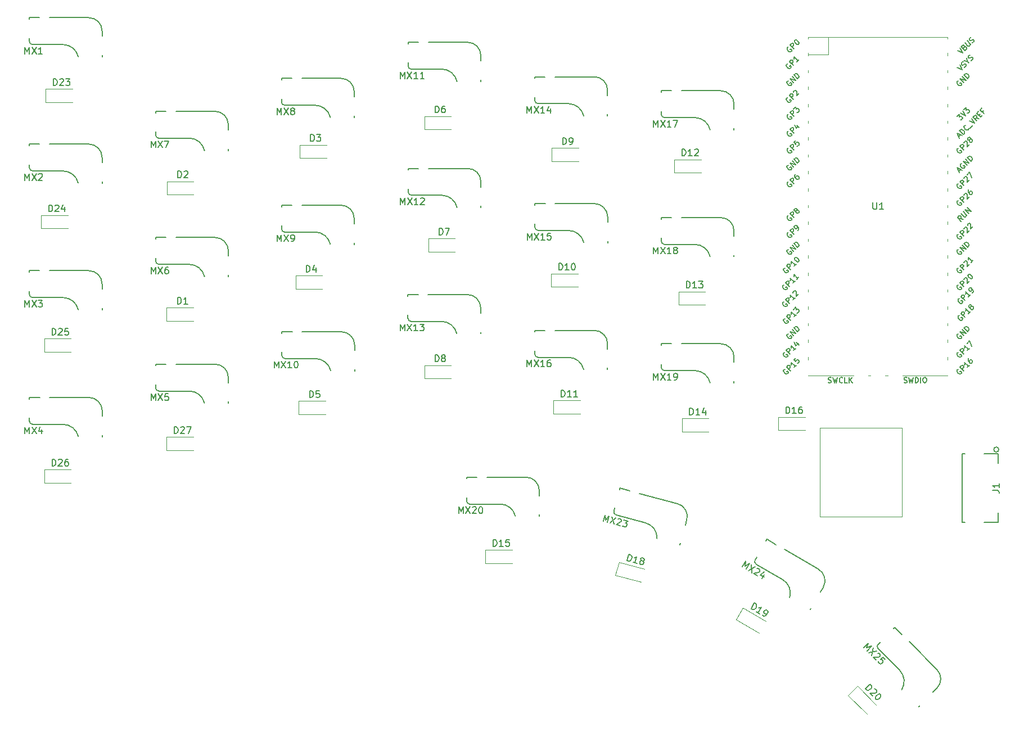
<source format=gto>
G04 #@! TF.GenerationSoftware,KiCad,Pcbnew,7.0.10-7.0.10~ubuntu23.10.1*
G04 #@! TF.CreationDate,2024-01-07T16:56:52-05:00*
G04 #@! TF.ProjectId,design,64657369-676e-42e6-9b69-6361645f7063,rev?*
G04 #@! TF.SameCoordinates,Original*
G04 #@! TF.FileFunction,Legend,Top*
G04 #@! TF.FilePolarity,Positive*
%FSLAX46Y46*%
G04 Gerber Fmt 4.6, Leading zero omitted, Abs format (unit mm)*
G04 Created by KiCad (PCBNEW 7.0.10-7.0.10~ubuntu23.10.1) date 2024-01-07 16:56:52*
%MOMM*%
%LPD*%
G01*
G04 APERTURE LIST*
%ADD10C,0.150000*%
%ADD11C,0.120000*%
%ADD12C,0.152400*%
%ADD13C,0.100000*%
G04 APERTURE END LIST*
D10*
X131121260Y-118778154D02*
X131380079Y-117812229D01*
X131380079Y-117812229D02*
X131517184Y-118588449D01*
X131517184Y-118588449D02*
X132024030Y-117984775D01*
X132024030Y-117984775D02*
X131765211Y-118950700D01*
X132392002Y-118083372D02*
X132777133Y-119221844D01*
X133035952Y-118255918D02*
X132133183Y-119049298D01*
X133333278Y-118434184D02*
X133391599Y-118400513D01*
X133391599Y-118400513D02*
X133495917Y-118379166D01*
X133495917Y-118379166D02*
X133725899Y-118440789D01*
X133725899Y-118440789D02*
X133805567Y-118511435D01*
X133805567Y-118511435D02*
X133839239Y-118569756D01*
X133839239Y-118569756D02*
X133860586Y-118674074D01*
X133860586Y-118674074D02*
X133835937Y-118766067D01*
X133835937Y-118766067D02*
X133752966Y-118891732D01*
X133752966Y-118891732D02*
X133053112Y-119295793D01*
X133053112Y-119295793D02*
X133651066Y-119456014D01*
X134231860Y-118576361D02*
X134829814Y-118736582D01*
X134829814Y-118736582D02*
X134409241Y-119018281D01*
X134409241Y-119018281D02*
X134547231Y-119055255D01*
X134547231Y-119055255D02*
X134626899Y-119125901D01*
X134626899Y-119125901D02*
X134660571Y-119184222D01*
X134660571Y-119184222D02*
X134681918Y-119288540D01*
X134681918Y-119288540D02*
X134620294Y-119518522D01*
X134620294Y-119518522D02*
X134549648Y-119598191D01*
X134549648Y-119598191D02*
X134491327Y-119631862D01*
X134491327Y-119631862D02*
X134387010Y-119653209D01*
X134387010Y-119653209D02*
X134111031Y-119579261D01*
X134111031Y-119579261D02*
X134031363Y-119508615D01*
X134031363Y-119508615D02*
X133997691Y-119450294D01*
X66535714Y-105554819D02*
X66535714Y-104554819D01*
X66535714Y-104554819D02*
X66773809Y-104554819D01*
X66773809Y-104554819D02*
X66916666Y-104602438D01*
X66916666Y-104602438D02*
X67011904Y-104697676D01*
X67011904Y-104697676D02*
X67059523Y-104792914D01*
X67059523Y-104792914D02*
X67107142Y-104983390D01*
X67107142Y-104983390D02*
X67107142Y-105126247D01*
X67107142Y-105126247D02*
X67059523Y-105316723D01*
X67059523Y-105316723D02*
X67011904Y-105411961D01*
X67011904Y-105411961D02*
X66916666Y-105507200D01*
X66916666Y-105507200D02*
X66773809Y-105554819D01*
X66773809Y-105554819D02*
X66535714Y-105554819D01*
X67488095Y-104650057D02*
X67535714Y-104602438D01*
X67535714Y-104602438D02*
X67630952Y-104554819D01*
X67630952Y-104554819D02*
X67869047Y-104554819D01*
X67869047Y-104554819D02*
X67964285Y-104602438D01*
X67964285Y-104602438D02*
X68011904Y-104650057D01*
X68011904Y-104650057D02*
X68059523Y-104745295D01*
X68059523Y-104745295D02*
X68059523Y-104840533D01*
X68059523Y-104840533D02*
X68011904Y-104983390D01*
X68011904Y-104983390D02*
X67440476Y-105554819D01*
X67440476Y-105554819D02*
X68059523Y-105554819D01*
X68392857Y-104554819D02*
X69059523Y-104554819D01*
X69059523Y-104554819D02*
X68630952Y-105554819D01*
X100608095Y-71104819D02*
X100608095Y-70104819D01*
X100608095Y-70104819D02*
X100941428Y-70819104D01*
X100941428Y-70819104D02*
X101274761Y-70104819D01*
X101274761Y-70104819D02*
X101274761Y-71104819D01*
X101655714Y-70104819D02*
X102322380Y-71104819D01*
X102322380Y-70104819D02*
X101655714Y-71104819D01*
X103227142Y-71104819D02*
X102655714Y-71104819D01*
X102941428Y-71104819D02*
X102941428Y-70104819D01*
X102941428Y-70104819D02*
X102846190Y-70247676D01*
X102846190Y-70247676D02*
X102750952Y-70342914D01*
X102750952Y-70342914D02*
X102655714Y-70390533D01*
X103608095Y-70200057D02*
X103655714Y-70152438D01*
X103655714Y-70152438D02*
X103750952Y-70104819D01*
X103750952Y-70104819D02*
X103989047Y-70104819D01*
X103989047Y-70104819D02*
X104084285Y-70152438D01*
X104084285Y-70152438D02*
X104131904Y-70200057D01*
X104131904Y-70200057D02*
X104179523Y-70295295D01*
X104179523Y-70295295D02*
X104179523Y-70390533D01*
X104179523Y-70390533D02*
X104131904Y-70533390D01*
X104131904Y-70533390D02*
X103560476Y-71104819D01*
X103560476Y-71104819D02*
X104179523Y-71104819D01*
X87061905Y-61554819D02*
X87061905Y-60554819D01*
X87061905Y-60554819D02*
X87300000Y-60554819D01*
X87300000Y-60554819D02*
X87442857Y-60602438D01*
X87442857Y-60602438D02*
X87538095Y-60697676D01*
X87538095Y-60697676D02*
X87585714Y-60792914D01*
X87585714Y-60792914D02*
X87633333Y-60983390D01*
X87633333Y-60983390D02*
X87633333Y-61126247D01*
X87633333Y-61126247D02*
X87585714Y-61316723D01*
X87585714Y-61316723D02*
X87538095Y-61411961D01*
X87538095Y-61411961D02*
X87442857Y-61507200D01*
X87442857Y-61507200D02*
X87300000Y-61554819D01*
X87300000Y-61554819D02*
X87061905Y-61554819D01*
X87966667Y-60554819D02*
X88585714Y-60554819D01*
X88585714Y-60554819D02*
X88252381Y-60935771D01*
X88252381Y-60935771D02*
X88395238Y-60935771D01*
X88395238Y-60935771D02*
X88490476Y-60983390D01*
X88490476Y-60983390D02*
X88538095Y-61031009D01*
X88538095Y-61031009D02*
X88585714Y-61126247D01*
X88585714Y-61126247D02*
X88585714Y-61364342D01*
X88585714Y-61364342D02*
X88538095Y-61459580D01*
X88538095Y-61459580D02*
X88490476Y-61507200D01*
X88490476Y-61507200D02*
X88395238Y-61554819D01*
X88395238Y-61554819D02*
X88109524Y-61554819D01*
X88109524Y-61554819D02*
X88014286Y-61507200D01*
X88014286Y-61507200D02*
X87966667Y-61459580D01*
X124435714Y-80954819D02*
X124435714Y-79954819D01*
X124435714Y-79954819D02*
X124673809Y-79954819D01*
X124673809Y-79954819D02*
X124816666Y-80002438D01*
X124816666Y-80002438D02*
X124911904Y-80097676D01*
X124911904Y-80097676D02*
X124959523Y-80192914D01*
X124959523Y-80192914D02*
X125007142Y-80383390D01*
X125007142Y-80383390D02*
X125007142Y-80526247D01*
X125007142Y-80526247D02*
X124959523Y-80716723D01*
X124959523Y-80716723D02*
X124911904Y-80811961D01*
X124911904Y-80811961D02*
X124816666Y-80907200D01*
X124816666Y-80907200D02*
X124673809Y-80954819D01*
X124673809Y-80954819D02*
X124435714Y-80954819D01*
X125959523Y-80954819D02*
X125388095Y-80954819D01*
X125673809Y-80954819D02*
X125673809Y-79954819D01*
X125673809Y-79954819D02*
X125578571Y-80097676D01*
X125578571Y-80097676D02*
X125483333Y-80192914D01*
X125483333Y-80192914D02*
X125388095Y-80240533D01*
X126578571Y-79954819D02*
X126673809Y-79954819D01*
X126673809Y-79954819D02*
X126769047Y-80002438D01*
X126769047Y-80002438D02*
X126816666Y-80050057D01*
X126816666Y-80050057D02*
X126864285Y-80145295D01*
X126864285Y-80145295D02*
X126911904Y-80335771D01*
X126911904Y-80335771D02*
X126911904Y-80573866D01*
X126911904Y-80573866D02*
X126864285Y-80764342D01*
X126864285Y-80764342D02*
X126816666Y-80859580D01*
X126816666Y-80859580D02*
X126769047Y-80907200D01*
X126769047Y-80907200D02*
X126673809Y-80954819D01*
X126673809Y-80954819D02*
X126578571Y-80954819D01*
X126578571Y-80954819D02*
X126483333Y-80907200D01*
X126483333Y-80907200D02*
X126435714Y-80859580D01*
X126435714Y-80859580D02*
X126388095Y-80764342D01*
X126388095Y-80764342D02*
X126340476Y-80573866D01*
X126340476Y-80573866D02*
X126340476Y-80335771D01*
X126340476Y-80335771D02*
X126388095Y-80145295D01*
X126388095Y-80145295D02*
X126435714Y-80050057D01*
X126435714Y-80050057D02*
X126483333Y-80002438D01*
X126483333Y-80002438D02*
X126578571Y-79954819D01*
X109388095Y-117604819D02*
X109388095Y-116604819D01*
X109388095Y-116604819D02*
X109721428Y-117319104D01*
X109721428Y-117319104D02*
X110054761Y-116604819D01*
X110054761Y-116604819D02*
X110054761Y-117604819D01*
X110435714Y-116604819D02*
X111102380Y-117604819D01*
X111102380Y-116604819D02*
X110435714Y-117604819D01*
X111435714Y-116700057D02*
X111483333Y-116652438D01*
X111483333Y-116652438D02*
X111578571Y-116604819D01*
X111578571Y-116604819D02*
X111816666Y-116604819D01*
X111816666Y-116604819D02*
X111911904Y-116652438D01*
X111911904Y-116652438D02*
X111959523Y-116700057D01*
X111959523Y-116700057D02*
X112007142Y-116795295D01*
X112007142Y-116795295D02*
X112007142Y-116890533D01*
X112007142Y-116890533D02*
X111959523Y-117033390D01*
X111959523Y-117033390D02*
X111388095Y-117604819D01*
X111388095Y-117604819D02*
X112007142Y-117604819D01*
X112626190Y-116604819D02*
X112721428Y-116604819D01*
X112721428Y-116604819D02*
X112816666Y-116652438D01*
X112816666Y-116652438D02*
X112864285Y-116700057D01*
X112864285Y-116700057D02*
X112911904Y-116795295D01*
X112911904Y-116795295D02*
X112959523Y-116985771D01*
X112959523Y-116985771D02*
X112959523Y-117223866D01*
X112959523Y-117223866D02*
X112911904Y-117414342D01*
X112911904Y-117414342D02*
X112864285Y-117509580D01*
X112864285Y-117509580D02*
X112816666Y-117557200D01*
X112816666Y-117557200D02*
X112721428Y-117604819D01*
X112721428Y-117604819D02*
X112626190Y-117604819D01*
X112626190Y-117604819D02*
X112530952Y-117557200D01*
X112530952Y-117557200D02*
X112483333Y-117509580D01*
X112483333Y-117509580D02*
X112435714Y-117414342D01*
X112435714Y-117414342D02*
X112388095Y-117223866D01*
X112388095Y-117223866D02*
X112388095Y-116985771D01*
X112388095Y-116985771D02*
X112435714Y-116795295D01*
X112435714Y-116795295D02*
X112483333Y-116700057D01*
X112483333Y-116700057D02*
X112530952Y-116652438D01*
X112530952Y-116652438D02*
X112626190Y-116604819D01*
X48135714Y-90754819D02*
X48135714Y-89754819D01*
X48135714Y-89754819D02*
X48373809Y-89754819D01*
X48373809Y-89754819D02*
X48516666Y-89802438D01*
X48516666Y-89802438D02*
X48611904Y-89897676D01*
X48611904Y-89897676D02*
X48659523Y-89992914D01*
X48659523Y-89992914D02*
X48707142Y-90183390D01*
X48707142Y-90183390D02*
X48707142Y-90326247D01*
X48707142Y-90326247D02*
X48659523Y-90516723D01*
X48659523Y-90516723D02*
X48611904Y-90611961D01*
X48611904Y-90611961D02*
X48516666Y-90707200D01*
X48516666Y-90707200D02*
X48373809Y-90754819D01*
X48373809Y-90754819D02*
X48135714Y-90754819D01*
X49088095Y-89850057D02*
X49135714Y-89802438D01*
X49135714Y-89802438D02*
X49230952Y-89754819D01*
X49230952Y-89754819D02*
X49469047Y-89754819D01*
X49469047Y-89754819D02*
X49564285Y-89802438D01*
X49564285Y-89802438D02*
X49611904Y-89850057D01*
X49611904Y-89850057D02*
X49659523Y-89945295D01*
X49659523Y-89945295D02*
X49659523Y-90040533D01*
X49659523Y-90040533D02*
X49611904Y-90183390D01*
X49611904Y-90183390D02*
X49040476Y-90754819D01*
X49040476Y-90754819D02*
X49659523Y-90754819D01*
X50564285Y-89754819D02*
X50088095Y-89754819D01*
X50088095Y-89754819D02*
X50040476Y-90231009D01*
X50040476Y-90231009D02*
X50088095Y-90183390D01*
X50088095Y-90183390D02*
X50183333Y-90135771D01*
X50183333Y-90135771D02*
X50421428Y-90135771D01*
X50421428Y-90135771D02*
X50516666Y-90183390D01*
X50516666Y-90183390D02*
X50564285Y-90231009D01*
X50564285Y-90231009D02*
X50611904Y-90326247D01*
X50611904Y-90326247D02*
X50611904Y-90564342D01*
X50611904Y-90564342D02*
X50564285Y-90659580D01*
X50564285Y-90659580D02*
X50516666Y-90707200D01*
X50516666Y-90707200D02*
X50421428Y-90754819D01*
X50421428Y-90754819D02*
X50183333Y-90754819D01*
X50183333Y-90754819D02*
X50088095Y-90707200D01*
X50088095Y-90707200D02*
X50040476Y-90659580D01*
X86911905Y-100154819D02*
X86911905Y-99154819D01*
X86911905Y-99154819D02*
X87150000Y-99154819D01*
X87150000Y-99154819D02*
X87292857Y-99202438D01*
X87292857Y-99202438D02*
X87388095Y-99297676D01*
X87388095Y-99297676D02*
X87435714Y-99392914D01*
X87435714Y-99392914D02*
X87483333Y-99583390D01*
X87483333Y-99583390D02*
X87483333Y-99726247D01*
X87483333Y-99726247D02*
X87435714Y-99916723D01*
X87435714Y-99916723D02*
X87388095Y-100011961D01*
X87388095Y-100011961D02*
X87292857Y-100107200D01*
X87292857Y-100107200D02*
X87150000Y-100154819D01*
X87150000Y-100154819D02*
X86911905Y-100154819D01*
X88388095Y-99154819D02*
X87911905Y-99154819D01*
X87911905Y-99154819D02*
X87864286Y-99631009D01*
X87864286Y-99631009D02*
X87911905Y-99583390D01*
X87911905Y-99583390D02*
X88007143Y-99535771D01*
X88007143Y-99535771D02*
X88245238Y-99535771D01*
X88245238Y-99535771D02*
X88340476Y-99583390D01*
X88340476Y-99583390D02*
X88388095Y-99631009D01*
X88388095Y-99631009D02*
X88435714Y-99726247D01*
X88435714Y-99726247D02*
X88435714Y-99964342D01*
X88435714Y-99964342D02*
X88388095Y-100059580D01*
X88388095Y-100059580D02*
X88340476Y-100107200D01*
X88340476Y-100107200D02*
X88245238Y-100154819D01*
X88245238Y-100154819D02*
X88007143Y-100154819D01*
X88007143Y-100154819D02*
X87911905Y-100107200D01*
X87911905Y-100107200D02*
X87864286Y-100059580D01*
X63054286Y-81504819D02*
X63054286Y-80504819D01*
X63054286Y-80504819D02*
X63387619Y-81219104D01*
X63387619Y-81219104D02*
X63720952Y-80504819D01*
X63720952Y-80504819D02*
X63720952Y-81504819D01*
X64101905Y-80504819D02*
X64768571Y-81504819D01*
X64768571Y-80504819D02*
X64101905Y-81504819D01*
X65578095Y-80504819D02*
X65387619Y-80504819D01*
X65387619Y-80504819D02*
X65292381Y-80552438D01*
X65292381Y-80552438D02*
X65244762Y-80600057D01*
X65244762Y-80600057D02*
X65149524Y-80742914D01*
X65149524Y-80742914D02*
X65101905Y-80933390D01*
X65101905Y-80933390D02*
X65101905Y-81314342D01*
X65101905Y-81314342D02*
X65149524Y-81409580D01*
X65149524Y-81409580D02*
X65197143Y-81457200D01*
X65197143Y-81457200D02*
X65292381Y-81504819D01*
X65292381Y-81504819D02*
X65482857Y-81504819D01*
X65482857Y-81504819D02*
X65578095Y-81457200D01*
X65578095Y-81457200D02*
X65625714Y-81409580D01*
X65625714Y-81409580D02*
X65673333Y-81314342D01*
X65673333Y-81314342D02*
X65673333Y-81076247D01*
X65673333Y-81076247D02*
X65625714Y-80981009D01*
X65625714Y-80981009D02*
X65578095Y-80933390D01*
X65578095Y-80933390D02*
X65482857Y-80885771D01*
X65482857Y-80885771D02*
X65292381Y-80885771D01*
X65292381Y-80885771D02*
X65197143Y-80933390D01*
X65197143Y-80933390D02*
X65149524Y-80981009D01*
X65149524Y-80981009D02*
X65101905Y-81076247D01*
X82004286Y-57544819D02*
X82004286Y-56544819D01*
X82004286Y-56544819D02*
X82337619Y-57259104D01*
X82337619Y-57259104D02*
X82670952Y-56544819D01*
X82670952Y-56544819D02*
X82670952Y-57544819D01*
X83051905Y-56544819D02*
X83718571Y-57544819D01*
X83718571Y-56544819D02*
X83051905Y-57544819D01*
X84242381Y-56973390D02*
X84147143Y-56925771D01*
X84147143Y-56925771D02*
X84099524Y-56878152D01*
X84099524Y-56878152D02*
X84051905Y-56782914D01*
X84051905Y-56782914D02*
X84051905Y-56735295D01*
X84051905Y-56735295D02*
X84099524Y-56640057D01*
X84099524Y-56640057D02*
X84147143Y-56592438D01*
X84147143Y-56592438D02*
X84242381Y-56544819D01*
X84242381Y-56544819D02*
X84432857Y-56544819D01*
X84432857Y-56544819D02*
X84528095Y-56592438D01*
X84528095Y-56592438D02*
X84575714Y-56640057D01*
X84575714Y-56640057D02*
X84623333Y-56735295D01*
X84623333Y-56735295D02*
X84623333Y-56782914D01*
X84623333Y-56782914D02*
X84575714Y-56878152D01*
X84575714Y-56878152D02*
X84528095Y-56925771D01*
X84528095Y-56925771D02*
X84432857Y-56973390D01*
X84432857Y-56973390D02*
X84242381Y-56973390D01*
X84242381Y-56973390D02*
X84147143Y-57021009D01*
X84147143Y-57021009D02*
X84099524Y-57068628D01*
X84099524Y-57068628D02*
X84051905Y-57163866D01*
X84051905Y-57163866D02*
X84051905Y-57354342D01*
X84051905Y-57354342D02*
X84099524Y-57449580D01*
X84099524Y-57449580D02*
X84147143Y-57497200D01*
X84147143Y-57497200D02*
X84242381Y-57544819D01*
X84242381Y-57544819D02*
X84432857Y-57544819D01*
X84432857Y-57544819D02*
X84528095Y-57497200D01*
X84528095Y-57497200D02*
X84575714Y-57449580D01*
X84575714Y-57449580D02*
X84623333Y-57354342D01*
X84623333Y-57354342D02*
X84623333Y-57163866D01*
X84623333Y-57163866D02*
X84575714Y-57068628D01*
X84575714Y-57068628D02*
X84528095Y-57021009D01*
X84528095Y-57021009D02*
X84432857Y-56973390D01*
X153370988Y-131954690D02*
X153870988Y-131088665D01*
X153870988Y-131088665D02*
X154077184Y-131207713D01*
X154077184Y-131207713D02*
X154177093Y-131320381D01*
X154177093Y-131320381D02*
X154211952Y-131450478D01*
X154211952Y-131450478D02*
X154205572Y-131556766D01*
X154205572Y-131556766D02*
X154151574Y-131745533D01*
X154151574Y-131745533D02*
X154080145Y-131869251D01*
X154080145Y-131869251D02*
X153943668Y-132010399D01*
X153943668Y-132010399D02*
X153854809Y-132069068D01*
X153854809Y-132069068D02*
X153724712Y-132103927D01*
X153724712Y-132103927D02*
X153577184Y-132073738D01*
X153577184Y-132073738D02*
X153370988Y-131954690D01*
X154690645Y-132716595D02*
X154195774Y-132430881D01*
X154443210Y-132573738D02*
X154943210Y-131707713D01*
X154943210Y-131707713D02*
X154789302Y-131783812D01*
X154789302Y-131783812D02*
X154659205Y-131818671D01*
X154659205Y-131818671D02*
X154552917Y-131812291D01*
X155103039Y-132954690D02*
X155267996Y-133049929D01*
X155267996Y-133049929D02*
X155374284Y-133056308D01*
X155374284Y-133056308D02*
X155439333Y-133038879D01*
X155439333Y-133038879D02*
X155593240Y-132962780D01*
X155593240Y-132962780D02*
X155729717Y-132821632D01*
X155729717Y-132821632D02*
X155920193Y-132491718D01*
X155920193Y-132491718D02*
X155926573Y-132385429D01*
X155926573Y-132385429D02*
X155909143Y-132320381D01*
X155909143Y-132320381D02*
X155850474Y-132231522D01*
X155850474Y-132231522D02*
X155685517Y-132136284D01*
X155685517Y-132136284D02*
X155579229Y-132129904D01*
X155579229Y-132129904D02*
X155514180Y-132147334D01*
X155514180Y-132147334D02*
X155425322Y-132206003D01*
X155425322Y-132206003D02*
X155306274Y-132412200D01*
X155306274Y-132412200D02*
X155299894Y-132518488D01*
X155299894Y-132518488D02*
X155317324Y-132583537D01*
X155317324Y-132583537D02*
X155375993Y-132672395D01*
X155375993Y-132672395D02*
X155540951Y-132767633D01*
X155540951Y-132767633D02*
X155647239Y-132774013D01*
X155647239Y-132774013D02*
X155712287Y-132756583D01*
X155712287Y-132756583D02*
X155801146Y-132697914D01*
X67011905Y-86054819D02*
X67011905Y-85054819D01*
X67011905Y-85054819D02*
X67250000Y-85054819D01*
X67250000Y-85054819D02*
X67392857Y-85102438D01*
X67392857Y-85102438D02*
X67488095Y-85197676D01*
X67488095Y-85197676D02*
X67535714Y-85292914D01*
X67535714Y-85292914D02*
X67583333Y-85483390D01*
X67583333Y-85483390D02*
X67583333Y-85626247D01*
X67583333Y-85626247D02*
X67535714Y-85816723D01*
X67535714Y-85816723D02*
X67488095Y-85911961D01*
X67488095Y-85911961D02*
X67392857Y-86007200D01*
X67392857Y-86007200D02*
X67250000Y-86054819D01*
X67250000Y-86054819D02*
X67011905Y-86054819D01*
X68535714Y-86054819D02*
X67964286Y-86054819D01*
X68250000Y-86054819D02*
X68250000Y-85054819D01*
X68250000Y-85054819D02*
X68154762Y-85197676D01*
X68154762Y-85197676D02*
X68059524Y-85292914D01*
X68059524Y-85292914D02*
X67964286Y-85340533D01*
X48135714Y-110454819D02*
X48135714Y-109454819D01*
X48135714Y-109454819D02*
X48373809Y-109454819D01*
X48373809Y-109454819D02*
X48516666Y-109502438D01*
X48516666Y-109502438D02*
X48611904Y-109597676D01*
X48611904Y-109597676D02*
X48659523Y-109692914D01*
X48659523Y-109692914D02*
X48707142Y-109883390D01*
X48707142Y-109883390D02*
X48707142Y-110026247D01*
X48707142Y-110026247D02*
X48659523Y-110216723D01*
X48659523Y-110216723D02*
X48611904Y-110311961D01*
X48611904Y-110311961D02*
X48516666Y-110407200D01*
X48516666Y-110407200D02*
X48373809Y-110454819D01*
X48373809Y-110454819D02*
X48135714Y-110454819D01*
X49088095Y-109550057D02*
X49135714Y-109502438D01*
X49135714Y-109502438D02*
X49230952Y-109454819D01*
X49230952Y-109454819D02*
X49469047Y-109454819D01*
X49469047Y-109454819D02*
X49564285Y-109502438D01*
X49564285Y-109502438D02*
X49611904Y-109550057D01*
X49611904Y-109550057D02*
X49659523Y-109645295D01*
X49659523Y-109645295D02*
X49659523Y-109740533D01*
X49659523Y-109740533D02*
X49611904Y-109883390D01*
X49611904Y-109883390D02*
X49040476Y-110454819D01*
X49040476Y-110454819D02*
X49659523Y-110454819D01*
X50516666Y-109454819D02*
X50326190Y-109454819D01*
X50326190Y-109454819D02*
X50230952Y-109502438D01*
X50230952Y-109502438D02*
X50183333Y-109550057D01*
X50183333Y-109550057D02*
X50088095Y-109692914D01*
X50088095Y-109692914D02*
X50040476Y-109883390D01*
X50040476Y-109883390D02*
X50040476Y-110264342D01*
X50040476Y-110264342D02*
X50088095Y-110359580D01*
X50088095Y-110359580D02*
X50135714Y-110407200D01*
X50135714Y-110407200D02*
X50230952Y-110454819D01*
X50230952Y-110454819D02*
X50421428Y-110454819D01*
X50421428Y-110454819D02*
X50516666Y-110407200D01*
X50516666Y-110407200D02*
X50564285Y-110359580D01*
X50564285Y-110359580D02*
X50611904Y-110264342D01*
X50611904Y-110264342D02*
X50611904Y-110026247D01*
X50611904Y-110026247D02*
X50564285Y-109931009D01*
X50564285Y-109931009D02*
X50516666Y-109883390D01*
X50516666Y-109883390D02*
X50421428Y-109835771D01*
X50421428Y-109835771D02*
X50230952Y-109835771D01*
X50230952Y-109835771D02*
X50135714Y-109883390D01*
X50135714Y-109883390D02*
X50088095Y-109931009D01*
X50088095Y-109931009D02*
X50040476Y-110026247D01*
X158635714Y-102554819D02*
X158635714Y-101554819D01*
X158635714Y-101554819D02*
X158873809Y-101554819D01*
X158873809Y-101554819D02*
X159016666Y-101602438D01*
X159016666Y-101602438D02*
X159111904Y-101697676D01*
X159111904Y-101697676D02*
X159159523Y-101792914D01*
X159159523Y-101792914D02*
X159207142Y-101983390D01*
X159207142Y-101983390D02*
X159207142Y-102126247D01*
X159207142Y-102126247D02*
X159159523Y-102316723D01*
X159159523Y-102316723D02*
X159111904Y-102411961D01*
X159111904Y-102411961D02*
X159016666Y-102507200D01*
X159016666Y-102507200D02*
X158873809Y-102554819D01*
X158873809Y-102554819D02*
X158635714Y-102554819D01*
X160159523Y-102554819D02*
X159588095Y-102554819D01*
X159873809Y-102554819D02*
X159873809Y-101554819D01*
X159873809Y-101554819D02*
X159778571Y-101697676D01*
X159778571Y-101697676D02*
X159683333Y-101792914D01*
X159683333Y-101792914D02*
X159588095Y-101840533D01*
X161016666Y-101554819D02*
X160826190Y-101554819D01*
X160826190Y-101554819D02*
X160730952Y-101602438D01*
X160730952Y-101602438D02*
X160683333Y-101650057D01*
X160683333Y-101650057D02*
X160588095Y-101792914D01*
X160588095Y-101792914D02*
X160540476Y-101983390D01*
X160540476Y-101983390D02*
X160540476Y-102364342D01*
X160540476Y-102364342D02*
X160588095Y-102459580D01*
X160588095Y-102459580D02*
X160635714Y-102507200D01*
X160635714Y-102507200D02*
X160730952Y-102554819D01*
X160730952Y-102554819D02*
X160921428Y-102554819D01*
X160921428Y-102554819D02*
X161016666Y-102507200D01*
X161016666Y-102507200D02*
X161064285Y-102459580D01*
X161064285Y-102459580D02*
X161111904Y-102364342D01*
X161111904Y-102364342D02*
X161111904Y-102126247D01*
X161111904Y-102126247D02*
X161064285Y-102031009D01*
X161064285Y-102031009D02*
X161016666Y-101983390D01*
X161016666Y-101983390D02*
X160921428Y-101935771D01*
X160921428Y-101935771D02*
X160730952Y-101935771D01*
X160730952Y-101935771D02*
X160635714Y-101983390D01*
X160635714Y-101983390D02*
X160588095Y-102031009D01*
X160588095Y-102031009D02*
X160540476Y-102126247D01*
X82004286Y-76644819D02*
X82004286Y-75644819D01*
X82004286Y-75644819D02*
X82337619Y-76359104D01*
X82337619Y-76359104D02*
X82670952Y-75644819D01*
X82670952Y-75644819D02*
X82670952Y-76644819D01*
X83051905Y-75644819D02*
X83718571Y-76644819D01*
X83718571Y-75644819D02*
X83051905Y-76644819D01*
X84147143Y-76644819D02*
X84337619Y-76644819D01*
X84337619Y-76644819D02*
X84432857Y-76597200D01*
X84432857Y-76597200D02*
X84480476Y-76549580D01*
X84480476Y-76549580D02*
X84575714Y-76406723D01*
X84575714Y-76406723D02*
X84623333Y-76216247D01*
X84623333Y-76216247D02*
X84623333Y-75835295D01*
X84623333Y-75835295D02*
X84575714Y-75740057D01*
X84575714Y-75740057D02*
X84528095Y-75692438D01*
X84528095Y-75692438D02*
X84432857Y-75644819D01*
X84432857Y-75644819D02*
X84242381Y-75644819D01*
X84242381Y-75644819D02*
X84147143Y-75692438D01*
X84147143Y-75692438D02*
X84099524Y-75740057D01*
X84099524Y-75740057D02*
X84051905Y-75835295D01*
X84051905Y-75835295D02*
X84051905Y-76073390D01*
X84051905Y-76073390D02*
X84099524Y-76168628D01*
X84099524Y-76168628D02*
X84147143Y-76216247D01*
X84147143Y-76216247D02*
X84242381Y-76263866D01*
X84242381Y-76263866D02*
X84432857Y-76263866D01*
X84432857Y-76263866D02*
X84528095Y-76216247D01*
X84528095Y-76216247D02*
X84575714Y-76168628D01*
X84575714Y-76168628D02*
X84623333Y-76073390D01*
X106411905Y-75654819D02*
X106411905Y-74654819D01*
X106411905Y-74654819D02*
X106650000Y-74654819D01*
X106650000Y-74654819D02*
X106792857Y-74702438D01*
X106792857Y-74702438D02*
X106888095Y-74797676D01*
X106888095Y-74797676D02*
X106935714Y-74892914D01*
X106935714Y-74892914D02*
X106983333Y-75083390D01*
X106983333Y-75083390D02*
X106983333Y-75226247D01*
X106983333Y-75226247D02*
X106935714Y-75416723D01*
X106935714Y-75416723D02*
X106888095Y-75511961D01*
X106888095Y-75511961D02*
X106792857Y-75607200D01*
X106792857Y-75607200D02*
X106650000Y-75654819D01*
X106650000Y-75654819D02*
X106411905Y-75654819D01*
X107316667Y-74654819D02*
X107983333Y-74654819D01*
X107983333Y-74654819D02*
X107554762Y-75654819D01*
X67061905Y-67054819D02*
X67061905Y-66054819D01*
X67061905Y-66054819D02*
X67300000Y-66054819D01*
X67300000Y-66054819D02*
X67442857Y-66102438D01*
X67442857Y-66102438D02*
X67538095Y-66197676D01*
X67538095Y-66197676D02*
X67585714Y-66292914D01*
X67585714Y-66292914D02*
X67633333Y-66483390D01*
X67633333Y-66483390D02*
X67633333Y-66626247D01*
X67633333Y-66626247D02*
X67585714Y-66816723D01*
X67585714Y-66816723D02*
X67538095Y-66911961D01*
X67538095Y-66911961D02*
X67442857Y-67007200D01*
X67442857Y-67007200D02*
X67300000Y-67054819D01*
X67300000Y-67054819D02*
X67061905Y-67054819D01*
X68014286Y-66150057D02*
X68061905Y-66102438D01*
X68061905Y-66102438D02*
X68157143Y-66054819D01*
X68157143Y-66054819D02*
X68395238Y-66054819D01*
X68395238Y-66054819D02*
X68490476Y-66102438D01*
X68490476Y-66102438D02*
X68538095Y-66150057D01*
X68538095Y-66150057D02*
X68585714Y-66245295D01*
X68585714Y-66245295D02*
X68585714Y-66340533D01*
X68585714Y-66340533D02*
X68538095Y-66483390D01*
X68538095Y-66483390D02*
X67966667Y-67054819D01*
X67966667Y-67054819D02*
X68585714Y-67054819D01*
X138708095Y-78504819D02*
X138708095Y-77504819D01*
X138708095Y-77504819D02*
X139041428Y-78219104D01*
X139041428Y-78219104D02*
X139374761Y-77504819D01*
X139374761Y-77504819D02*
X139374761Y-78504819D01*
X139755714Y-77504819D02*
X140422380Y-78504819D01*
X140422380Y-77504819D02*
X139755714Y-78504819D01*
X141327142Y-78504819D02*
X140755714Y-78504819D01*
X141041428Y-78504819D02*
X141041428Y-77504819D01*
X141041428Y-77504819D02*
X140946190Y-77647676D01*
X140946190Y-77647676D02*
X140850952Y-77742914D01*
X140850952Y-77742914D02*
X140755714Y-77790533D01*
X141898571Y-77933390D02*
X141803333Y-77885771D01*
X141803333Y-77885771D02*
X141755714Y-77838152D01*
X141755714Y-77838152D02*
X141708095Y-77742914D01*
X141708095Y-77742914D02*
X141708095Y-77695295D01*
X141708095Y-77695295D02*
X141755714Y-77600057D01*
X141755714Y-77600057D02*
X141803333Y-77552438D01*
X141803333Y-77552438D02*
X141898571Y-77504819D01*
X141898571Y-77504819D02*
X142089047Y-77504819D01*
X142089047Y-77504819D02*
X142184285Y-77552438D01*
X142184285Y-77552438D02*
X142231904Y-77600057D01*
X142231904Y-77600057D02*
X142279523Y-77695295D01*
X142279523Y-77695295D02*
X142279523Y-77742914D01*
X142279523Y-77742914D02*
X142231904Y-77838152D01*
X142231904Y-77838152D02*
X142184285Y-77885771D01*
X142184285Y-77885771D02*
X142089047Y-77933390D01*
X142089047Y-77933390D02*
X141898571Y-77933390D01*
X141898571Y-77933390D02*
X141803333Y-77981009D01*
X141803333Y-77981009D02*
X141755714Y-78028628D01*
X141755714Y-78028628D02*
X141708095Y-78123866D01*
X141708095Y-78123866D02*
X141708095Y-78314342D01*
X141708095Y-78314342D02*
X141755714Y-78409580D01*
X141755714Y-78409580D02*
X141803333Y-78457200D01*
X141803333Y-78457200D02*
X141898571Y-78504819D01*
X141898571Y-78504819D02*
X142089047Y-78504819D01*
X142089047Y-78504819D02*
X142184285Y-78457200D01*
X142184285Y-78457200D02*
X142231904Y-78409580D01*
X142231904Y-78409580D02*
X142279523Y-78314342D01*
X142279523Y-78314342D02*
X142279523Y-78123866D01*
X142279523Y-78123866D02*
X142231904Y-78028628D01*
X142231904Y-78028628D02*
X142184285Y-77981009D01*
X142184285Y-77981009D02*
X142089047Y-77933390D01*
X124785714Y-100054819D02*
X124785714Y-99054819D01*
X124785714Y-99054819D02*
X125023809Y-99054819D01*
X125023809Y-99054819D02*
X125166666Y-99102438D01*
X125166666Y-99102438D02*
X125261904Y-99197676D01*
X125261904Y-99197676D02*
X125309523Y-99292914D01*
X125309523Y-99292914D02*
X125357142Y-99483390D01*
X125357142Y-99483390D02*
X125357142Y-99626247D01*
X125357142Y-99626247D02*
X125309523Y-99816723D01*
X125309523Y-99816723D02*
X125261904Y-99911961D01*
X125261904Y-99911961D02*
X125166666Y-100007200D01*
X125166666Y-100007200D02*
X125023809Y-100054819D01*
X125023809Y-100054819D02*
X124785714Y-100054819D01*
X126309523Y-100054819D02*
X125738095Y-100054819D01*
X126023809Y-100054819D02*
X126023809Y-99054819D01*
X126023809Y-99054819D02*
X125928571Y-99197676D01*
X125928571Y-99197676D02*
X125833333Y-99292914D01*
X125833333Y-99292914D02*
X125738095Y-99340533D01*
X127261904Y-100054819D02*
X126690476Y-100054819D01*
X126976190Y-100054819D02*
X126976190Y-99054819D01*
X126976190Y-99054819D02*
X126880952Y-99197676D01*
X126880952Y-99197676D02*
X126785714Y-99292914D01*
X126785714Y-99292914D02*
X126690476Y-99340533D01*
X119668095Y-95504819D02*
X119668095Y-94504819D01*
X119668095Y-94504819D02*
X120001428Y-95219104D01*
X120001428Y-95219104D02*
X120334761Y-94504819D01*
X120334761Y-94504819D02*
X120334761Y-95504819D01*
X120715714Y-94504819D02*
X121382380Y-95504819D01*
X121382380Y-94504819D02*
X120715714Y-95504819D01*
X122287142Y-95504819D02*
X121715714Y-95504819D01*
X122001428Y-95504819D02*
X122001428Y-94504819D01*
X122001428Y-94504819D02*
X121906190Y-94647676D01*
X121906190Y-94647676D02*
X121810952Y-94742914D01*
X121810952Y-94742914D02*
X121715714Y-94790533D01*
X123144285Y-94504819D02*
X122953809Y-94504819D01*
X122953809Y-94504819D02*
X122858571Y-94552438D01*
X122858571Y-94552438D02*
X122810952Y-94600057D01*
X122810952Y-94600057D02*
X122715714Y-94742914D01*
X122715714Y-94742914D02*
X122668095Y-94933390D01*
X122668095Y-94933390D02*
X122668095Y-95314342D01*
X122668095Y-95314342D02*
X122715714Y-95409580D01*
X122715714Y-95409580D02*
X122763333Y-95457200D01*
X122763333Y-95457200D02*
X122858571Y-95504819D01*
X122858571Y-95504819D02*
X123049047Y-95504819D01*
X123049047Y-95504819D02*
X123144285Y-95457200D01*
X123144285Y-95457200D02*
X123191904Y-95409580D01*
X123191904Y-95409580D02*
X123239523Y-95314342D01*
X123239523Y-95314342D02*
X123239523Y-95076247D01*
X123239523Y-95076247D02*
X123191904Y-94981009D01*
X123191904Y-94981009D02*
X123144285Y-94933390D01*
X123144285Y-94933390D02*
X123049047Y-94885771D01*
X123049047Y-94885771D02*
X122858571Y-94885771D01*
X122858571Y-94885771D02*
X122763333Y-94933390D01*
X122763333Y-94933390D02*
X122715714Y-94981009D01*
X122715714Y-94981009D02*
X122668095Y-95076247D01*
X81588095Y-95704819D02*
X81588095Y-94704819D01*
X81588095Y-94704819D02*
X81921428Y-95419104D01*
X81921428Y-95419104D02*
X82254761Y-94704819D01*
X82254761Y-94704819D02*
X82254761Y-95704819D01*
X82635714Y-94704819D02*
X83302380Y-95704819D01*
X83302380Y-94704819D02*
X82635714Y-95704819D01*
X84207142Y-95704819D02*
X83635714Y-95704819D01*
X83921428Y-95704819D02*
X83921428Y-94704819D01*
X83921428Y-94704819D02*
X83826190Y-94847676D01*
X83826190Y-94847676D02*
X83730952Y-94942914D01*
X83730952Y-94942914D02*
X83635714Y-94990533D01*
X84826190Y-94704819D02*
X84921428Y-94704819D01*
X84921428Y-94704819D02*
X85016666Y-94752438D01*
X85016666Y-94752438D02*
X85064285Y-94800057D01*
X85064285Y-94800057D02*
X85111904Y-94895295D01*
X85111904Y-94895295D02*
X85159523Y-95085771D01*
X85159523Y-95085771D02*
X85159523Y-95323866D01*
X85159523Y-95323866D02*
X85111904Y-95514342D01*
X85111904Y-95514342D02*
X85064285Y-95609580D01*
X85064285Y-95609580D02*
X85016666Y-95657200D01*
X85016666Y-95657200D02*
X84921428Y-95704819D01*
X84921428Y-95704819D02*
X84826190Y-95704819D01*
X84826190Y-95704819D02*
X84730952Y-95657200D01*
X84730952Y-95657200D02*
X84683333Y-95609580D01*
X84683333Y-95609580D02*
X84635714Y-95514342D01*
X84635714Y-95514342D02*
X84588095Y-95323866D01*
X84588095Y-95323866D02*
X84588095Y-95085771D01*
X84588095Y-95085771D02*
X84635714Y-94895295D01*
X84635714Y-94895295D02*
X84683333Y-94800057D01*
X84683333Y-94800057D02*
X84730952Y-94752438D01*
X84730952Y-94752438D02*
X84826190Y-94704819D01*
X170600704Y-144015487D02*
X171307811Y-143308381D01*
X171307811Y-143308381D02*
X171476170Y-143476739D01*
X171476170Y-143476739D02*
X171543513Y-143611426D01*
X171543513Y-143611426D02*
X171543513Y-143746113D01*
X171543513Y-143746113D02*
X171509841Y-143847129D01*
X171509841Y-143847129D02*
X171408826Y-144015487D01*
X171408826Y-144015487D02*
X171307811Y-144116503D01*
X171307811Y-144116503D02*
X171139452Y-144217518D01*
X171139452Y-144217518D02*
X171038437Y-144251190D01*
X171038437Y-144251190D02*
X170903750Y-144251190D01*
X170903750Y-144251190D02*
X170769063Y-144183846D01*
X170769063Y-144183846D02*
X170600704Y-144015487D01*
X171913902Y-144049159D02*
X171981246Y-144049159D01*
X171981246Y-144049159D02*
X172082261Y-144082831D01*
X172082261Y-144082831D02*
X172250620Y-144251190D01*
X172250620Y-144251190D02*
X172284292Y-144352205D01*
X172284292Y-144352205D02*
X172284292Y-144419548D01*
X172284292Y-144419548D02*
X172250620Y-144520564D01*
X172250620Y-144520564D02*
X172183276Y-144587907D01*
X172183276Y-144587907D02*
X172048589Y-144655251D01*
X172048589Y-144655251D02*
X171240467Y-144655251D01*
X171240467Y-144655251D02*
X171678200Y-145092983D01*
X172823040Y-144823610D02*
X172890383Y-144890953D01*
X172890383Y-144890953D02*
X172924055Y-144991968D01*
X172924055Y-144991968D02*
X172924055Y-145059312D01*
X172924055Y-145059312D02*
X172890383Y-145160327D01*
X172890383Y-145160327D02*
X172789368Y-145328686D01*
X172789368Y-145328686D02*
X172621009Y-145497045D01*
X172621009Y-145497045D02*
X172452651Y-145598060D01*
X172452651Y-145598060D02*
X172351635Y-145631732D01*
X172351635Y-145631732D02*
X172284292Y-145631732D01*
X172284292Y-145631732D02*
X172183277Y-145598060D01*
X172183277Y-145598060D02*
X172115933Y-145530716D01*
X172115933Y-145530716D02*
X172082261Y-145429701D01*
X172082261Y-145429701D02*
X172082261Y-145362358D01*
X172082261Y-145362358D02*
X172115933Y-145261342D01*
X172115933Y-145261342D02*
X172216948Y-145092984D01*
X172216948Y-145092984D02*
X172385307Y-144924625D01*
X172385307Y-144924625D02*
X172553666Y-144823610D01*
X172553666Y-144823610D02*
X172654681Y-144789938D01*
X172654681Y-144789938D02*
X172722025Y-144789938D01*
X172722025Y-144789938D02*
X172823040Y-144823610D01*
X138708095Y-59404819D02*
X138708095Y-58404819D01*
X138708095Y-58404819D02*
X139041428Y-59119104D01*
X139041428Y-59119104D02*
X139374761Y-58404819D01*
X139374761Y-58404819D02*
X139374761Y-59404819D01*
X139755714Y-58404819D02*
X140422380Y-59404819D01*
X140422380Y-58404819D02*
X139755714Y-59404819D01*
X141327142Y-59404819D02*
X140755714Y-59404819D01*
X141041428Y-59404819D02*
X141041428Y-58404819D01*
X141041428Y-58404819D02*
X140946190Y-58547676D01*
X140946190Y-58547676D02*
X140850952Y-58642914D01*
X140850952Y-58642914D02*
X140755714Y-58690533D01*
X141660476Y-58404819D02*
X142327142Y-58404819D01*
X142327142Y-58404819D02*
X141898571Y-59404819D01*
X105811905Y-57254819D02*
X105811905Y-56254819D01*
X105811905Y-56254819D02*
X106050000Y-56254819D01*
X106050000Y-56254819D02*
X106192857Y-56302438D01*
X106192857Y-56302438D02*
X106288095Y-56397676D01*
X106288095Y-56397676D02*
X106335714Y-56492914D01*
X106335714Y-56492914D02*
X106383333Y-56683390D01*
X106383333Y-56683390D02*
X106383333Y-56826247D01*
X106383333Y-56826247D02*
X106335714Y-57016723D01*
X106335714Y-57016723D02*
X106288095Y-57111961D01*
X106288095Y-57111961D02*
X106192857Y-57207200D01*
X106192857Y-57207200D02*
X106050000Y-57254819D01*
X106050000Y-57254819D02*
X105811905Y-57254819D01*
X107240476Y-56254819D02*
X107050000Y-56254819D01*
X107050000Y-56254819D02*
X106954762Y-56302438D01*
X106954762Y-56302438D02*
X106907143Y-56350057D01*
X106907143Y-56350057D02*
X106811905Y-56492914D01*
X106811905Y-56492914D02*
X106764286Y-56683390D01*
X106764286Y-56683390D02*
X106764286Y-57064342D01*
X106764286Y-57064342D02*
X106811905Y-57159580D01*
X106811905Y-57159580D02*
X106859524Y-57207200D01*
X106859524Y-57207200D02*
X106954762Y-57254819D01*
X106954762Y-57254819D02*
X107145238Y-57254819D01*
X107145238Y-57254819D02*
X107240476Y-57207200D01*
X107240476Y-57207200D02*
X107288095Y-57159580D01*
X107288095Y-57159580D02*
X107335714Y-57064342D01*
X107335714Y-57064342D02*
X107335714Y-56826247D01*
X107335714Y-56826247D02*
X107288095Y-56731009D01*
X107288095Y-56731009D02*
X107240476Y-56683390D01*
X107240476Y-56683390D02*
X107145238Y-56635771D01*
X107145238Y-56635771D02*
X106954762Y-56635771D01*
X106954762Y-56635771D02*
X106859524Y-56683390D01*
X106859524Y-56683390D02*
X106811905Y-56731009D01*
X106811905Y-56731009D02*
X106764286Y-56826247D01*
X143635714Y-83654819D02*
X143635714Y-82654819D01*
X143635714Y-82654819D02*
X143873809Y-82654819D01*
X143873809Y-82654819D02*
X144016666Y-82702438D01*
X144016666Y-82702438D02*
X144111904Y-82797676D01*
X144111904Y-82797676D02*
X144159523Y-82892914D01*
X144159523Y-82892914D02*
X144207142Y-83083390D01*
X144207142Y-83083390D02*
X144207142Y-83226247D01*
X144207142Y-83226247D02*
X144159523Y-83416723D01*
X144159523Y-83416723D02*
X144111904Y-83511961D01*
X144111904Y-83511961D02*
X144016666Y-83607200D01*
X144016666Y-83607200D02*
X143873809Y-83654819D01*
X143873809Y-83654819D02*
X143635714Y-83654819D01*
X145159523Y-83654819D02*
X144588095Y-83654819D01*
X144873809Y-83654819D02*
X144873809Y-82654819D01*
X144873809Y-82654819D02*
X144778571Y-82797676D01*
X144778571Y-82797676D02*
X144683333Y-82892914D01*
X144683333Y-82892914D02*
X144588095Y-82940533D01*
X145492857Y-82654819D02*
X146111904Y-82654819D01*
X146111904Y-82654819D02*
X145778571Y-83035771D01*
X145778571Y-83035771D02*
X145921428Y-83035771D01*
X145921428Y-83035771D02*
X146016666Y-83083390D01*
X146016666Y-83083390D02*
X146064285Y-83131009D01*
X146064285Y-83131009D02*
X146111904Y-83226247D01*
X146111904Y-83226247D02*
X146111904Y-83464342D01*
X146111904Y-83464342D02*
X146064285Y-83559580D01*
X146064285Y-83559580D02*
X146016666Y-83607200D01*
X146016666Y-83607200D02*
X145921428Y-83654819D01*
X145921428Y-83654819D02*
X145635714Y-83654819D01*
X145635714Y-83654819D02*
X145540476Y-83607200D01*
X145540476Y-83607200D02*
X145492857Y-83559580D01*
X44044286Y-86504819D02*
X44044286Y-85504819D01*
X44044286Y-85504819D02*
X44377619Y-86219104D01*
X44377619Y-86219104D02*
X44710952Y-85504819D01*
X44710952Y-85504819D02*
X44710952Y-86504819D01*
X45091905Y-85504819D02*
X45758571Y-86504819D01*
X45758571Y-85504819D02*
X45091905Y-86504819D01*
X46044286Y-85504819D02*
X46663333Y-85504819D01*
X46663333Y-85504819D02*
X46330000Y-85885771D01*
X46330000Y-85885771D02*
X46472857Y-85885771D01*
X46472857Y-85885771D02*
X46568095Y-85933390D01*
X46568095Y-85933390D02*
X46615714Y-85981009D01*
X46615714Y-85981009D02*
X46663333Y-86076247D01*
X46663333Y-86076247D02*
X46663333Y-86314342D01*
X46663333Y-86314342D02*
X46615714Y-86409580D01*
X46615714Y-86409580D02*
X46568095Y-86457200D01*
X46568095Y-86457200D02*
X46472857Y-86504819D01*
X46472857Y-86504819D02*
X46187143Y-86504819D01*
X46187143Y-86504819D02*
X46091905Y-86457200D01*
X46091905Y-86457200D02*
X46044286Y-86409580D01*
X142985714Y-63754819D02*
X142985714Y-62754819D01*
X142985714Y-62754819D02*
X143223809Y-62754819D01*
X143223809Y-62754819D02*
X143366666Y-62802438D01*
X143366666Y-62802438D02*
X143461904Y-62897676D01*
X143461904Y-62897676D02*
X143509523Y-62992914D01*
X143509523Y-62992914D02*
X143557142Y-63183390D01*
X143557142Y-63183390D02*
X143557142Y-63326247D01*
X143557142Y-63326247D02*
X143509523Y-63516723D01*
X143509523Y-63516723D02*
X143461904Y-63611961D01*
X143461904Y-63611961D02*
X143366666Y-63707200D01*
X143366666Y-63707200D02*
X143223809Y-63754819D01*
X143223809Y-63754819D02*
X142985714Y-63754819D01*
X144509523Y-63754819D02*
X143938095Y-63754819D01*
X144223809Y-63754819D02*
X144223809Y-62754819D01*
X144223809Y-62754819D02*
X144128571Y-62897676D01*
X144128571Y-62897676D02*
X144033333Y-62992914D01*
X144033333Y-62992914D02*
X143938095Y-63040533D01*
X144890476Y-62850057D02*
X144938095Y-62802438D01*
X144938095Y-62802438D02*
X145033333Y-62754819D01*
X145033333Y-62754819D02*
X145271428Y-62754819D01*
X145271428Y-62754819D02*
X145366666Y-62802438D01*
X145366666Y-62802438D02*
X145414285Y-62850057D01*
X145414285Y-62850057D02*
X145461904Y-62945295D01*
X145461904Y-62945295D02*
X145461904Y-63040533D01*
X145461904Y-63040533D02*
X145414285Y-63183390D01*
X145414285Y-63183390D02*
X144842857Y-63754819D01*
X144842857Y-63754819D02*
X145461904Y-63754819D01*
X119668095Y-57304819D02*
X119668095Y-56304819D01*
X119668095Y-56304819D02*
X120001428Y-57019104D01*
X120001428Y-57019104D02*
X120334761Y-56304819D01*
X120334761Y-56304819D02*
X120334761Y-57304819D01*
X120715714Y-56304819D02*
X121382380Y-57304819D01*
X121382380Y-56304819D02*
X120715714Y-57304819D01*
X122287142Y-57304819D02*
X121715714Y-57304819D01*
X122001428Y-57304819D02*
X122001428Y-56304819D01*
X122001428Y-56304819D02*
X121906190Y-56447676D01*
X121906190Y-56447676D02*
X121810952Y-56542914D01*
X121810952Y-56542914D02*
X121715714Y-56590533D01*
X123144285Y-56638152D02*
X123144285Y-57304819D01*
X122906190Y-56257200D02*
X122668095Y-56971485D01*
X122668095Y-56971485D02*
X123287142Y-56971485D01*
X105811905Y-94754819D02*
X105811905Y-93754819D01*
X105811905Y-93754819D02*
X106050000Y-93754819D01*
X106050000Y-93754819D02*
X106192857Y-93802438D01*
X106192857Y-93802438D02*
X106288095Y-93897676D01*
X106288095Y-93897676D02*
X106335714Y-93992914D01*
X106335714Y-93992914D02*
X106383333Y-94183390D01*
X106383333Y-94183390D02*
X106383333Y-94326247D01*
X106383333Y-94326247D02*
X106335714Y-94516723D01*
X106335714Y-94516723D02*
X106288095Y-94611961D01*
X106288095Y-94611961D02*
X106192857Y-94707200D01*
X106192857Y-94707200D02*
X106050000Y-94754819D01*
X106050000Y-94754819D02*
X105811905Y-94754819D01*
X106954762Y-94183390D02*
X106859524Y-94135771D01*
X106859524Y-94135771D02*
X106811905Y-94088152D01*
X106811905Y-94088152D02*
X106764286Y-93992914D01*
X106764286Y-93992914D02*
X106764286Y-93945295D01*
X106764286Y-93945295D02*
X106811905Y-93850057D01*
X106811905Y-93850057D02*
X106859524Y-93802438D01*
X106859524Y-93802438D02*
X106954762Y-93754819D01*
X106954762Y-93754819D02*
X107145238Y-93754819D01*
X107145238Y-93754819D02*
X107240476Y-93802438D01*
X107240476Y-93802438D02*
X107288095Y-93850057D01*
X107288095Y-93850057D02*
X107335714Y-93945295D01*
X107335714Y-93945295D02*
X107335714Y-93992914D01*
X107335714Y-93992914D02*
X107288095Y-94088152D01*
X107288095Y-94088152D02*
X107240476Y-94135771D01*
X107240476Y-94135771D02*
X107145238Y-94183390D01*
X107145238Y-94183390D02*
X106954762Y-94183390D01*
X106954762Y-94183390D02*
X106859524Y-94231009D01*
X106859524Y-94231009D02*
X106811905Y-94278628D01*
X106811905Y-94278628D02*
X106764286Y-94373866D01*
X106764286Y-94373866D02*
X106764286Y-94564342D01*
X106764286Y-94564342D02*
X106811905Y-94659580D01*
X106811905Y-94659580D02*
X106859524Y-94707200D01*
X106859524Y-94707200D02*
X106954762Y-94754819D01*
X106954762Y-94754819D02*
X107145238Y-94754819D01*
X107145238Y-94754819D02*
X107240476Y-94707200D01*
X107240476Y-94707200D02*
X107288095Y-94659580D01*
X107288095Y-94659580D02*
X107335714Y-94564342D01*
X107335714Y-94564342D02*
X107335714Y-94373866D01*
X107335714Y-94373866D02*
X107288095Y-94278628D01*
X107288095Y-94278628D02*
X107240476Y-94231009D01*
X107240476Y-94231009D02*
X107145238Y-94183390D01*
X44044286Y-48404819D02*
X44044286Y-47404819D01*
X44044286Y-47404819D02*
X44377619Y-48119104D01*
X44377619Y-48119104D02*
X44710952Y-47404819D01*
X44710952Y-47404819D02*
X44710952Y-48404819D01*
X45091905Y-47404819D02*
X45758571Y-48404819D01*
X45758571Y-47404819D02*
X45091905Y-48404819D01*
X46663333Y-48404819D02*
X46091905Y-48404819D01*
X46377619Y-48404819D02*
X46377619Y-47404819D01*
X46377619Y-47404819D02*
X46282381Y-47547676D01*
X46282381Y-47547676D02*
X46187143Y-47642914D01*
X46187143Y-47642914D02*
X46091905Y-47690533D01*
X189754813Y-114133334D02*
X190469098Y-114133334D01*
X190469098Y-114133334D02*
X190611955Y-114180953D01*
X190611955Y-114180953D02*
X190707194Y-114276191D01*
X190707194Y-114276191D02*
X190754813Y-114419048D01*
X190754813Y-114419048D02*
X190754813Y-114514286D01*
X190754813Y-113133334D02*
X190754813Y-113704762D01*
X190754813Y-113419048D02*
X189754813Y-113419048D01*
X189754813Y-113419048D02*
X189897670Y-113514286D01*
X189897670Y-113514286D02*
X189992908Y-113609524D01*
X189992908Y-113609524D02*
X190040527Y-113704762D01*
X144135714Y-102754819D02*
X144135714Y-101754819D01*
X144135714Y-101754819D02*
X144373809Y-101754819D01*
X144373809Y-101754819D02*
X144516666Y-101802438D01*
X144516666Y-101802438D02*
X144611904Y-101897676D01*
X144611904Y-101897676D02*
X144659523Y-101992914D01*
X144659523Y-101992914D02*
X144707142Y-102183390D01*
X144707142Y-102183390D02*
X144707142Y-102326247D01*
X144707142Y-102326247D02*
X144659523Y-102516723D01*
X144659523Y-102516723D02*
X144611904Y-102611961D01*
X144611904Y-102611961D02*
X144516666Y-102707200D01*
X144516666Y-102707200D02*
X144373809Y-102754819D01*
X144373809Y-102754819D02*
X144135714Y-102754819D01*
X145659523Y-102754819D02*
X145088095Y-102754819D01*
X145373809Y-102754819D02*
X145373809Y-101754819D01*
X145373809Y-101754819D02*
X145278571Y-101897676D01*
X145278571Y-101897676D02*
X145183333Y-101992914D01*
X145183333Y-101992914D02*
X145088095Y-102040533D01*
X146516666Y-102088152D02*
X146516666Y-102754819D01*
X146278571Y-101707200D02*
X146040476Y-102421485D01*
X146040476Y-102421485D02*
X146659523Y-102421485D01*
X171738095Y-70809819D02*
X171738095Y-71619342D01*
X171738095Y-71619342D02*
X171785714Y-71714580D01*
X171785714Y-71714580D02*
X171833333Y-71762200D01*
X171833333Y-71762200D02*
X171928571Y-71809819D01*
X171928571Y-71809819D02*
X172119047Y-71809819D01*
X172119047Y-71809819D02*
X172214285Y-71762200D01*
X172214285Y-71762200D02*
X172261904Y-71714580D01*
X172261904Y-71714580D02*
X172309523Y-71619342D01*
X172309523Y-71619342D02*
X172309523Y-70809819D01*
X173309523Y-71809819D02*
X172738095Y-71809819D01*
X173023809Y-71809819D02*
X173023809Y-70809819D01*
X173023809Y-70809819D02*
X172928571Y-70952676D01*
X172928571Y-70952676D02*
X172833333Y-71047914D01*
X172833333Y-71047914D02*
X172738095Y-71095533D01*
X184597998Y-75555868D02*
X184517185Y-75582805D01*
X184517185Y-75582805D02*
X184436373Y-75663618D01*
X184436373Y-75663618D02*
X184382498Y-75771367D01*
X184382498Y-75771367D02*
X184382498Y-75879117D01*
X184382498Y-75879117D02*
X184409436Y-75959929D01*
X184409436Y-75959929D02*
X184490248Y-76094616D01*
X184490248Y-76094616D02*
X184571060Y-76175428D01*
X184571060Y-76175428D02*
X184705747Y-76256241D01*
X184705747Y-76256241D02*
X184786560Y-76283178D01*
X184786560Y-76283178D02*
X184894309Y-76283178D01*
X184894309Y-76283178D02*
X185002059Y-76229303D01*
X185002059Y-76229303D02*
X185055934Y-76175428D01*
X185055934Y-76175428D02*
X185109808Y-76067679D01*
X185109808Y-76067679D02*
X185109808Y-76013804D01*
X185109808Y-76013804D02*
X184921247Y-75825242D01*
X184921247Y-75825242D02*
X184813497Y-75932992D01*
X185406120Y-75825242D02*
X184840434Y-75259557D01*
X184840434Y-75259557D02*
X185055934Y-75044057D01*
X185055934Y-75044057D02*
X185136746Y-75017120D01*
X185136746Y-75017120D02*
X185190621Y-75017120D01*
X185190621Y-75017120D02*
X185271433Y-75044057D01*
X185271433Y-75044057D02*
X185352245Y-75124870D01*
X185352245Y-75124870D02*
X185379182Y-75205682D01*
X185379182Y-75205682D02*
X185379182Y-75259557D01*
X185379182Y-75259557D02*
X185352245Y-75340369D01*
X185352245Y-75340369D02*
X185136746Y-75555868D01*
X185433057Y-74774683D02*
X185433057Y-74720809D01*
X185433057Y-74720809D02*
X185459995Y-74639996D01*
X185459995Y-74639996D02*
X185594682Y-74505309D01*
X185594682Y-74505309D02*
X185675494Y-74478372D01*
X185675494Y-74478372D02*
X185729369Y-74478372D01*
X185729369Y-74478372D02*
X185810181Y-74505309D01*
X185810181Y-74505309D02*
X185864056Y-74559184D01*
X185864056Y-74559184D02*
X185917930Y-74666934D01*
X185917930Y-74666934D02*
X185917930Y-75313431D01*
X185917930Y-75313431D02*
X186268117Y-74963245D01*
X185971805Y-74235935D02*
X185971805Y-74182060D01*
X185971805Y-74182060D02*
X185998743Y-74101248D01*
X185998743Y-74101248D02*
X186133430Y-73966561D01*
X186133430Y-73966561D02*
X186214242Y-73939624D01*
X186214242Y-73939624D02*
X186268117Y-73939624D01*
X186268117Y-73939624D02*
X186348929Y-73966561D01*
X186348929Y-73966561D02*
X186402804Y-74020436D01*
X186402804Y-74020436D02*
X186456679Y-74128186D01*
X186456679Y-74128186D02*
X186456679Y-74774683D01*
X186456679Y-74774683D02*
X186806865Y-74424497D01*
X184586435Y-52453431D02*
X184505623Y-52480368D01*
X184505623Y-52480368D02*
X184424811Y-52561180D01*
X184424811Y-52561180D02*
X184370936Y-52668930D01*
X184370936Y-52668930D02*
X184370936Y-52776680D01*
X184370936Y-52776680D02*
X184397873Y-52857492D01*
X184397873Y-52857492D02*
X184478685Y-52992179D01*
X184478685Y-52992179D02*
X184559498Y-53072991D01*
X184559498Y-53072991D02*
X184694185Y-53153803D01*
X184694185Y-53153803D02*
X184774997Y-53180741D01*
X184774997Y-53180741D02*
X184882746Y-53180741D01*
X184882746Y-53180741D02*
X184990496Y-53126866D01*
X184990496Y-53126866D02*
X185044371Y-53072991D01*
X185044371Y-53072991D02*
X185098246Y-52965241D01*
X185098246Y-52965241D02*
X185098246Y-52911367D01*
X185098246Y-52911367D02*
X184909684Y-52722805D01*
X184909684Y-52722805D02*
X184801934Y-52830554D01*
X185394557Y-52722805D02*
X184828872Y-52157119D01*
X184828872Y-52157119D02*
X185717806Y-52399556D01*
X185717806Y-52399556D02*
X185152120Y-51833871D01*
X185987180Y-52130182D02*
X185421494Y-51564497D01*
X185421494Y-51564497D02*
X185556181Y-51429810D01*
X185556181Y-51429810D02*
X185663931Y-51375935D01*
X185663931Y-51375935D02*
X185771680Y-51375935D01*
X185771680Y-51375935D02*
X185852493Y-51402872D01*
X185852493Y-51402872D02*
X185987180Y-51483685D01*
X185987180Y-51483685D02*
X186067992Y-51564497D01*
X186067992Y-51564497D02*
X186148804Y-51699184D01*
X186148804Y-51699184D02*
X186175741Y-51779996D01*
X186175741Y-51779996D02*
X186175741Y-51887746D01*
X186175741Y-51887746D02*
X186121867Y-51995495D01*
X186121867Y-51995495D02*
X185987180Y-52130182D01*
X158986435Y-77853431D02*
X158905623Y-77880368D01*
X158905623Y-77880368D02*
X158824811Y-77961180D01*
X158824811Y-77961180D02*
X158770936Y-78068930D01*
X158770936Y-78068930D02*
X158770936Y-78176680D01*
X158770936Y-78176680D02*
X158797873Y-78257492D01*
X158797873Y-78257492D02*
X158878685Y-78392179D01*
X158878685Y-78392179D02*
X158959498Y-78472991D01*
X158959498Y-78472991D02*
X159094185Y-78553803D01*
X159094185Y-78553803D02*
X159174997Y-78580741D01*
X159174997Y-78580741D02*
X159282746Y-78580741D01*
X159282746Y-78580741D02*
X159390496Y-78526866D01*
X159390496Y-78526866D02*
X159444371Y-78472991D01*
X159444371Y-78472991D02*
X159498246Y-78365241D01*
X159498246Y-78365241D02*
X159498246Y-78311367D01*
X159498246Y-78311367D02*
X159309684Y-78122805D01*
X159309684Y-78122805D02*
X159201934Y-78230554D01*
X159794557Y-78122805D02*
X159228872Y-77557119D01*
X159228872Y-77557119D02*
X160117806Y-77799556D01*
X160117806Y-77799556D02*
X159552120Y-77233871D01*
X160387180Y-77530182D02*
X159821494Y-76964497D01*
X159821494Y-76964497D02*
X159956181Y-76829810D01*
X159956181Y-76829810D02*
X160063931Y-76775935D01*
X160063931Y-76775935D02*
X160171680Y-76775935D01*
X160171680Y-76775935D02*
X160252493Y-76802872D01*
X160252493Y-76802872D02*
X160387180Y-76883685D01*
X160387180Y-76883685D02*
X160467992Y-76964497D01*
X160467992Y-76964497D02*
X160548804Y-77099184D01*
X160548804Y-77099184D02*
X160575741Y-77179996D01*
X160575741Y-77179996D02*
X160575741Y-77287746D01*
X160575741Y-77287746D02*
X160521867Y-77395495D01*
X160521867Y-77395495D02*
X160387180Y-77530182D01*
X159013372Y-72746494D02*
X158932560Y-72773431D01*
X158932560Y-72773431D02*
X158851748Y-72854243D01*
X158851748Y-72854243D02*
X158797873Y-72961993D01*
X158797873Y-72961993D02*
X158797873Y-73069742D01*
X158797873Y-73069742D02*
X158824810Y-73150555D01*
X158824810Y-73150555D02*
X158905623Y-73285242D01*
X158905623Y-73285242D02*
X158986435Y-73366054D01*
X158986435Y-73366054D02*
X159121122Y-73446866D01*
X159121122Y-73446866D02*
X159201934Y-73473803D01*
X159201934Y-73473803D02*
X159309684Y-73473803D01*
X159309684Y-73473803D02*
X159417433Y-73419929D01*
X159417433Y-73419929D02*
X159471308Y-73366054D01*
X159471308Y-73366054D02*
X159525183Y-73258304D01*
X159525183Y-73258304D02*
X159525183Y-73204429D01*
X159525183Y-73204429D02*
X159336621Y-73015868D01*
X159336621Y-73015868D02*
X159228871Y-73123617D01*
X159821494Y-73015868D02*
X159255809Y-72450182D01*
X159255809Y-72450182D02*
X159471308Y-72234683D01*
X159471308Y-72234683D02*
X159552120Y-72207746D01*
X159552120Y-72207746D02*
X159605995Y-72207746D01*
X159605995Y-72207746D02*
X159686807Y-72234683D01*
X159686807Y-72234683D02*
X159767619Y-72315495D01*
X159767619Y-72315495D02*
X159794557Y-72396307D01*
X159794557Y-72396307D02*
X159794557Y-72450182D01*
X159794557Y-72450182D02*
X159767619Y-72530994D01*
X159767619Y-72530994D02*
X159552120Y-72746494D01*
X160144743Y-72046121D02*
X160063931Y-72073059D01*
X160063931Y-72073059D02*
X160010056Y-72073059D01*
X160010056Y-72073059D02*
X159929244Y-72046121D01*
X159929244Y-72046121D02*
X159902306Y-72019184D01*
X159902306Y-72019184D02*
X159875369Y-71938372D01*
X159875369Y-71938372D02*
X159875369Y-71884497D01*
X159875369Y-71884497D02*
X159902306Y-71803685D01*
X159902306Y-71803685D02*
X160010056Y-71695935D01*
X160010056Y-71695935D02*
X160090868Y-71668998D01*
X160090868Y-71668998D02*
X160144743Y-71668998D01*
X160144743Y-71668998D02*
X160225555Y-71695935D01*
X160225555Y-71695935D02*
X160252493Y-71722872D01*
X160252493Y-71722872D02*
X160279430Y-71803685D01*
X160279430Y-71803685D02*
X160279430Y-71857559D01*
X160279430Y-71857559D02*
X160252493Y-71938372D01*
X160252493Y-71938372D02*
X160144743Y-72046121D01*
X160144743Y-72046121D02*
X160117806Y-72126933D01*
X160117806Y-72126933D02*
X160117806Y-72180808D01*
X160117806Y-72180808D02*
X160144743Y-72261620D01*
X160144743Y-72261620D02*
X160252493Y-72369370D01*
X160252493Y-72369370D02*
X160333305Y-72396307D01*
X160333305Y-72396307D02*
X160387180Y-72396307D01*
X160387180Y-72396307D02*
X160467992Y-72369370D01*
X160467992Y-72369370D02*
X160575741Y-72261620D01*
X160575741Y-72261620D02*
X160602679Y-72180808D01*
X160602679Y-72180808D02*
X160602679Y-72126933D01*
X160602679Y-72126933D02*
X160575741Y-72046121D01*
X160575741Y-72046121D02*
X160467992Y-71938372D01*
X160467992Y-71938372D02*
X160387180Y-71911434D01*
X160387180Y-71911434D02*
X160333305Y-71911434D01*
X160333305Y-71911434D02*
X160252493Y-71938372D01*
X184597998Y-83175868D02*
X184517185Y-83202805D01*
X184517185Y-83202805D02*
X184436373Y-83283618D01*
X184436373Y-83283618D02*
X184382498Y-83391367D01*
X184382498Y-83391367D02*
X184382498Y-83499117D01*
X184382498Y-83499117D02*
X184409436Y-83579929D01*
X184409436Y-83579929D02*
X184490248Y-83714616D01*
X184490248Y-83714616D02*
X184571060Y-83795428D01*
X184571060Y-83795428D02*
X184705747Y-83876241D01*
X184705747Y-83876241D02*
X184786560Y-83903178D01*
X184786560Y-83903178D02*
X184894309Y-83903178D01*
X184894309Y-83903178D02*
X185002059Y-83849303D01*
X185002059Y-83849303D02*
X185055934Y-83795428D01*
X185055934Y-83795428D02*
X185109808Y-83687679D01*
X185109808Y-83687679D02*
X185109808Y-83633804D01*
X185109808Y-83633804D02*
X184921247Y-83445242D01*
X184921247Y-83445242D02*
X184813497Y-83552992D01*
X185406120Y-83445242D02*
X184840434Y-82879557D01*
X184840434Y-82879557D02*
X185055934Y-82664057D01*
X185055934Y-82664057D02*
X185136746Y-82637120D01*
X185136746Y-82637120D02*
X185190621Y-82637120D01*
X185190621Y-82637120D02*
X185271433Y-82664057D01*
X185271433Y-82664057D02*
X185352245Y-82744870D01*
X185352245Y-82744870D02*
X185379182Y-82825682D01*
X185379182Y-82825682D02*
X185379182Y-82879557D01*
X185379182Y-82879557D02*
X185352245Y-82960369D01*
X185352245Y-82960369D02*
X185136746Y-83175868D01*
X185433057Y-82394683D02*
X185433057Y-82340809D01*
X185433057Y-82340809D02*
X185459995Y-82259996D01*
X185459995Y-82259996D02*
X185594682Y-82125309D01*
X185594682Y-82125309D02*
X185675494Y-82098372D01*
X185675494Y-82098372D02*
X185729369Y-82098372D01*
X185729369Y-82098372D02*
X185810181Y-82125309D01*
X185810181Y-82125309D02*
X185864056Y-82179184D01*
X185864056Y-82179184D02*
X185917930Y-82286934D01*
X185917930Y-82286934D02*
X185917930Y-82933431D01*
X185917930Y-82933431D02*
X186268117Y-82583245D01*
X186052618Y-81667373D02*
X186106492Y-81613499D01*
X186106492Y-81613499D02*
X186187305Y-81586561D01*
X186187305Y-81586561D02*
X186241179Y-81586561D01*
X186241179Y-81586561D02*
X186321992Y-81613499D01*
X186321992Y-81613499D02*
X186456679Y-81694311D01*
X186456679Y-81694311D02*
X186591366Y-81828998D01*
X186591366Y-81828998D02*
X186672178Y-81963685D01*
X186672178Y-81963685D02*
X186699115Y-82044497D01*
X186699115Y-82044497D02*
X186699115Y-82098372D01*
X186699115Y-82098372D02*
X186672178Y-82179184D01*
X186672178Y-82179184D02*
X186618303Y-82233059D01*
X186618303Y-82233059D02*
X186537491Y-82259996D01*
X186537491Y-82259996D02*
X186483616Y-82259996D01*
X186483616Y-82259996D02*
X186402804Y-82233059D01*
X186402804Y-82233059D02*
X186268117Y-82152247D01*
X186268117Y-82152247D02*
X186133430Y-82017560D01*
X186133430Y-82017560D02*
X186052618Y-81882873D01*
X186052618Y-81882873D02*
X186025680Y-81802060D01*
X186025680Y-81802060D02*
X186025680Y-81748186D01*
X186025680Y-81748186D02*
X186052618Y-81667373D01*
X158986435Y-52453431D02*
X158905623Y-52480368D01*
X158905623Y-52480368D02*
X158824811Y-52561180D01*
X158824811Y-52561180D02*
X158770936Y-52668930D01*
X158770936Y-52668930D02*
X158770936Y-52776680D01*
X158770936Y-52776680D02*
X158797873Y-52857492D01*
X158797873Y-52857492D02*
X158878685Y-52992179D01*
X158878685Y-52992179D02*
X158959498Y-53072991D01*
X158959498Y-53072991D02*
X159094185Y-53153803D01*
X159094185Y-53153803D02*
X159174997Y-53180741D01*
X159174997Y-53180741D02*
X159282746Y-53180741D01*
X159282746Y-53180741D02*
X159390496Y-53126866D01*
X159390496Y-53126866D02*
X159444371Y-53072991D01*
X159444371Y-53072991D02*
X159498246Y-52965241D01*
X159498246Y-52965241D02*
X159498246Y-52911367D01*
X159498246Y-52911367D02*
X159309684Y-52722805D01*
X159309684Y-52722805D02*
X159201934Y-52830554D01*
X159794557Y-52722805D02*
X159228872Y-52157119D01*
X159228872Y-52157119D02*
X160117806Y-52399556D01*
X160117806Y-52399556D02*
X159552120Y-51833871D01*
X160387180Y-52130182D02*
X159821494Y-51564497D01*
X159821494Y-51564497D02*
X159956181Y-51429810D01*
X159956181Y-51429810D02*
X160063931Y-51375935D01*
X160063931Y-51375935D02*
X160171680Y-51375935D01*
X160171680Y-51375935D02*
X160252493Y-51402872D01*
X160252493Y-51402872D02*
X160387180Y-51483685D01*
X160387180Y-51483685D02*
X160467992Y-51564497D01*
X160467992Y-51564497D02*
X160548804Y-51699184D01*
X160548804Y-51699184D02*
X160575741Y-51779996D01*
X160575741Y-51779996D02*
X160575741Y-51887746D01*
X160575741Y-51887746D02*
X160521867Y-51995495D01*
X160521867Y-51995495D02*
X160387180Y-52130182D01*
X184743998Y-87790868D02*
X184663185Y-87817805D01*
X184663185Y-87817805D02*
X184582373Y-87898618D01*
X184582373Y-87898618D02*
X184528498Y-88006367D01*
X184528498Y-88006367D02*
X184528498Y-88114117D01*
X184528498Y-88114117D02*
X184555436Y-88194929D01*
X184555436Y-88194929D02*
X184636248Y-88329616D01*
X184636248Y-88329616D02*
X184717060Y-88410428D01*
X184717060Y-88410428D02*
X184851747Y-88491241D01*
X184851747Y-88491241D02*
X184932560Y-88518178D01*
X184932560Y-88518178D02*
X185040309Y-88518178D01*
X185040309Y-88518178D02*
X185148059Y-88464303D01*
X185148059Y-88464303D02*
X185201934Y-88410428D01*
X185201934Y-88410428D02*
X185255808Y-88302679D01*
X185255808Y-88302679D02*
X185255808Y-88248804D01*
X185255808Y-88248804D02*
X185067247Y-88060242D01*
X185067247Y-88060242D02*
X184959497Y-88167992D01*
X185552120Y-88060242D02*
X184986434Y-87494557D01*
X184986434Y-87494557D02*
X185201934Y-87279057D01*
X185201934Y-87279057D02*
X185282746Y-87252120D01*
X185282746Y-87252120D02*
X185336621Y-87252120D01*
X185336621Y-87252120D02*
X185417433Y-87279057D01*
X185417433Y-87279057D02*
X185498245Y-87359870D01*
X185498245Y-87359870D02*
X185525182Y-87440682D01*
X185525182Y-87440682D02*
X185525182Y-87494557D01*
X185525182Y-87494557D02*
X185498245Y-87575369D01*
X185498245Y-87575369D02*
X185282746Y-87790868D01*
X186414117Y-87198245D02*
X186090868Y-87521494D01*
X186252492Y-87359870D02*
X185686807Y-86794184D01*
X185686807Y-86794184D02*
X185713744Y-86928871D01*
X185713744Y-86928871D02*
X185713744Y-87036621D01*
X185713744Y-87036621D02*
X185686807Y-87117433D01*
X186414117Y-86551747D02*
X186333305Y-86578685D01*
X186333305Y-86578685D02*
X186279430Y-86578685D01*
X186279430Y-86578685D02*
X186198618Y-86551747D01*
X186198618Y-86551747D02*
X186171680Y-86524810D01*
X186171680Y-86524810D02*
X186144743Y-86443998D01*
X186144743Y-86443998D02*
X186144743Y-86390123D01*
X186144743Y-86390123D02*
X186171680Y-86309311D01*
X186171680Y-86309311D02*
X186279430Y-86201561D01*
X186279430Y-86201561D02*
X186360242Y-86174624D01*
X186360242Y-86174624D02*
X186414117Y-86174624D01*
X186414117Y-86174624D02*
X186494929Y-86201561D01*
X186494929Y-86201561D02*
X186521866Y-86228499D01*
X186521866Y-86228499D02*
X186548804Y-86309311D01*
X186548804Y-86309311D02*
X186548804Y-86363186D01*
X186548804Y-86363186D02*
X186521866Y-86443998D01*
X186521866Y-86443998D02*
X186414117Y-86551747D01*
X186414117Y-86551747D02*
X186387179Y-86632560D01*
X186387179Y-86632560D02*
X186387179Y-86686434D01*
X186387179Y-86686434D02*
X186414117Y-86767247D01*
X186414117Y-86767247D02*
X186521866Y-86874996D01*
X186521866Y-86874996D02*
X186602679Y-86901934D01*
X186602679Y-86901934D02*
X186656553Y-86901934D01*
X186656553Y-86901934D02*
X186737366Y-86874996D01*
X186737366Y-86874996D02*
X186845115Y-86767247D01*
X186845115Y-86767247D02*
X186872053Y-86686434D01*
X186872053Y-86686434D02*
X186872053Y-86632560D01*
X186872053Y-86632560D02*
X186845115Y-86551747D01*
X186845115Y-86551747D02*
X186737366Y-86443998D01*
X186737366Y-86443998D02*
X186656553Y-86417060D01*
X186656553Y-86417060D02*
X186602679Y-86417060D01*
X186602679Y-86417060D02*
X186521866Y-86443998D01*
X184597998Y-62601868D02*
X184517185Y-62628805D01*
X184517185Y-62628805D02*
X184436373Y-62709618D01*
X184436373Y-62709618D02*
X184382498Y-62817367D01*
X184382498Y-62817367D02*
X184382498Y-62925117D01*
X184382498Y-62925117D02*
X184409436Y-63005929D01*
X184409436Y-63005929D02*
X184490248Y-63140616D01*
X184490248Y-63140616D02*
X184571060Y-63221428D01*
X184571060Y-63221428D02*
X184705747Y-63302241D01*
X184705747Y-63302241D02*
X184786560Y-63329178D01*
X184786560Y-63329178D02*
X184894309Y-63329178D01*
X184894309Y-63329178D02*
X185002059Y-63275303D01*
X185002059Y-63275303D02*
X185055934Y-63221428D01*
X185055934Y-63221428D02*
X185109808Y-63113679D01*
X185109808Y-63113679D02*
X185109808Y-63059804D01*
X185109808Y-63059804D02*
X184921247Y-62871242D01*
X184921247Y-62871242D02*
X184813497Y-62978992D01*
X185406120Y-62871242D02*
X184840434Y-62305557D01*
X184840434Y-62305557D02*
X185055934Y-62090057D01*
X185055934Y-62090057D02*
X185136746Y-62063120D01*
X185136746Y-62063120D02*
X185190621Y-62063120D01*
X185190621Y-62063120D02*
X185271433Y-62090057D01*
X185271433Y-62090057D02*
X185352245Y-62170870D01*
X185352245Y-62170870D02*
X185379182Y-62251682D01*
X185379182Y-62251682D02*
X185379182Y-62305557D01*
X185379182Y-62305557D02*
X185352245Y-62386369D01*
X185352245Y-62386369D02*
X185136746Y-62601868D01*
X185433057Y-61820683D02*
X185433057Y-61766809D01*
X185433057Y-61766809D02*
X185459995Y-61685996D01*
X185459995Y-61685996D02*
X185594682Y-61551309D01*
X185594682Y-61551309D02*
X185675494Y-61524372D01*
X185675494Y-61524372D02*
X185729369Y-61524372D01*
X185729369Y-61524372D02*
X185810181Y-61551309D01*
X185810181Y-61551309D02*
X185864056Y-61605184D01*
X185864056Y-61605184D02*
X185917930Y-61712934D01*
X185917930Y-61712934D02*
X185917930Y-62359431D01*
X185917930Y-62359431D02*
X186268117Y-62009245D01*
X186268117Y-61362747D02*
X186187305Y-61389685D01*
X186187305Y-61389685D02*
X186133430Y-61389685D01*
X186133430Y-61389685D02*
X186052618Y-61362747D01*
X186052618Y-61362747D02*
X186025680Y-61335810D01*
X186025680Y-61335810D02*
X185998743Y-61254998D01*
X185998743Y-61254998D02*
X185998743Y-61201123D01*
X185998743Y-61201123D02*
X186025680Y-61120311D01*
X186025680Y-61120311D02*
X186133430Y-61012561D01*
X186133430Y-61012561D02*
X186214242Y-60985624D01*
X186214242Y-60985624D02*
X186268117Y-60985624D01*
X186268117Y-60985624D02*
X186348929Y-61012561D01*
X186348929Y-61012561D02*
X186375866Y-61039499D01*
X186375866Y-61039499D02*
X186402804Y-61120311D01*
X186402804Y-61120311D02*
X186402804Y-61174186D01*
X186402804Y-61174186D02*
X186375866Y-61254998D01*
X186375866Y-61254998D02*
X186268117Y-61362747D01*
X186268117Y-61362747D02*
X186241179Y-61443560D01*
X186241179Y-61443560D02*
X186241179Y-61497434D01*
X186241179Y-61497434D02*
X186268117Y-61578247D01*
X186268117Y-61578247D02*
X186375866Y-61685996D01*
X186375866Y-61685996D02*
X186456679Y-61712934D01*
X186456679Y-61712934D02*
X186510553Y-61712934D01*
X186510553Y-61712934D02*
X186591366Y-61685996D01*
X186591366Y-61685996D02*
X186699115Y-61578247D01*
X186699115Y-61578247D02*
X186726053Y-61497434D01*
X186726053Y-61497434D02*
X186726053Y-61443560D01*
X186726053Y-61443560D02*
X186699115Y-61362747D01*
X186699115Y-61362747D02*
X186591366Y-61254998D01*
X186591366Y-61254998D02*
X186510553Y-61228060D01*
X186510553Y-61228060D02*
X186456679Y-61228060D01*
X186456679Y-61228060D02*
X186375866Y-61254998D01*
X159013372Y-67666494D02*
X158932560Y-67693431D01*
X158932560Y-67693431D02*
X158851748Y-67774243D01*
X158851748Y-67774243D02*
X158797873Y-67881993D01*
X158797873Y-67881993D02*
X158797873Y-67989742D01*
X158797873Y-67989742D02*
X158824810Y-68070555D01*
X158824810Y-68070555D02*
X158905623Y-68205242D01*
X158905623Y-68205242D02*
X158986435Y-68286054D01*
X158986435Y-68286054D02*
X159121122Y-68366866D01*
X159121122Y-68366866D02*
X159201934Y-68393803D01*
X159201934Y-68393803D02*
X159309684Y-68393803D01*
X159309684Y-68393803D02*
X159417433Y-68339929D01*
X159417433Y-68339929D02*
X159471308Y-68286054D01*
X159471308Y-68286054D02*
X159525183Y-68178304D01*
X159525183Y-68178304D02*
X159525183Y-68124429D01*
X159525183Y-68124429D02*
X159336621Y-67935868D01*
X159336621Y-67935868D02*
X159228871Y-68043617D01*
X159821494Y-67935868D02*
X159255809Y-67370182D01*
X159255809Y-67370182D02*
X159471308Y-67154683D01*
X159471308Y-67154683D02*
X159552120Y-67127746D01*
X159552120Y-67127746D02*
X159605995Y-67127746D01*
X159605995Y-67127746D02*
X159686807Y-67154683D01*
X159686807Y-67154683D02*
X159767619Y-67235495D01*
X159767619Y-67235495D02*
X159794557Y-67316307D01*
X159794557Y-67316307D02*
X159794557Y-67370182D01*
X159794557Y-67370182D02*
X159767619Y-67450994D01*
X159767619Y-67450994D02*
X159552120Y-67666494D01*
X160063931Y-66562060D02*
X159956181Y-66669810D01*
X159956181Y-66669810D02*
X159929244Y-66750622D01*
X159929244Y-66750622D02*
X159929244Y-66804497D01*
X159929244Y-66804497D02*
X159956181Y-66939184D01*
X159956181Y-66939184D02*
X160036993Y-67073871D01*
X160036993Y-67073871D02*
X160252493Y-67289370D01*
X160252493Y-67289370D02*
X160333305Y-67316307D01*
X160333305Y-67316307D02*
X160387180Y-67316307D01*
X160387180Y-67316307D02*
X160467992Y-67289370D01*
X160467992Y-67289370D02*
X160575741Y-67181620D01*
X160575741Y-67181620D02*
X160602679Y-67100808D01*
X160602679Y-67100808D02*
X160602679Y-67046933D01*
X160602679Y-67046933D02*
X160575741Y-66966121D01*
X160575741Y-66966121D02*
X160441054Y-66831434D01*
X160441054Y-66831434D02*
X160360242Y-66804497D01*
X160360242Y-66804497D02*
X160306367Y-66804497D01*
X160306367Y-66804497D02*
X160225555Y-66831434D01*
X160225555Y-66831434D02*
X160117806Y-66939184D01*
X160117806Y-66939184D02*
X160090868Y-67019996D01*
X160090868Y-67019996D02*
X160090868Y-67073871D01*
X160090868Y-67073871D02*
X160117806Y-67154683D01*
X184597998Y-93335868D02*
X184517185Y-93362805D01*
X184517185Y-93362805D02*
X184436373Y-93443618D01*
X184436373Y-93443618D02*
X184382498Y-93551367D01*
X184382498Y-93551367D02*
X184382498Y-93659117D01*
X184382498Y-93659117D02*
X184409436Y-93739929D01*
X184409436Y-93739929D02*
X184490248Y-93874616D01*
X184490248Y-93874616D02*
X184571060Y-93955428D01*
X184571060Y-93955428D02*
X184705747Y-94036241D01*
X184705747Y-94036241D02*
X184786560Y-94063178D01*
X184786560Y-94063178D02*
X184894309Y-94063178D01*
X184894309Y-94063178D02*
X185002059Y-94009303D01*
X185002059Y-94009303D02*
X185055934Y-93955428D01*
X185055934Y-93955428D02*
X185109808Y-93847679D01*
X185109808Y-93847679D02*
X185109808Y-93793804D01*
X185109808Y-93793804D02*
X184921247Y-93605242D01*
X184921247Y-93605242D02*
X184813497Y-93712992D01*
X185406120Y-93605242D02*
X184840434Y-93039557D01*
X184840434Y-93039557D02*
X185055934Y-92824057D01*
X185055934Y-92824057D02*
X185136746Y-92797120D01*
X185136746Y-92797120D02*
X185190621Y-92797120D01*
X185190621Y-92797120D02*
X185271433Y-92824057D01*
X185271433Y-92824057D02*
X185352245Y-92904870D01*
X185352245Y-92904870D02*
X185379182Y-92985682D01*
X185379182Y-92985682D02*
X185379182Y-93039557D01*
X185379182Y-93039557D02*
X185352245Y-93120369D01*
X185352245Y-93120369D02*
X185136746Y-93335868D01*
X186268117Y-92743245D02*
X185944868Y-93066494D01*
X186106492Y-92904870D02*
X185540807Y-92339184D01*
X185540807Y-92339184D02*
X185567744Y-92473871D01*
X185567744Y-92473871D02*
X185567744Y-92581621D01*
X185567744Y-92581621D02*
X185540807Y-92662433D01*
X185890993Y-91988998D02*
X186268117Y-91611874D01*
X186268117Y-91611874D02*
X186591366Y-92419996D01*
X159013372Y-47346494D02*
X158932560Y-47373431D01*
X158932560Y-47373431D02*
X158851748Y-47454243D01*
X158851748Y-47454243D02*
X158797873Y-47561993D01*
X158797873Y-47561993D02*
X158797873Y-47669742D01*
X158797873Y-47669742D02*
X158824810Y-47750555D01*
X158824810Y-47750555D02*
X158905623Y-47885242D01*
X158905623Y-47885242D02*
X158986435Y-47966054D01*
X158986435Y-47966054D02*
X159121122Y-48046866D01*
X159121122Y-48046866D02*
X159201934Y-48073803D01*
X159201934Y-48073803D02*
X159309684Y-48073803D01*
X159309684Y-48073803D02*
X159417433Y-48019929D01*
X159417433Y-48019929D02*
X159471308Y-47966054D01*
X159471308Y-47966054D02*
X159525183Y-47858304D01*
X159525183Y-47858304D02*
X159525183Y-47804429D01*
X159525183Y-47804429D02*
X159336621Y-47615868D01*
X159336621Y-47615868D02*
X159228871Y-47723617D01*
X159821494Y-47615868D02*
X159255809Y-47050182D01*
X159255809Y-47050182D02*
X159471308Y-46834683D01*
X159471308Y-46834683D02*
X159552120Y-46807746D01*
X159552120Y-46807746D02*
X159605995Y-46807746D01*
X159605995Y-46807746D02*
X159686807Y-46834683D01*
X159686807Y-46834683D02*
X159767619Y-46915495D01*
X159767619Y-46915495D02*
X159794557Y-46996307D01*
X159794557Y-46996307D02*
X159794557Y-47050182D01*
X159794557Y-47050182D02*
X159767619Y-47130994D01*
X159767619Y-47130994D02*
X159552120Y-47346494D01*
X159929244Y-46376747D02*
X159983119Y-46322872D01*
X159983119Y-46322872D02*
X160063931Y-46295935D01*
X160063931Y-46295935D02*
X160117806Y-46295935D01*
X160117806Y-46295935D02*
X160198618Y-46322872D01*
X160198618Y-46322872D02*
X160333305Y-46403685D01*
X160333305Y-46403685D02*
X160467992Y-46538372D01*
X160467992Y-46538372D02*
X160548804Y-46673059D01*
X160548804Y-46673059D02*
X160575741Y-46753871D01*
X160575741Y-46753871D02*
X160575741Y-46807746D01*
X160575741Y-46807746D02*
X160548804Y-46888558D01*
X160548804Y-46888558D02*
X160494929Y-46942433D01*
X160494929Y-46942433D02*
X160414117Y-46969370D01*
X160414117Y-46969370D02*
X160360242Y-46969370D01*
X160360242Y-46969370D02*
X160279430Y-46942433D01*
X160279430Y-46942433D02*
X160144743Y-46861620D01*
X160144743Y-46861620D02*
X160010056Y-46726933D01*
X160010056Y-46726933D02*
X159929244Y-46592246D01*
X159929244Y-46592246D02*
X159902306Y-46511434D01*
X159902306Y-46511434D02*
X159902306Y-46457559D01*
X159902306Y-46457559D02*
X159929244Y-46376747D01*
X158343998Y-85715868D02*
X158263185Y-85742805D01*
X158263185Y-85742805D02*
X158182373Y-85823618D01*
X158182373Y-85823618D02*
X158128498Y-85931367D01*
X158128498Y-85931367D02*
X158128498Y-86039117D01*
X158128498Y-86039117D02*
X158155436Y-86119929D01*
X158155436Y-86119929D02*
X158236248Y-86254616D01*
X158236248Y-86254616D02*
X158317060Y-86335428D01*
X158317060Y-86335428D02*
X158451747Y-86416241D01*
X158451747Y-86416241D02*
X158532560Y-86443178D01*
X158532560Y-86443178D02*
X158640309Y-86443178D01*
X158640309Y-86443178D02*
X158748059Y-86389303D01*
X158748059Y-86389303D02*
X158801934Y-86335428D01*
X158801934Y-86335428D02*
X158855808Y-86227679D01*
X158855808Y-86227679D02*
X158855808Y-86173804D01*
X158855808Y-86173804D02*
X158667247Y-85985242D01*
X158667247Y-85985242D02*
X158559497Y-86092992D01*
X159152120Y-85985242D02*
X158586434Y-85419557D01*
X158586434Y-85419557D02*
X158801934Y-85204057D01*
X158801934Y-85204057D02*
X158882746Y-85177120D01*
X158882746Y-85177120D02*
X158936621Y-85177120D01*
X158936621Y-85177120D02*
X159017433Y-85204057D01*
X159017433Y-85204057D02*
X159098245Y-85284870D01*
X159098245Y-85284870D02*
X159125182Y-85365682D01*
X159125182Y-85365682D02*
X159125182Y-85419557D01*
X159125182Y-85419557D02*
X159098245Y-85500369D01*
X159098245Y-85500369D02*
X158882746Y-85715868D01*
X160014117Y-85123245D02*
X159690868Y-85446494D01*
X159852492Y-85284870D02*
X159286807Y-84719184D01*
X159286807Y-84719184D02*
X159313744Y-84853871D01*
X159313744Y-84853871D02*
X159313744Y-84961621D01*
X159313744Y-84961621D02*
X159286807Y-85042433D01*
X159717805Y-84395935D02*
X159717805Y-84342060D01*
X159717805Y-84342060D02*
X159744743Y-84261248D01*
X159744743Y-84261248D02*
X159879430Y-84126561D01*
X159879430Y-84126561D02*
X159960242Y-84099624D01*
X159960242Y-84099624D02*
X160014117Y-84099624D01*
X160014117Y-84099624D02*
X160094929Y-84126561D01*
X160094929Y-84126561D02*
X160148804Y-84180436D01*
X160148804Y-84180436D02*
X160202679Y-84288186D01*
X160202679Y-84288186D02*
X160202679Y-84934683D01*
X160202679Y-84934683D02*
X160552865Y-84584497D01*
X158913372Y-49876494D02*
X158832560Y-49903431D01*
X158832560Y-49903431D02*
X158751748Y-49984243D01*
X158751748Y-49984243D02*
X158697873Y-50091993D01*
X158697873Y-50091993D02*
X158697873Y-50199742D01*
X158697873Y-50199742D02*
X158724810Y-50280555D01*
X158724810Y-50280555D02*
X158805623Y-50415242D01*
X158805623Y-50415242D02*
X158886435Y-50496054D01*
X158886435Y-50496054D02*
X159021122Y-50576866D01*
X159021122Y-50576866D02*
X159101934Y-50603803D01*
X159101934Y-50603803D02*
X159209684Y-50603803D01*
X159209684Y-50603803D02*
X159317433Y-50549929D01*
X159317433Y-50549929D02*
X159371308Y-50496054D01*
X159371308Y-50496054D02*
X159425183Y-50388304D01*
X159425183Y-50388304D02*
X159425183Y-50334429D01*
X159425183Y-50334429D02*
X159236621Y-50145868D01*
X159236621Y-50145868D02*
X159128871Y-50253617D01*
X159721494Y-50145868D02*
X159155809Y-49580182D01*
X159155809Y-49580182D02*
X159371308Y-49364683D01*
X159371308Y-49364683D02*
X159452120Y-49337746D01*
X159452120Y-49337746D02*
X159505995Y-49337746D01*
X159505995Y-49337746D02*
X159586807Y-49364683D01*
X159586807Y-49364683D02*
X159667619Y-49445495D01*
X159667619Y-49445495D02*
X159694557Y-49526307D01*
X159694557Y-49526307D02*
X159694557Y-49580182D01*
X159694557Y-49580182D02*
X159667619Y-49660994D01*
X159667619Y-49660994D02*
X159452120Y-49876494D01*
X160583491Y-49283871D02*
X160260242Y-49607120D01*
X160421867Y-49445495D02*
X159856181Y-48879810D01*
X159856181Y-48879810D02*
X159883119Y-49014497D01*
X159883119Y-49014497D02*
X159883119Y-49122246D01*
X159883119Y-49122246D02*
X159856181Y-49203059D01*
X158913372Y-54966494D02*
X158832560Y-54993431D01*
X158832560Y-54993431D02*
X158751748Y-55074243D01*
X158751748Y-55074243D02*
X158697873Y-55181993D01*
X158697873Y-55181993D02*
X158697873Y-55289742D01*
X158697873Y-55289742D02*
X158724810Y-55370555D01*
X158724810Y-55370555D02*
X158805623Y-55505242D01*
X158805623Y-55505242D02*
X158886435Y-55586054D01*
X158886435Y-55586054D02*
X159021122Y-55666866D01*
X159021122Y-55666866D02*
X159101934Y-55693803D01*
X159101934Y-55693803D02*
X159209684Y-55693803D01*
X159209684Y-55693803D02*
X159317433Y-55639929D01*
X159317433Y-55639929D02*
X159371308Y-55586054D01*
X159371308Y-55586054D02*
X159425183Y-55478304D01*
X159425183Y-55478304D02*
X159425183Y-55424429D01*
X159425183Y-55424429D02*
X159236621Y-55235868D01*
X159236621Y-55235868D02*
X159128871Y-55343617D01*
X159721494Y-55235868D02*
X159155809Y-54670182D01*
X159155809Y-54670182D02*
X159371308Y-54454683D01*
X159371308Y-54454683D02*
X159452120Y-54427746D01*
X159452120Y-54427746D02*
X159505995Y-54427746D01*
X159505995Y-54427746D02*
X159586807Y-54454683D01*
X159586807Y-54454683D02*
X159667619Y-54535495D01*
X159667619Y-54535495D02*
X159694557Y-54616307D01*
X159694557Y-54616307D02*
X159694557Y-54670182D01*
X159694557Y-54670182D02*
X159667619Y-54750994D01*
X159667619Y-54750994D02*
X159452120Y-54966494D01*
X159748432Y-54185309D02*
X159748432Y-54131434D01*
X159748432Y-54131434D02*
X159775369Y-54050622D01*
X159775369Y-54050622D02*
X159910056Y-53915935D01*
X159910056Y-53915935D02*
X159990868Y-53888998D01*
X159990868Y-53888998D02*
X160044743Y-53888998D01*
X160044743Y-53888998D02*
X160125555Y-53915935D01*
X160125555Y-53915935D02*
X160179430Y-53969810D01*
X160179430Y-53969810D02*
X160233305Y-54077559D01*
X160233305Y-54077559D02*
X160233305Y-54724057D01*
X160233305Y-54724057D02*
X160583491Y-54373871D01*
X184586435Y-77853431D02*
X184505623Y-77880368D01*
X184505623Y-77880368D02*
X184424811Y-77961180D01*
X184424811Y-77961180D02*
X184370936Y-78068930D01*
X184370936Y-78068930D02*
X184370936Y-78176680D01*
X184370936Y-78176680D02*
X184397873Y-78257492D01*
X184397873Y-78257492D02*
X184478685Y-78392179D01*
X184478685Y-78392179D02*
X184559498Y-78472991D01*
X184559498Y-78472991D02*
X184694185Y-78553803D01*
X184694185Y-78553803D02*
X184774997Y-78580741D01*
X184774997Y-78580741D02*
X184882746Y-78580741D01*
X184882746Y-78580741D02*
X184990496Y-78526866D01*
X184990496Y-78526866D02*
X185044371Y-78472991D01*
X185044371Y-78472991D02*
X185098246Y-78365241D01*
X185098246Y-78365241D02*
X185098246Y-78311367D01*
X185098246Y-78311367D02*
X184909684Y-78122805D01*
X184909684Y-78122805D02*
X184801934Y-78230554D01*
X185394557Y-78122805D02*
X184828872Y-77557119D01*
X184828872Y-77557119D02*
X185717806Y-77799556D01*
X185717806Y-77799556D02*
X185152120Y-77233871D01*
X185987180Y-77530182D02*
X185421494Y-76964497D01*
X185421494Y-76964497D02*
X185556181Y-76829810D01*
X185556181Y-76829810D02*
X185663931Y-76775935D01*
X185663931Y-76775935D02*
X185771680Y-76775935D01*
X185771680Y-76775935D02*
X185852493Y-76802872D01*
X185852493Y-76802872D02*
X185987180Y-76883685D01*
X185987180Y-76883685D02*
X186067992Y-76964497D01*
X186067992Y-76964497D02*
X186148804Y-77099184D01*
X186148804Y-77099184D02*
X186175741Y-77179996D01*
X186175741Y-77179996D02*
X186175741Y-77287746D01*
X186175741Y-77287746D02*
X186121867Y-77395495D01*
X186121867Y-77395495D02*
X185987180Y-77530182D01*
X184420749Y-50425242D02*
X185174996Y-50802366D01*
X185174996Y-50802366D02*
X184797873Y-50048118D01*
X185498245Y-50425242D02*
X185605995Y-50371367D01*
X185605995Y-50371367D02*
X185740682Y-50236680D01*
X185740682Y-50236680D02*
X185767619Y-50155868D01*
X185767619Y-50155868D02*
X185767619Y-50101993D01*
X185767619Y-50101993D02*
X185740682Y-50021181D01*
X185740682Y-50021181D02*
X185686807Y-49967306D01*
X185686807Y-49967306D02*
X185605995Y-49940369D01*
X185605995Y-49940369D02*
X185552120Y-49940369D01*
X185552120Y-49940369D02*
X185471308Y-49967306D01*
X185471308Y-49967306D02*
X185336621Y-50048118D01*
X185336621Y-50048118D02*
X185255808Y-50075056D01*
X185255808Y-50075056D02*
X185201934Y-50075056D01*
X185201934Y-50075056D02*
X185121121Y-50048118D01*
X185121121Y-50048118D02*
X185067247Y-49994244D01*
X185067247Y-49994244D02*
X185040309Y-49913431D01*
X185040309Y-49913431D02*
X185040309Y-49859557D01*
X185040309Y-49859557D02*
X185067247Y-49778744D01*
X185067247Y-49778744D02*
X185201934Y-49644057D01*
X185201934Y-49644057D02*
X185309683Y-49590183D01*
X185929244Y-49509370D02*
X186198618Y-49778744D01*
X185444370Y-49401621D02*
X185929244Y-49509370D01*
X185929244Y-49509370D02*
X185821494Y-49024497D01*
X186521866Y-49401621D02*
X186629616Y-49347746D01*
X186629616Y-49347746D02*
X186764303Y-49213059D01*
X186764303Y-49213059D02*
X186791240Y-49132247D01*
X186791240Y-49132247D02*
X186791240Y-49078372D01*
X186791240Y-49078372D02*
X186764303Y-48997560D01*
X186764303Y-48997560D02*
X186710428Y-48943685D01*
X186710428Y-48943685D02*
X186629616Y-48916748D01*
X186629616Y-48916748D02*
X186575741Y-48916748D01*
X186575741Y-48916748D02*
X186494929Y-48943685D01*
X186494929Y-48943685D02*
X186360242Y-49024497D01*
X186360242Y-49024497D02*
X186279430Y-49051435D01*
X186279430Y-49051435D02*
X186225555Y-49051435D01*
X186225555Y-49051435D02*
X186144743Y-49024497D01*
X186144743Y-49024497D02*
X186090868Y-48970622D01*
X186090868Y-48970622D02*
X186063930Y-48889810D01*
X186063930Y-48889810D02*
X186063930Y-48835935D01*
X186063930Y-48835935D02*
X186090868Y-48755123D01*
X186090868Y-48755123D02*
X186225555Y-48620436D01*
X186225555Y-48620436D02*
X186333304Y-48566561D01*
X184655064Y-60889049D02*
X184924438Y-60619675D01*
X184762813Y-61104549D02*
X184385690Y-60350301D01*
X184385690Y-60350301D02*
X185139937Y-60727425D01*
X185328499Y-60538863D02*
X184762813Y-59973178D01*
X184762813Y-59973178D02*
X184897500Y-59838491D01*
X184897500Y-59838491D02*
X185005250Y-59784616D01*
X185005250Y-59784616D02*
X185112999Y-59784616D01*
X185112999Y-59784616D02*
X185193812Y-59811553D01*
X185193812Y-59811553D02*
X185328499Y-59892366D01*
X185328499Y-59892366D02*
X185409311Y-59973178D01*
X185409311Y-59973178D02*
X185490123Y-60107865D01*
X185490123Y-60107865D02*
X185517060Y-60188677D01*
X185517060Y-60188677D02*
X185517060Y-60296427D01*
X185517060Y-60296427D02*
X185463186Y-60404176D01*
X185463186Y-60404176D02*
X185328499Y-60538863D01*
X186163558Y-59596054D02*
X186163558Y-59649929D01*
X186163558Y-59649929D02*
X186109683Y-59757679D01*
X186109683Y-59757679D02*
X186055808Y-59811553D01*
X186055808Y-59811553D02*
X185948059Y-59865428D01*
X185948059Y-59865428D02*
X185840309Y-59865428D01*
X185840309Y-59865428D02*
X185759497Y-59838491D01*
X185759497Y-59838491D02*
X185624810Y-59757679D01*
X185624810Y-59757679D02*
X185543998Y-59676866D01*
X185543998Y-59676866D02*
X185463186Y-59542179D01*
X185463186Y-59542179D02*
X185436248Y-59461367D01*
X185436248Y-59461367D02*
X185436248Y-59353618D01*
X185436248Y-59353618D02*
X185490123Y-59245868D01*
X185490123Y-59245868D02*
X185543998Y-59191993D01*
X185543998Y-59191993D02*
X185651747Y-59138118D01*
X185651747Y-59138118D02*
X185705622Y-59138118D01*
X186379057Y-59596054D02*
X186810056Y-59165056D01*
X186244370Y-58491621D02*
X186998618Y-58868744D01*
X186998618Y-58868744D02*
X186621494Y-58114497D01*
X187698990Y-58168372D02*
X187241054Y-58087560D01*
X187375741Y-58491621D02*
X186810056Y-57925935D01*
X186810056Y-57925935D02*
X187025555Y-57710436D01*
X187025555Y-57710436D02*
X187106367Y-57683499D01*
X187106367Y-57683499D02*
X187160242Y-57683499D01*
X187160242Y-57683499D02*
X187241054Y-57710436D01*
X187241054Y-57710436D02*
X187321866Y-57791248D01*
X187321866Y-57791248D02*
X187348804Y-57872061D01*
X187348804Y-57872061D02*
X187348804Y-57925935D01*
X187348804Y-57925935D02*
X187321866Y-58006748D01*
X187321866Y-58006748D02*
X187106367Y-58222247D01*
X187645115Y-57629624D02*
X187833677Y-57441062D01*
X188210800Y-57656561D02*
X187941426Y-57925935D01*
X187941426Y-57925935D02*
X187375741Y-57360250D01*
X187375741Y-57360250D02*
X187645115Y-57090876D01*
X188345488Y-56929251D02*
X188156926Y-57117813D01*
X188453237Y-57414125D02*
X187887552Y-56848439D01*
X187887552Y-56848439D02*
X188156926Y-56579065D01*
X158443998Y-93335868D02*
X158363185Y-93362805D01*
X158363185Y-93362805D02*
X158282373Y-93443618D01*
X158282373Y-93443618D02*
X158228498Y-93551367D01*
X158228498Y-93551367D02*
X158228498Y-93659117D01*
X158228498Y-93659117D02*
X158255436Y-93739929D01*
X158255436Y-93739929D02*
X158336248Y-93874616D01*
X158336248Y-93874616D02*
X158417060Y-93955428D01*
X158417060Y-93955428D02*
X158551747Y-94036241D01*
X158551747Y-94036241D02*
X158632560Y-94063178D01*
X158632560Y-94063178D02*
X158740309Y-94063178D01*
X158740309Y-94063178D02*
X158848059Y-94009303D01*
X158848059Y-94009303D02*
X158901934Y-93955428D01*
X158901934Y-93955428D02*
X158955808Y-93847679D01*
X158955808Y-93847679D02*
X158955808Y-93793804D01*
X158955808Y-93793804D02*
X158767247Y-93605242D01*
X158767247Y-93605242D02*
X158659497Y-93712992D01*
X159252120Y-93605242D02*
X158686434Y-93039557D01*
X158686434Y-93039557D02*
X158901934Y-92824057D01*
X158901934Y-92824057D02*
X158982746Y-92797120D01*
X158982746Y-92797120D02*
X159036621Y-92797120D01*
X159036621Y-92797120D02*
X159117433Y-92824057D01*
X159117433Y-92824057D02*
X159198245Y-92904870D01*
X159198245Y-92904870D02*
X159225182Y-92985682D01*
X159225182Y-92985682D02*
X159225182Y-93039557D01*
X159225182Y-93039557D02*
X159198245Y-93120369D01*
X159198245Y-93120369D02*
X158982746Y-93335868D01*
X160114117Y-92743245D02*
X159790868Y-93066494D01*
X159952492Y-92904870D02*
X159386807Y-92339184D01*
X159386807Y-92339184D02*
X159413744Y-92473871D01*
X159413744Y-92473871D02*
X159413744Y-92581621D01*
X159413744Y-92581621D02*
X159386807Y-92662433D01*
X160221866Y-91881248D02*
X160598990Y-92258372D01*
X159871680Y-91800436D02*
X160141054Y-92339184D01*
X160141054Y-92339184D02*
X160491240Y-91988998D01*
X184597998Y-95875868D02*
X184517185Y-95902805D01*
X184517185Y-95902805D02*
X184436373Y-95983618D01*
X184436373Y-95983618D02*
X184382498Y-96091367D01*
X184382498Y-96091367D02*
X184382498Y-96199117D01*
X184382498Y-96199117D02*
X184409436Y-96279929D01*
X184409436Y-96279929D02*
X184490248Y-96414616D01*
X184490248Y-96414616D02*
X184571060Y-96495428D01*
X184571060Y-96495428D02*
X184705747Y-96576241D01*
X184705747Y-96576241D02*
X184786560Y-96603178D01*
X184786560Y-96603178D02*
X184894309Y-96603178D01*
X184894309Y-96603178D02*
X185002059Y-96549303D01*
X185002059Y-96549303D02*
X185055934Y-96495428D01*
X185055934Y-96495428D02*
X185109808Y-96387679D01*
X185109808Y-96387679D02*
X185109808Y-96333804D01*
X185109808Y-96333804D02*
X184921247Y-96145242D01*
X184921247Y-96145242D02*
X184813497Y-96252992D01*
X185406120Y-96145242D02*
X184840434Y-95579557D01*
X184840434Y-95579557D02*
X185055934Y-95364057D01*
X185055934Y-95364057D02*
X185136746Y-95337120D01*
X185136746Y-95337120D02*
X185190621Y-95337120D01*
X185190621Y-95337120D02*
X185271433Y-95364057D01*
X185271433Y-95364057D02*
X185352245Y-95444870D01*
X185352245Y-95444870D02*
X185379182Y-95525682D01*
X185379182Y-95525682D02*
X185379182Y-95579557D01*
X185379182Y-95579557D02*
X185352245Y-95660369D01*
X185352245Y-95660369D02*
X185136746Y-95875868D01*
X186268117Y-95283245D02*
X185944868Y-95606494D01*
X186106492Y-95444870D02*
X185540807Y-94879184D01*
X185540807Y-94879184D02*
X185567744Y-95013871D01*
X185567744Y-95013871D02*
X185567744Y-95121621D01*
X185567744Y-95121621D02*
X185540807Y-95202433D01*
X186187305Y-94232686D02*
X186079555Y-94340436D01*
X186079555Y-94340436D02*
X186052618Y-94421248D01*
X186052618Y-94421248D02*
X186052618Y-94475123D01*
X186052618Y-94475123D02*
X186079555Y-94609810D01*
X186079555Y-94609810D02*
X186160367Y-94744497D01*
X186160367Y-94744497D02*
X186375866Y-94959996D01*
X186375866Y-94959996D02*
X186456679Y-94986934D01*
X186456679Y-94986934D02*
X186510553Y-94986934D01*
X186510553Y-94986934D02*
X186591366Y-94959996D01*
X186591366Y-94959996D02*
X186699115Y-94852247D01*
X186699115Y-94852247D02*
X186726053Y-94771434D01*
X186726053Y-94771434D02*
X186726053Y-94717560D01*
X186726053Y-94717560D02*
X186699115Y-94636747D01*
X186699115Y-94636747D02*
X186564428Y-94502060D01*
X186564428Y-94502060D02*
X186483616Y-94475123D01*
X186483616Y-94475123D02*
X186429741Y-94475123D01*
X186429741Y-94475123D02*
X186348929Y-94502060D01*
X186348929Y-94502060D02*
X186241179Y-94609810D01*
X186241179Y-94609810D02*
X186214242Y-94690622D01*
X186214242Y-94690622D02*
X186214242Y-94744497D01*
X186214242Y-94744497D02*
X186241179Y-94825309D01*
X184390123Y-57845868D02*
X184740309Y-57495682D01*
X184740309Y-57495682D02*
X184767247Y-57899743D01*
X184767247Y-57899743D02*
X184848059Y-57818931D01*
X184848059Y-57818931D02*
X184928871Y-57791993D01*
X184928871Y-57791993D02*
X184982746Y-57791993D01*
X184982746Y-57791993D02*
X185063558Y-57818931D01*
X185063558Y-57818931D02*
X185198245Y-57953618D01*
X185198245Y-57953618D02*
X185225182Y-58034430D01*
X185225182Y-58034430D02*
X185225182Y-58088305D01*
X185225182Y-58088305D02*
X185198245Y-58169117D01*
X185198245Y-58169117D02*
X185036621Y-58330741D01*
X185036621Y-58330741D02*
X184955808Y-58357679D01*
X184955808Y-58357679D02*
X184901934Y-58357679D01*
X184901934Y-57334057D02*
X185656181Y-57711181D01*
X185656181Y-57711181D02*
X185279057Y-56956934D01*
X185413744Y-56822247D02*
X185763930Y-56472061D01*
X185763930Y-56472061D02*
X185790868Y-56876122D01*
X185790868Y-56876122D02*
X185871680Y-56795309D01*
X185871680Y-56795309D02*
X185952492Y-56768372D01*
X185952492Y-56768372D02*
X186006367Y-56768372D01*
X186006367Y-56768372D02*
X186087179Y-56795309D01*
X186087179Y-56795309D02*
X186221866Y-56929996D01*
X186221866Y-56929996D02*
X186248804Y-57010809D01*
X186248804Y-57010809D02*
X186248804Y-57064683D01*
X186248804Y-57064683D02*
X186221866Y-57145496D01*
X186221866Y-57145496D02*
X186060242Y-57307120D01*
X186060242Y-57307120D02*
X185979430Y-57334057D01*
X185979430Y-57334057D02*
X185925555Y-57334057D01*
X158489998Y-80635868D02*
X158409185Y-80662805D01*
X158409185Y-80662805D02*
X158328373Y-80743618D01*
X158328373Y-80743618D02*
X158274498Y-80851367D01*
X158274498Y-80851367D02*
X158274498Y-80959117D01*
X158274498Y-80959117D02*
X158301436Y-81039929D01*
X158301436Y-81039929D02*
X158382248Y-81174616D01*
X158382248Y-81174616D02*
X158463060Y-81255428D01*
X158463060Y-81255428D02*
X158597747Y-81336241D01*
X158597747Y-81336241D02*
X158678560Y-81363178D01*
X158678560Y-81363178D02*
X158786309Y-81363178D01*
X158786309Y-81363178D02*
X158894059Y-81309303D01*
X158894059Y-81309303D02*
X158947934Y-81255428D01*
X158947934Y-81255428D02*
X159001808Y-81147679D01*
X159001808Y-81147679D02*
X159001808Y-81093804D01*
X159001808Y-81093804D02*
X158813247Y-80905242D01*
X158813247Y-80905242D02*
X158705497Y-81012992D01*
X159298120Y-80905242D02*
X158732434Y-80339557D01*
X158732434Y-80339557D02*
X158947934Y-80124057D01*
X158947934Y-80124057D02*
X159028746Y-80097120D01*
X159028746Y-80097120D02*
X159082621Y-80097120D01*
X159082621Y-80097120D02*
X159163433Y-80124057D01*
X159163433Y-80124057D02*
X159244245Y-80204870D01*
X159244245Y-80204870D02*
X159271182Y-80285682D01*
X159271182Y-80285682D02*
X159271182Y-80339557D01*
X159271182Y-80339557D02*
X159244245Y-80420369D01*
X159244245Y-80420369D02*
X159028746Y-80635868D01*
X160160117Y-80043245D02*
X159836868Y-80366494D01*
X159998492Y-80204870D02*
X159432807Y-79639184D01*
X159432807Y-79639184D02*
X159459744Y-79773871D01*
X159459744Y-79773871D02*
X159459744Y-79881621D01*
X159459744Y-79881621D02*
X159432807Y-79962433D01*
X159944618Y-79127373D02*
X159998492Y-79073499D01*
X159998492Y-79073499D02*
X160079305Y-79046561D01*
X160079305Y-79046561D02*
X160133179Y-79046561D01*
X160133179Y-79046561D02*
X160213992Y-79073499D01*
X160213992Y-79073499D02*
X160348679Y-79154311D01*
X160348679Y-79154311D02*
X160483366Y-79288998D01*
X160483366Y-79288998D02*
X160564178Y-79423685D01*
X160564178Y-79423685D02*
X160591115Y-79504497D01*
X160591115Y-79504497D02*
X160591115Y-79558372D01*
X160591115Y-79558372D02*
X160564178Y-79639184D01*
X160564178Y-79639184D02*
X160510303Y-79693059D01*
X160510303Y-79693059D02*
X160429491Y-79719996D01*
X160429491Y-79719996D02*
X160375616Y-79719996D01*
X160375616Y-79719996D02*
X160294804Y-79693059D01*
X160294804Y-79693059D02*
X160160117Y-79612247D01*
X160160117Y-79612247D02*
X160025430Y-79477560D01*
X160025430Y-79477560D02*
X159944618Y-79342873D01*
X159944618Y-79342873D02*
X159917680Y-79262060D01*
X159917680Y-79262060D02*
X159917680Y-79208186D01*
X159917680Y-79208186D02*
X159944618Y-79127373D01*
X159013372Y-57506494D02*
X158932560Y-57533431D01*
X158932560Y-57533431D02*
X158851748Y-57614243D01*
X158851748Y-57614243D02*
X158797873Y-57721993D01*
X158797873Y-57721993D02*
X158797873Y-57829742D01*
X158797873Y-57829742D02*
X158824810Y-57910555D01*
X158824810Y-57910555D02*
X158905623Y-58045242D01*
X158905623Y-58045242D02*
X158986435Y-58126054D01*
X158986435Y-58126054D02*
X159121122Y-58206866D01*
X159121122Y-58206866D02*
X159201934Y-58233803D01*
X159201934Y-58233803D02*
X159309684Y-58233803D01*
X159309684Y-58233803D02*
X159417433Y-58179929D01*
X159417433Y-58179929D02*
X159471308Y-58126054D01*
X159471308Y-58126054D02*
X159525183Y-58018304D01*
X159525183Y-58018304D02*
X159525183Y-57964429D01*
X159525183Y-57964429D02*
X159336621Y-57775868D01*
X159336621Y-57775868D02*
X159228871Y-57883617D01*
X159821494Y-57775868D02*
X159255809Y-57210182D01*
X159255809Y-57210182D02*
X159471308Y-56994683D01*
X159471308Y-56994683D02*
X159552120Y-56967746D01*
X159552120Y-56967746D02*
X159605995Y-56967746D01*
X159605995Y-56967746D02*
X159686807Y-56994683D01*
X159686807Y-56994683D02*
X159767619Y-57075495D01*
X159767619Y-57075495D02*
X159794557Y-57156307D01*
X159794557Y-57156307D02*
X159794557Y-57210182D01*
X159794557Y-57210182D02*
X159767619Y-57290994D01*
X159767619Y-57290994D02*
X159552120Y-57506494D01*
X159767619Y-56698372D02*
X160117806Y-56348185D01*
X160117806Y-56348185D02*
X160144743Y-56752246D01*
X160144743Y-56752246D02*
X160225555Y-56671434D01*
X160225555Y-56671434D02*
X160306367Y-56644497D01*
X160306367Y-56644497D02*
X160360242Y-56644497D01*
X160360242Y-56644497D02*
X160441054Y-56671434D01*
X160441054Y-56671434D02*
X160575741Y-56806121D01*
X160575741Y-56806121D02*
X160602679Y-56886933D01*
X160602679Y-56886933D02*
X160602679Y-56940808D01*
X160602679Y-56940808D02*
X160575741Y-57021620D01*
X160575741Y-57021620D02*
X160414117Y-57183245D01*
X160414117Y-57183245D02*
X160333305Y-57210182D01*
X160333305Y-57210182D02*
X160279430Y-57210182D01*
X184651873Y-66096240D02*
X184921247Y-65826866D01*
X184759623Y-66311739D02*
X184382499Y-65557492D01*
X184382499Y-65557492D02*
X185136746Y-65934615D01*
X185082871Y-64910994D02*
X185002059Y-64937932D01*
X185002059Y-64937932D02*
X184921247Y-65018744D01*
X184921247Y-65018744D02*
X184867372Y-65126494D01*
X184867372Y-65126494D02*
X184867372Y-65234243D01*
X184867372Y-65234243D02*
X184894310Y-65315055D01*
X184894310Y-65315055D02*
X184975122Y-65449742D01*
X184975122Y-65449742D02*
X185055934Y-65530555D01*
X185055934Y-65530555D02*
X185190621Y-65611367D01*
X185190621Y-65611367D02*
X185271433Y-65638304D01*
X185271433Y-65638304D02*
X185379183Y-65638304D01*
X185379183Y-65638304D02*
X185486932Y-65584429D01*
X185486932Y-65584429D02*
X185540807Y-65530555D01*
X185540807Y-65530555D02*
X185594682Y-65422805D01*
X185594682Y-65422805D02*
X185594682Y-65368930D01*
X185594682Y-65368930D02*
X185406120Y-65180368D01*
X185406120Y-65180368D02*
X185298371Y-65288118D01*
X185890993Y-65180368D02*
X185325308Y-64614683D01*
X185325308Y-64614683D02*
X186214242Y-64857120D01*
X186214242Y-64857120D02*
X185648557Y-64291434D01*
X186483616Y-64587746D02*
X185917931Y-64022060D01*
X185917931Y-64022060D02*
X186052618Y-63887373D01*
X186052618Y-63887373D02*
X186160367Y-63833498D01*
X186160367Y-63833498D02*
X186268117Y-63833498D01*
X186268117Y-63833498D02*
X186348929Y-63860436D01*
X186348929Y-63860436D02*
X186483616Y-63941248D01*
X186483616Y-63941248D02*
X186564428Y-64022060D01*
X186564428Y-64022060D02*
X186645241Y-64156747D01*
X186645241Y-64156747D02*
X186672178Y-64237560D01*
X186672178Y-64237560D02*
X186672178Y-64345309D01*
X186672178Y-64345309D02*
X186618303Y-64453059D01*
X186618303Y-64453059D02*
X186483616Y-64587746D01*
X158343998Y-83175868D02*
X158263185Y-83202805D01*
X158263185Y-83202805D02*
X158182373Y-83283618D01*
X158182373Y-83283618D02*
X158128498Y-83391367D01*
X158128498Y-83391367D02*
X158128498Y-83499117D01*
X158128498Y-83499117D02*
X158155436Y-83579929D01*
X158155436Y-83579929D02*
X158236248Y-83714616D01*
X158236248Y-83714616D02*
X158317060Y-83795428D01*
X158317060Y-83795428D02*
X158451747Y-83876241D01*
X158451747Y-83876241D02*
X158532560Y-83903178D01*
X158532560Y-83903178D02*
X158640309Y-83903178D01*
X158640309Y-83903178D02*
X158748059Y-83849303D01*
X158748059Y-83849303D02*
X158801934Y-83795428D01*
X158801934Y-83795428D02*
X158855808Y-83687679D01*
X158855808Y-83687679D02*
X158855808Y-83633804D01*
X158855808Y-83633804D02*
X158667247Y-83445242D01*
X158667247Y-83445242D02*
X158559497Y-83552992D01*
X159152120Y-83445242D02*
X158586434Y-82879557D01*
X158586434Y-82879557D02*
X158801934Y-82664057D01*
X158801934Y-82664057D02*
X158882746Y-82637120D01*
X158882746Y-82637120D02*
X158936621Y-82637120D01*
X158936621Y-82637120D02*
X159017433Y-82664057D01*
X159017433Y-82664057D02*
X159098245Y-82744870D01*
X159098245Y-82744870D02*
X159125182Y-82825682D01*
X159125182Y-82825682D02*
X159125182Y-82879557D01*
X159125182Y-82879557D02*
X159098245Y-82960369D01*
X159098245Y-82960369D02*
X158882746Y-83175868D01*
X160014117Y-82583245D02*
X159690868Y-82906494D01*
X159852492Y-82744870D02*
X159286807Y-82179184D01*
X159286807Y-82179184D02*
X159313744Y-82313871D01*
X159313744Y-82313871D02*
X159313744Y-82421621D01*
X159313744Y-82421621D02*
X159286807Y-82502433D01*
X160552865Y-82044497D02*
X160229616Y-82367746D01*
X160391240Y-82206121D02*
X159825555Y-81640436D01*
X159825555Y-81640436D02*
X159852492Y-81775123D01*
X159852492Y-81775123D02*
X159852492Y-81882873D01*
X159852492Y-81882873D02*
X159825555Y-81963685D01*
X184597998Y-80645868D02*
X184517185Y-80672805D01*
X184517185Y-80672805D02*
X184436373Y-80753618D01*
X184436373Y-80753618D02*
X184382498Y-80861367D01*
X184382498Y-80861367D02*
X184382498Y-80969117D01*
X184382498Y-80969117D02*
X184409436Y-81049929D01*
X184409436Y-81049929D02*
X184490248Y-81184616D01*
X184490248Y-81184616D02*
X184571060Y-81265428D01*
X184571060Y-81265428D02*
X184705747Y-81346241D01*
X184705747Y-81346241D02*
X184786560Y-81373178D01*
X184786560Y-81373178D02*
X184894309Y-81373178D01*
X184894309Y-81373178D02*
X185002059Y-81319303D01*
X185002059Y-81319303D02*
X185055934Y-81265428D01*
X185055934Y-81265428D02*
X185109808Y-81157679D01*
X185109808Y-81157679D02*
X185109808Y-81103804D01*
X185109808Y-81103804D02*
X184921247Y-80915242D01*
X184921247Y-80915242D02*
X184813497Y-81022992D01*
X185406120Y-80915242D02*
X184840434Y-80349557D01*
X184840434Y-80349557D02*
X185055934Y-80134057D01*
X185055934Y-80134057D02*
X185136746Y-80107120D01*
X185136746Y-80107120D02*
X185190621Y-80107120D01*
X185190621Y-80107120D02*
X185271433Y-80134057D01*
X185271433Y-80134057D02*
X185352245Y-80214870D01*
X185352245Y-80214870D02*
X185379182Y-80295682D01*
X185379182Y-80295682D02*
X185379182Y-80349557D01*
X185379182Y-80349557D02*
X185352245Y-80430369D01*
X185352245Y-80430369D02*
X185136746Y-80645868D01*
X185433057Y-79864683D02*
X185433057Y-79810809D01*
X185433057Y-79810809D02*
X185459995Y-79729996D01*
X185459995Y-79729996D02*
X185594682Y-79595309D01*
X185594682Y-79595309D02*
X185675494Y-79568372D01*
X185675494Y-79568372D02*
X185729369Y-79568372D01*
X185729369Y-79568372D02*
X185810181Y-79595309D01*
X185810181Y-79595309D02*
X185864056Y-79649184D01*
X185864056Y-79649184D02*
X185917930Y-79756934D01*
X185917930Y-79756934D02*
X185917930Y-80403431D01*
X185917930Y-80403431D02*
X186268117Y-80053245D01*
X186806865Y-79514497D02*
X186483616Y-79837746D01*
X186645240Y-79676121D02*
X186079555Y-79110436D01*
X186079555Y-79110436D02*
X186106492Y-79245123D01*
X186106492Y-79245123D02*
X186106492Y-79352873D01*
X186106492Y-79352873D02*
X186079555Y-79433685D01*
X158986435Y-90553431D02*
X158905623Y-90580368D01*
X158905623Y-90580368D02*
X158824811Y-90661180D01*
X158824811Y-90661180D02*
X158770936Y-90768930D01*
X158770936Y-90768930D02*
X158770936Y-90876680D01*
X158770936Y-90876680D02*
X158797873Y-90957492D01*
X158797873Y-90957492D02*
X158878685Y-91092179D01*
X158878685Y-91092179D02*
X158959498Y-91172991D01*
X158959498Y-91172991D02*
X159094185Y-91253803D01*
X159094185Y-91253803D02*
X159174997Y-91280741D01*
X159174997Y-91280741D02*
X159282746Y-91280741D01*
X159282746Y-91280741D02*
X159390496Y-91226866D01*
X159390496Y-91226866D02*
X159444371Y-91172991D01*
X159444371Y-91172991D02*
X159498246Y-91065241D01*
X159498246Y-91065241D02*
X159498246Y-91011367D01*
X159498246Y-91011367D02*
X159309684Y-90822805D01*
X159309684Y-90822805D02*
X159201934Y-90930554D01*
X159794557Y-90822805D02*
X159228872Y-90257119D01*
X159228872Y-90257119D02*
X160117806Y-90499556D01*
X160117806Y-90499556D02*
X159552120Y-89933871D01*
X160387180Y-90230182D02*
X159821494Y-89664497D01*
X159821494Y-89664497D02*
X159956181Y-89529810D01*
X159956181Y-89529810D02*
X160063931Y-89475935D01*
X160063931Y-89475935D02*
X160171680Y-89475935D01*
X160171680Y-89475935D02*
X160252493Y-89502872D01*
X160252493Y-89502872D02*
X160387180Y-89583685D01*
X160387180Y-89583685D02*
X160467992Y-89664497D01*
X160467992Y-89664497D02*
X160548804Y-89799184D01*
X160548804Y-89799184D02*
X160575741Y-89879996D01*
X160575741Y-89879996D02*
X160575741Y-89987746D01*
X160575741Y-89987746D02*
X160521867Y-90095495D01*
X160521867Y-90095495D02*
X160387180Y-90230182D01*
X164990475Y-97879200D02*
X165104761Y-97917295D01*
X165104761Y-97917295D02*
X165295237Y-97917295D01*
X165295237Y-97917295D02*
X165371428Y-97879200D01*
X165371428Y-97879200D02*
X165409523Y-97841104D01*
X165409523Y-97841104D02*
X165447618Y-97764914D01*
X165447618Y-97764914D02*
X165447618Y-97688723D01*
X165447618Y-97688723D02*
X165409523Y-97612533D01*
X165409523Y-97612533D02*
X165371428Y-97574438D01*
X165371428Y-97574438D02*
X165295237Y-97536342D01*
X165295237Y-97536342D02*
X165142856Y-97498247D01*
X165142856Y-97498247D02*
X165066666Y-97460152D01*
X165066666Y-97460152D02*
X165028571Y-97422057D01*
X165028571Y-97422057D02*
X164990475Y-97345866D01*
X164990475Y-97345866D02*
X164990475Y-97269676D01*
X164990475Y-97269676D02*
X165028571Y-97193485D01*
X165028571Y-97193485D02*
X165066666Y-97155390D01*
X165066666Y-97155390D02*
X165142856Y-97117295D01*
X165142856Y-97117295D02*
X165333333Y-97117295D01*
X165333333Y-97117295D02*
X165447618Y-97155390D01*
X165714285Y-97117295D02*
X165904761Y-97917295D01*
X165904761Y-97917295D02*
X166057142Y-97345866D01*
X166057142Y-97345866D02*
X166209523Y-97917295D01*
X166209523Y-97917295D02*
X166400000Y-97117295D01*
X167161905Y-97841104D02*
X167123809Y-97879200D01*
X167123809Y-97879200D02*
X167009524Y-97917295D01*
X167009524Y-97917295D02*
X166933333Y-97917295D01*
X166933333Y-97917295D02*
X166819047Y-97879200D01*
X166819047Y-97879200D02*
X166742857Y-97803009D01*
X166742857Y-97803009D02*
X166704762Y-97726819D01*
X166704762Y-97726819D02*
X166666666Y-97574438D01*
X166666666Y-97574438D02*
X166666666Y-97460152D01*
X166666666Y-97460152D02*
X166704762Y-97307771D01*
X166704762Y-97307771D02*
X166742857Y-97231580D01*
X166742857Y-97231580D02*
X166819047Y-97155390D01*
X166819047Y-97155390D02*
X166933333Y-97117295D01*
X166933333Y-97117295D02*
X167009524Y-97117295D01*
X167009524Y-97117295D02*
X167123809Y-97155390D01*
X167123809Y-97155390D02*
X167161905Y-97193485D01*
X167885714Y-97917295D02*
X167504762Y-97917295D01*
X167504762Y-97917295D02*
X167504762Y-97117295D01*
X168152381Y-97917295D02*
X168152381Y-97117295D01*
X168609524Y-97917295D02*
X168266666Y-97460152D01*
X168609524Y-97117295D02*
X168152381Y-97574438D01*
X184586435Y-90553431D02*
X184505623Y-90580368D01*
X184505623Y-90580368D02*
X184424811Y-90661180D01*
X184424811Y-90661180D02*
X184370936Y-90768930D01*
X184370936Y-90768930D02*
X184370936Y-90876680D01*
X184370936Y-90876680D02*
X184397873Y-90957492D01*
X184397873Y-90957492D02*
X184478685Y-91092179D01*
X184478685Y-91092179D02*
X184559498Y-91172991D01*
X184559498Y-91172991D02*
X184694185Y-91253803D01*
X184694185Y-91253803D02*
X184774997Y-91280741D01*
X184774997Y-91280741D02*
X184882746Y-91280741D01*
X184882746Y-91280741D02*
X184990496Y-91226866D01*
X184990496Y-91226866D02*
X185044371Y-91172991D01*
X185044371Y-91172991D02*
X185098246Y-91065241D01*
X185098246Y-91065241D02*
X185098246Y-91011367D01*
X185098246Y-91011367D02*
X184909684Y-90822805D01*
X184909684Y-90822805D02*
X184801934Y-90930554D01*
X185394557Y-90822805D02*
X184828872Y-90257119D01*
X184828872Y-90257119D02*
X185717806Y-90499556D01*
X185717806Y-90499556D02*
X185152120Y-89933871D01*
X185987180Y-90230182D02*
X185421494Y-89664497D01*
X185421494Y-89664497D02*
X185556181Y-89529810D01*
X185556181Y-89529810D02*
X185663931Y-89475935D01*
X185663931Y-89475935D02*
X185771680Y-89475935D01*
X185771680Y-89475935D02*
X185852493Y-89502872D01*
X185852493Y-89502872D02*
X185987180Y-89583685D01*
X185987180Y-89583685D02*
X186067992Y-89664497D01*
X186067992Y-89664497D02*
X186148804Y-89799184D01*
X186148804Y-89799184D02*
X186175741Y-89879996D01*
X186175741Y-89879996D02*
X186175741Y-89987746D01*
X186175741Y-89987746D02*
X186121867Y-90095495D01*
X186121867Y-90095495D02*
X185987180Y-90230182D01*
X184453406Y-47882585D02*
X185207653Y-48259709D01*
X185207653Y-48259709D02*
X184830529Y-47505462D01*
X185477027Y-47397712D02*
X185584776Y-47343838D01*
X185584776Y-47343838D02*
X185638651Y-47343838D01*
X185638651Y-47343838D02*
X185719463Y-47370775D01*
X185719463Y-47370775D02*
X185800276Y-47451587D01*
X185800276Y-47451587D02*
X185827213Y-47532399D01*
X185827213Y-47532399D02*
X185827213Y-47586274D01*
X185827213Y-47586274D02*
X185800276Y-47667086D01*
X185800276Y-47667086D02*
X185584776Y-47882586D01*
X185584776Y-47882586D02*
X185019091Y-47316900D01*
X185019091Y-47316900D02*
X185207653Y-47128338D01*
X185207653Y-47128338D02*
X185288465Y-47101401D01*
X185288465Y-47101401D02*
X185342340Y-47101401D01*
X185342340Y-47101401D02*
X185423152Y-47128338D01*
X185423152Y-47128338D02*
X185477027Y-47182213D01*
X185477027Y-47182213D02*
X185503964Y-47263025D01*
X185503964Y-47263025D02*
X185503964Y-47316900D01*
X185503964Y-47316900D02*
X185477027Y-47397712D01*
X185477027Y-47397712D02*
X185288465Y-47586274D01*
X185584776Y-46751215D02*
X186042712Y-47209151D01*
X186042712Y-47209151D02*
X186123524Y-47236088D01*
X186123524Y-47236088D02*
X186177399Y-47236088D01*
X186177399Y-47236088D02*
X186258211Y-47209151D01*
X186258211Y-47209151D02*
X186365961Y-47101401D01*
X186365961Y-47101401D02*
X186392898Y-47020589D01*
X186392898Y-47020589D02*
X186392898Y-46966714D01*
X186392898Y-46966714D02*
X186365961Y-46885902D01*
X186365961Y-46885902D02*
X185908025Y-46427966D01*
X186689210Y-46724277D02*
X186796959Y-46670403D01*
X186796959Y-46670403D02*
X186931646Y-46535716D01*
X186931646Y-46535716D02*
X186958584Y-46454903D01*
X186958584Y-46454903D02*
X186958584Y-46401029D01*
X186958584Y-46401029D02*
X186931646Y-46320216D01*
X186931646Y-46320216D02*
X186877771Y-46266342D01*
X186877771Y-46266342D02*
X186796959Y-46239404D01*
X186796959Y-46239404D02*
X186743084Y-46239404D01*
X186743084Y-46239404D02*
X186662272Y-46266342D01*
X186662272Y-46266342D02*
X186527585Y-46347154D01*
X186527585Y-46347154D02*
X186446773Y-46374091D01*
X186446773Y-46374091D02*
X186392898Y-46374091D01*
X186392898Y-46374091D02*
X186312086Y-46347154D01*
X186312086Y-46347154D02*
X186258211Y-46293279D01*
X186258211Y-46293279D02*
X186231274Y-46212467D01*
X186231274Y-46212467D02*
X186231274Y-46158592D01*
X186231274Y-46158592D02*
X186258211Y-46077780D01*
X186258211Y-46077780D02*
X186392898Y-45943093D01*
X186392898Y-45943093D02*
X186500648Y-45889218D01*
X159013372Y-60046494D02*
X158932560Y-60073431D01*
X158932560Y-60073431D02*
X158851748Y-60154243D01*
X158851748Y-60154243D02*
X158797873Y-60261993D01*
X158797873Y-60261993D02*
X158797873Y-60369742D01*
X158797873Y-60369742D02*
X158824810Y-60450555D01*
X158824810Y-60450555D02*
X158905623Y-60585242D01*
X158905623Y-60585242D02*
X158986435Y-60666054D01*
X158986435Y-60666054D02*
X159121122Y-60746866D01*
X159121122Y-60746866D02*
X159201934Y-60773803D01*
X159201934Y-60773803D02*
X159309684Y-60773803D01*
X159309684Y-60773803D02*
X159417433Y-60719929D01*
X159417433Y-60719929D02*
X159471308Y-60666054D01*
X159471308Y-60666054D02*
X159525183Y-60558304D01*
X159525183Y-60558304D02*
X159525183Y-60504429D01*
X159525183Y-60504429D02*
X159336621Y-60315868D01*
X159336621Y-60315868D02*
X159228871Y-60423617D01*
X159821494Y-60315868D02*
X159255809Y-59750182D01*
X159255809Y-59750182D02*
X159471308Y-59534683D01*
X159471308Y-59534683D02*
X159552120Y-59507746D01*
X159552120Y-59507746D02*
X159605995Y-59507746D01*
X159605995Y-59507746D02*
X159686807Y-59534683D01*
X159686807Y-59534683D02*
X159767619Y-59615495D01*
X159767619Y-59615495D02*
X159794557Y-59696307D01*
X159794557Y-59696307D02*
X159794557Y-59750182D01*
X159794557Y-59750182D02*
X159767619Y-59830994D01*
X159767619Y-59830994D02*
X159552120Y-60046494D01*
X160252493Y-59130622D02*
X160629616Y-59507746D01*
X159902306Y-59049810D02*
X160171680Y-59588558D01*
X160171680Y-59588558D02*
X160521867Y-59238372D01*
X158986435Y-65153431D02*
X158905623Y-65180368D01*
X158905623Y-65180368D02*
X158824811Y-65261180D01*
X158824811Y-65261180D02*
X158770936Y-65368930D01*
X158770936Y-65368930D02*
X158770936Y-65476680D01*
X158770936Y-65476680D02*
X158797873Y-65557492D01*
X158797873Y-65557492D02*
X158878685Y-65692179D01*
X158878685Y-65692179D02*
X158959498Y-65772991D01*
X158959498Y-65772991D02*
X159094185Y-65853803D01*
X159094185Y-65853803D02*
X159174997Y-65880741D01*
X159174997Y-65880741D02*
X159282746Y-65880741D01*
X159282746Y-65880741D02*
X159390496Y-65826866D01*
X159390496Y-65826866D02*
X159444371Y-65772991D01*
X159444371Y-65772991D02*
X159498246Y-65665241D01*
X159498246Y-65665241D02*
X159498246Y-65611367D01*
X159498246Y-65611367D02*
X159309684Y-65422805D01*
X159309684Y-65422805D02*
X159201934Y-65530554D01*
X159794557Y-65422805D02*
X159228872Y-64857119D01*
X159228872Y-64857119D02*
X160117806Y-65099556D01*
X160117806Y-65099556D02*
X159552120Y-64533871D01*
X160387180Y-64830182D02*
X159821494Y-64264497D01*
X159821494Y-64264497D02*
X159956181Y-64129810D01*
X159956181Y-64129810D02*
X160063931Y-64075935D01*
X160063931Y-64075935D02*
X160171680Y-64075935D01*
X160171680Y-64075935D02*
X160252493Y-64102872D01*
X160252493Y-64102872D02*
X160387180Y-64183685D01*
X160387180Y-64183685D02*
X160467992Y-64264497D01*
X160467992Y-64264497D02*
X160548804Y-64399184D01*
X160548804Y-64399184D02*
X160575741Y-64479996D01*
X160575741Y-64479996D02*
X160575741Y-64587746D01*
X160575741Y-64587746D02*
X160521867Y-64695495D01*
X160521867Y-64695495D02*
X160387180Y-64830182D01*
X159013372Y-62586494D02*
X158932560Y-62613431D01*
X158932560Y-62613431D02*
X158851748Y-62694243D01*
X158851748Y-62694243D02*
X158797873Y-62801993D01*
X158797873Y-62801993D02*
X158797873Y-62909742D01*
X158797873Y-62909742D02*
X158824810Y-62990555D01*
X158824810Y-62990555D02*
X158905623Y-63125242D01*
X158905623Y-63125242D02*
X158986435Y-63206054D01*
X158986435Y-63206054D02*
X159121122Y-63286866D01*
X159121122Y-63286866D02*
X159201934Y-63313803D01*
X159201934Y-63313803D02*
X159309684Y-63313803D01*
X159309684Y-63313803D02*
X159417433Y-63259929D01*
X159417433Y-63259929D02*
X159471308Y-63206054D01*
X159471308Y-63206054D02*
X159525183Y-63098304D01*
X159525183Y-63098304D02*
X159525183Y-63044429D01*
X159525183Y-63044429D02*
X159336621Y-62855868D01*
X159336621Y-62855868D02*
X159228871Y-62963617D01*
X159821494Y-62855868D02*
X159255809Y-62290182D01*
X159255809Y-62290182D02*
X159471308Y-62074683D01*
X159471308Y-62074683D02*
X159552120Y-62047746D01*
X159552120Y-62047746D02*
X159605995Y-62047746D01*
X159605995Y-62047746D02*
X159686807Y-62074683D01*
X159686807Y-62074683D02*
X159767619Y-62155495D01*
X159767619Y-62155495D02*
X159794557Y-62236307D01*
X159794557Y-62236307D02*
X159794557Y-62290182D01*
X159794557Y-62290182D02*
X159767619Y-62370994D01*
X159767619Y-62370994D02*
X159552120Y-62586494D01*
X160090868Y-61455123D02*
X159821494Y-61724497D01*
X159821494Y-61724497D02*
X160063931Y-62020808D01*
X160063931Y-62020808D02*
X160063931Y-61966933D01*
X160063931Y-61966933D02*
X160090868Y-61886121D01*
X160090868Y-61886121D02*
X160225555Y-61751434D01*
X160225555Y-61751434D02*
X160306367Y-61724497D01*
X160306367Y-61724497D02*
X160360242Y-61724497D01*
X160360242Y-61724497D02*
X160441054Y-61751434D01*
X160441054Y-61751434D02*
X160575741Y-61886121D01*
X160575741Y-61886121D02*
X160602679Y-61966933D01*
X160602679Y-61966933D02*
X160602679Y-62020808D01*
X160602679Y-62020808D02*
X160575741Y-62101620D01*
X160575741Y-62101620D02*
X160441054Y-62236307D01*
X160441054Y-62236307D02*
X160360242Y-62263245D01*
X160360242Y-62263245D02*
X160306367Y-62263245D01*
X159013372Y-75286494D02*
X158932560Y-75313431D01*
X158932560Y-75313431D02*
X158851748Y-75394243D01*
X158851748Y-75394243D02*
X158797873Y-75501993D01*
X158797873Y-75501993D02*
X158797873Y-75609742D01*
X158797873Y-75609742D02*
X158824810Y-75690555D01*
X158824810Y-75690555D02*
X158905623Y-75825242D01*
X158905623Y-75825242D02*
X158986435Y-75906054D01*
X158986435Y-75906054D02*
X159121122Y-75986866D01*
X159121122Y-75986866D02*
X159201934Y-76013803D01*
X159201934Y-76013803D02*
X159309684Y-76013803D01*
X159309684Y-76013803D02*
X159417433Y-75959929D01*
X159417433Y-75959929D02*
X159471308Y-75906054D01*
X159471308Y-75906054D02*
X159525183Y-75798304D01*
X159525183Y-75798304D02*
X159525183Y-75744429D01*
X159525183Y-75744429D02*
X159336621Y-75555868D01*
X159336621Y-75555868D02*
X159228871Y-75663617D01*
X159821494Y-75555868D02*
X159255809Y-74990182D01*
X159255809Y-74990182D02*
X159471308Y-74774683D01*
X159471308Y-74774683D02*
X159552120Y-74747746D01*
X159552120Y-74747746D02*
X159605995Y-74747746D01*
X159605995Y-74747746D02*
X159686807Y-74774683D01*
X159686807Y-74774683D02*
X159767619Y-74855495D01*
X159767619Y-74855495D02*
X159794557Y-74936307D01*
X159794557Y-74936307D02*
X159794557Y-74990182D01*
X159794557Y-74990182D02*
X159767619Y-75070994D01*
X159767619Y-75070994D02*
X159552120Y-75286494D01*
X160414117Y-74963245D02*
X160521867Y-74855495D01*
X160521867Y-74855495D02*
X160548804Y-74774683D01*
X160548804Y-74774683D02*
X160548804Y-74720808D01*
X160548804Y-74720808D02*
X160521867Y-74586121D01*
X160521867Y-74586121D02*
X160441054Y-74451434D01*
X160441054Y-74451434D02*
X160225555Y-74235935D01*
X160225555Y-74235935D02*
X160144743Y-74208998D01*
X160144743Y-74208998D02*
X160090868Y-74208998D01*
X160090868Y-74208998D02*
X160010056Y-74235935D01*
X160010056Y-74235935D02*
X159902306Y-74343685D01*
X159902306Y-74343685D02*
X159875369Y-74424497D01*
X159875369Y-74424497D02*
X159875369Y-74478372D01*
X159875369Y-74478372D02*
X159902306Y-74559184D01*
X159902306Y-74559184D02*
X160036993Y-74693871D01*
X160036993Y-74693871D02*
X160117806Y-74720808D01*
X160117806Y-74720808D02*
X160171680Y-74720808D01*
X160171680Y-74720808D02*
X160252493Y-74693871D01*
X160252493Y-74693871D02*
X160360242Y-74586121D01*
X160360242Y-74586121D02*
X160387180Y-74505309D01*
X160387180Y-74505309D02*
X160387180Y-74451434D01*
X160387180Y-74451434D02*
X160360242Y-74370622D01*
X184597998Y-67945868D02*
X184517185Y-67972805D01*
X184517185Y-67972805D02*
X184436373Y-68053618D01*
X184436373Y-68053618D02*
X184382498Y-68161367D01*
X184382498Y-68161367D02*
X184382498Y-68269117D01*
X184382498Y-68269117D02*
X184409436Y-68349929D01*
X184409436Y-68349929D02*
X184490248Y-68484616D01*
X184490248Y-68484616D02*
X184571060Y-68565428D01*
X184571060Y-68565428D02*
X184705747Y-68646241D01*
X184705747Y-68646241D02*
X184786560Y-68673178D01*
X184786560Y-68673178D02*
X184894309Y-68673178D01*
X184894309Y-68673178D02*
X185002059Y-68619303D01*
X185002059Y-68619303D02*
X185055934Y-68565428D01*
X185055934Y-68565428D02*
X185109808Y-68457679D01*
X185109808Y-68457679D02*
X185109808Y-68403804D01*
X185109808Y-68403804D02*
X184921247Y-68215242D01*
X184921247Y-68215242D02*
X184813497Y-68322992D01*
X185406120Y-68215242D02*
X184840434Y-67649557D01*
X184840434Y-67649557D02*
X185055934Y-67434057D01*
X185055934Y-67434057D02*
X185136746Y-67407120D01*
X185136746Y-67407120D02*
X185190621Y-67407120D01*
X185190621Y-67407120D02*
X185271433Y-67434057D01*
X185271433Y-67434057D02*
X185352245Y-67514870D01*
X185352245Y-67514870D02*
X185379182Y-67595682D01*
X185379182Y-67595682D02*
X185379182Y-67649557D01*
X185379182Y-67649557D02*
X185352245Y-67730369D01*
X185352245Y-67730369D02*
X185136746Y-67945868D01*
X185433057Y-67164683D02*
X185433057Y-67110809D01*
X185433057Y-67110809D02*
X185459995Y-67029996D01*
X185459995Y-67029996D02*
X185594682Y-66895309D01*
X185594682Y-66895309D02*
X185675494Y-66868372D01*
X185675494Y-66868372D02*
X185729369Y-66868372D01*
X185729369Y-66868372D02*
X185810181Y-66895309D01*
X185810181Y-66895309D02*
X185864056Y-66949184D01*
X185864056Y-66949184D02*
X185917930Y-67056934D01*
X185917930Y-67056934D02*
X185917930Y-67703431D01*
X185917930Y-67703431D02*
X186268117Y-67353245D01*
X185890993Y-66598998D02*
X186268117Y-66221874D01*
X186268117Y-66221874D02*
X186591366Y-67029996D01*
X184743998Y-85250868D02*
X184663185Y-85277805D01*
X184663185Y-85277805D02*
X184582373Y-85358618D01*
X184582373Y-85358618D02*
X184528498Y-85466367D01*
X184528498Y-85466367D02*
X184528498Y-85574117D01*
X184528498Y-85574117D02*
X184555436Y-85654929D01*
X184555436Y-85654929D02*
X184636248Y-85789616D01*
X184636248Y-85789616D02*
X184717060Y-85870428D01*
X184717060Y-85870428D02*
X184851747Y-85951241D01*
X184851747Y-85951241D02*
X184932560Y-85978178D01*
X184932560Y-85978178D02*
X185040309Y-85978178D01*
X185040309Y-85978178D02*
X185148059Y-85924303D01*
X185148059Y-85924303D02*
X185201934Y-85870428D01*
X185201934Y-85870428D02*
X185255808Y-85762679D01*
X185255808Y-85762679D02*
X185255808Y-85708804D01*
X185255808Y-85708804D02*
X185067247Y-85520242D01*
X185067247Y-85520242D02*
X184959497Y-85627992D01*
X185552120Y-85520242D02*
X184986434Y-84954557D01*
X184986434Y-84954557D02*
X185201934Y-84739057D01*
X185201934Y-84739057D02*
X185282746Y-84712120D01*
X185282746Y-84712120D02*
X185336621Y-84712120D01*
X185336621Y-84712120D02*
X185417433Y-84739057D01*
X185417433Y-84739057D02*
X185498245Y-84819870D01*
X185498245Y-84819870D02*
X185525182Y-84900682D01*
X185525182Y-84900682D02*
X185525182Y-84954557D01*
X185525182Y-84954557D02*
X185498245Y-85035369D01*
X185498245Y-85035369D02*
X185282746Y-85250868D01*
X186414117Y-84658245D02*
X186090868Y-84981494D01*
X186252492Y-84819870D02*
X185686807Y-84254184D01*
X185686807Y-84254184D02*
X185713744Y-84388871D01*
X185713744Y-84388871D02*
X185713744Y-84496621D01*
X185713744Y-84496621D02*
X185686807Y-84577433D01*
X186683491Y-84388871D02*
X186791240Y-84281121D01*
X186791240Y-84281121D02*
X186818178Y-84200309D01*
X186818178Y-84200309D02*
X186818178Y-84146434D01*
X186818178Y-84146434D02*
X186791240Y-84011747D01*
X186791240Y-84011747D02*
X186710428Y-83877060D01*
X186710428Y-83877060D02*
X186494929Y-83661561D01*
X186494929Y-83661561D02*
X186414117Y-83634624D01*
X186414117Y-83634624D02*
X186360242Y-83634624D01*
X186360242Y-83634624D02*
X186279430Y-83661561D01*
X186279430Y-83661561D02*
X186171680Y-83769311D01*
X186171680Y-83769311D02*
X186144743Y-83850123D01*
X186144743Y-83850123D02*
X186144743Y-83903998D01*
X186144743Y-83903998D02*
X186171680Y-83984810D01*
X186171680Y-83984810D02*
X186306367Y-84119497D01*
X186306367Y-84119497D02*
X186387179Y-84146434D01*
X186387179Y-84146434D02*
X186441054Y-84146434D01*
X186441054Y-84146434D02*
X186521866Y-84119497D01*
X186521866Y-84119497D02*
X186629616Y-84011747D01*
X186629616Y-84011747D02*
X186656553Y-83930935D01*
X186656553Y-83930935D02*
X186656553Y-83877060D01*
X186656553Y-83877060D02*
X186629616Y-83796248D01*
X176404761Y-97879200D02*
X176519047Y-97917295D01*
X176519047Y-97917295D02*
X176709523Y-97917295D01*
X176709523Y-97917295D02*
X176785714Y-97879200D01*
X176785714Y-97879200D02*
X176823809Y-97841104D01*
X176823809Y-97841104D02*
X176861904Y-97764914D01*
X176861904Y-97764914D02*
X176861904Y-97688723D01*
X176861904Y-97688723D02*
X176823809Y-97612533D01*
X176823809Y-97612533D02*
X176785714Y-97574438D01*
X176785714Y-97574438D02*
X176709523Y-97536342D01*
X176709523Y-97536342D02*
X176557142Y-97498247D01*
X176557142Y-97498247D02*
X176480952Y-97460152D01*
X176480952Y-97460152D02*
X176442857Y-97422057D01*
X176442857Y-97422057D02*
X176404761Y-97345866D01*
X176404761Y-97345866D02*
X176404761Y-97269676D01*
X176404761Y-97269676D02*
X176442857Y-97193485D01*
X176442857Y-97193485D02*
X176480952Y-97155390D01*
X176480952Y-97155390D02*
X176557142Y-97117295D01*
X176557142Y-97117295D02*
X176747619Y-97117295D01*
X176747619Y-97117295D02*
X176861904Y-97155390D01*
X177128571Y-97117295D02*
X177319047Y-97917295D01*
X177319047Y-97917295D02*
X177471428Y-97345866D01*
X177471428Y-97345866D02*
X177623809Y-97917295D01*
X177623809Y-97917295D02*
X177814286Y-97117295D01*
X178119048Y-97917295D02*
X178119048Y-97117295D01*
X178119048Y-97117295D02*
X178309524Y-97117295D01*
X178309524Y-97117295D02*
X178423810Y-97155390D01*
X178423810Y-97155390D02*
X178500000Y-97231580D01*
X178500000Y-97231580D02*
X178538095Y-97307771D01*
X178538095Y-97307771D02*
X178576191Y-97460152D01*
X178576191Y-97460152D02*
X178576191Y-97574438D01*
X178576191Y-97574438D02*
X178538095Y-97726819D01*
X178538095Y-97726819D02*
X178500000Y-97803009D01*
X178500000Y-97803009D02*
X178423810Y-97879200D01*
X178423810Y-97879200D02*
X178309524Y-97917295D01*
X178309524Y-97917295D02*
X178119048Y-97917295D01*
X178919048Y-97917295D02*
X178919048Y-97117295D01*
X179452381Y-97117295D02*
X179604762Y-97117295D01*
X179604762Y-97117295D02*
X179680952Y-97155390D01*
X179680952Y-97155390D02*
X179757143Y-97231580D01*
X179757143Y-97231580D02*
X179795238Y-97383961D01*
X179795238Y-97383961D02*
X179795238Y-97650628D01*
X179795238Y-97650628D02*
X179757143Y-97803009D01*
X179757143Y-97803009D02*
X179680952Y-97879200D01*
X179680952Y-97879200D02*
X179604762Y-97917295D01*
X179604762Y-97917295D02*
X179452381Y-97917295D01*
X179452381Y-97917295D02*
X179376190Y-97879200D01*
X179376190Y-97879200D02*
X179300000Y-97803009D01*
X179300000Y-97803009D02*
X179261904Y-97650628D01*
X179261904Y-97650628D02*
X179261904Y-97383961D01*
X179261904Y-97383961D02*
X179300000Y-97231580D01*
X179300000Y-97231580D02*
X179376190Y-97155390D01*
X179376190Y-97155390D02*
X179452381Y-97117295D01*
X158489998Y-88255868D02*
X158409185Y-88282805D01*
X158409185Y-88282805D02*
X158328373Y-88363618D01*
X158328373Y-88363618D02*
X158274498Y-88471367D01*
X158274498Y-88471367D02*
X158274498Y-88579117D01*
X158274498Y-88579117D02*
X158301436Y-88659929D01*
X158301436Y-88659929D02*
X158382248Y-88794616D01*
X158382248Y-88794616D02*
X158463060Y-88875428D01*
X158463060Y-88875428D02*
X158597747Y-88956241D01*
X158597747Y-88956241D02*
X158678560Y-88983178D01*
X158678560Y-88983178D02*
X158786309Y-88983178D01*
X158786309Y-88983178D02*
X158894059Y-88929303D01*
X158894059Y-88929303D02*
X158947934Y-88875428D01*
X158947934Y-88875428D02*
X159001808Y-88767679D01*
X159001808Y-88767679D02*
X159001808Y-88713804D01*
X159001808Y-88713804D02*
X158813247Y-88525242D01*
X158813247Y-88525242D02*
X158705497Y-88632992D01*
X159298120Y-88525242D02*
X158732434Y-87959557D01*
X158732434Y-87959557D02*
X158947934Y-87744057D01*
X158947934Y-87744057D02*
X159028746Y-87717120D01*
X159028746Y-87717120D02*
X159082621Y-87717120D01*
X159082621Y-87717120D02*
X159163433Y-87744057D01*
X159163433Y-87744057D02*
X159244245Y-87824870D01*
X159244245Y-87824870D02*
X159271182Y-87905682D01*
X159271182Y-87905682D02*
X159271182Y-87959557D01*
X159271182Y-87959557D02*
X159244245Y-88040369D01*
X159244245Y-88040369D02*
X159028746Y-88255868D01*
X160160117Y-87663245D02*
X159836868Y-87986494D01*
X159998492Y-87824870D02*
X159432807Y-87259184D01*
X159432807Y-87259184D02*
X159459744Y-87393871D01*
X159459744Y-87393871D02*
X159459744Y-87501621D01*
X159459744Y-87501621D02*
X159432807Y-87582433D01*
X159782993Y-86908998D02*
X160133179Y-86558812D01*
X160133179Y-86558812D02*
X160160117Y-86962873D01*
X160160117Y-86962873D02*
X160240929Y-86882060D01*
X160240929Y-86882060D02*
X160321741Y-86855123D01*
X160321741Y-86855123D02*
X160375616Y-86855123D01*
X160375616Y-86855123D02*
X160456428Y-86882060D01*
X160456428Y-86882060D02*
X160591115Y-87016747D01*
X160591115Y-87016747D02*
X160618053Y-87097560D01*
X160618053Y-87097560D02*
X160618053Y-87151434D01*
X160618053Y-87151434D02*
X160591115Y-87232247D01*
X160591115Y-87232247D02*
X160429491Y-87393871D01*
X160429491Y-87393871D02*
X160348679Y-87420808D01*
X160348679Y-87420808D02*
X160294804Y-87420808D01*
X184597998Y-70475868D02*
X184517185Y-70502805D01*
X184517185Y-70502805D02*
X184436373Y-70583618D01*
X184436373Y-70583618D02*
X184382498Y-70691367D01*
X184382498Y-70691367D02*
X184382498Y-70799117D01*
X184382498Y-70799117D02*
X184409436Y-70879929D01*
X184409436Y-70879929D02*
X184490248Y-71014616D01*
X184490248Y-71014616D02*
X184571060Y-71095428D01*
X184571060Y-71095428D02*
X184705747Y-71176241D01*
X184705747Y-71176241D02*
X184786560Y-71203178D01*
X184786560Y-71203178D02*
X184894309Y-71203178D01*
X184894309Y-71203178D02*
X185002059Y-71149303D01*
X185002059Y-71149303D02*
X185055934Y-71095428D01*
X185055934Y-71095428D02*
X185109808Y-70987679D01*
X185109808Y-70987679D02*
X185109808Y-70933804D01*
X185109808Y-70933804D02*
X184921247Y-70745242D01*
X184921247Y-70745242D02*
X184813497Y-70852992D01*
X185406120Y-70745242D02*
X184840434Y-70179557D01*
X184840434Y-70179557D02*
X185055934Y-69964057D01*
X185055934Y-69964057D02*
X185136746Y-69937120D01*
X185136746Y-69937120D02*
X185190621Y-69937120D01*
X185190621Y-69937120D02*
X185271433Y-69964057D01*
X185271433Y-69964057D02*
X185352245Y-70044870D01*
X185352245Y-70044870D02*
X185379182Y-70125682D01*
X185379182Y-70125682D02*
X185379182Y-70179557D01*
X185379182Y-70179557D02*
X185352245Y-70260369D01*
X185352245Y-70260369D02*
X185136746Y-70475868D01*
X185433057Y-69694683D02*
X185433057Y-69640809D01*
X185433057Y-69640809D02*
X185459995Y-69559996D01*
X185459995Y-69559996D02*
X185594682Y-69425309D01*
X185594682Y-69425309D02*
X185675494Y-69398372D01*
X185675494Y-69398372D02*
X185729369Y-69398372D01*
X185729369Y-69398372D02*
X185810181Y-69425309D01*
X185810181Y-69425309D02*
X185864056Y-69479184D01*
X185864056Y-69479184D02*
X185917930Y-69586934D01*
X185917930Y-69586934D02*
X185917930Y-70233431D01*
X185917930Y-70233431D02*
X186268117Y-69883245D01*
X186187305Y-68832686D02*
X186079555Y-68940436D01*
X186079555Y-68940436D02*
X186052618Y-69021248D01*
X186052618Y-69021248D02*
X186052618Y-69075123D01*
X186052618Y-69075123D02*
X186079555Y-69209810D01*
X186079555Y-69209810D02*
X186160367Y-69344497D01*
X186160367Y-69344497D02*
X186375866Y-69559996D01*
X186375866Y-69559996D02*
X186456679Y-69586934D01*
X186456679Y-69586934D02*
X186510553Y-69586934D01*
X186510553Y-69586934D02*
X186591366Y-69559996D01*
X186591366Y-69559996D02*
X186699115Y-69452247D01*
X186699115Y-69452247D02*
X186726053Y-69371434D01*
X186726053Y-69371434D02*
X186726053Y-69317560D01*
X186726053Y-69317560D02*
X186699115Y-69236747D01*
X186699115Y-69236747D02*
X186564428Y-69102060D01*
X186564428Y-69102060D02*
X186483616Y-69075123D01*
X186483616Y-69075123D02*
X186429741Y-69075123D01*
X186429741Y-69075123D02*
X186348929Y-69102060D01*
X186348929Y-69102060D02*
X186241179Y-69209810D01*
X186241179Y-69209810D02*
X186214242Y-69290622D01*
X186214242Y-69290622D02*
X186214242Y-69344497D01*
X186214242Y-69344497D02*
X186241179Y-69425309D01*
X185338651Y-73298710D02*
X184880716Y-73217898D01*
X185015403Y-73621959D02*
X184449717Y-73056274D01*
X184449717Y-73056274D02*
X184665216Y-72840775D01*
X184665216Y-72840775D02*
X184746029Y-72813837D01*
X184746029Y-72813837D02*
X184799903Y-72813837D01*
X184799903Y-72813837D02*
X184880716Y-72840775D01*
X184880716Y-72840775D02*
X184961528Y-72921587D01*
X184961528Y-72921587D02*
X184988465Y-73002399D01*
X184988465Y-73002399D02*
X184988465Y-73056274D01*
X184988465Y-73056274D02*
X184961528Y-73137086D01*
X184961528Y-73137086D02*
X184746029Y-73352585D01*
X185015403Y-72490588D02*
X185473338Y-72948524D01*
X185473338Y-72948524D02*
X185554151Y-72975462D01*
X185554151Y-72975462D02*
X185608025Y-72975462D01*
X185608025Y-72975462D02*
X185688838Y-72948524D01*
X185688838Y-72948524D02*
X185796587Y-72840775D01*
X185796587Y-72840775D02*
X185823525Y-72759962D01*
X185823525Y-72759962D02*
X185823525Y-72706088D01*
X185823525Y-72706088D02*
X185796587Y-72625275D01*
X185796587Y-72625275D02*
X185338651Y-72167340D01*
X186173711Y-72463651D02*
X185608025Y-71897966D01*
X185608025Y-71897966D02*
X186496959Y-72140402D01*
X186496959Y-72140402D02*
X185931274Y-71574717D01*
X158489998Y-95875868D02*
X158409185Y-95902805D01*
X158409185Y-95902805D02*
X158328373Y-95983618D01*
X158328373Y-95983618D02*
X158274498Y-96091367D01*
X158274498Y-96091367D02*
X158274498Y-96199117D01*
X158274498Y-96199117D02*
X158301436Y-96279929D01*
X158301436Y-96279929D02*
X158382248Y-96414616D01*
X158382248Y-96414616D02*
X158463060Y-96495428D01*
X158463060Y-96495428D02*
X158597747Y-96576241D01*
X158597747Y-96576241D02*
X158678560Y-96603178D01*
X158678560Y-96603178D02*
X158786309Y-96603178D01*
X158786309Y-96603178D02*
X158894059Y-96549303D01*
X158894059Y-96549303D02*
X158947934Y-96495428D01*
X158947934Y-96495428D02*
X159001808Y-96387679D01*
X159001808Y-96387679D02*
X159001808Y-96333804D01*
X159001808Y-96333804D02*
X158813247Y-96145242D01*
X158813247Y-96145242D02*
X158705497Y-96252992D01*
X159298120Y-96145242D02*
X158732434Y-95579557D01*
X158732434Y-95579557D02*
X158947934Y-95364057D01*
X158947934Y-95364057D02*
X159028746Y-95337120D01*
X159028746Y-95337120D02*
X159082621Y-95337120D01*
X159082621Y-95337120D02*
X159163433Y-95364057D01*
X159163433Y-95364057D02*
X159244245Y-95444870D01*
X159244245Y-95444870D02*
X159271182Y-95525682D01*
X159271182Y-95525682D02*
X159271182Y-95579557D01*
X159271182Y-95579557D02*
X159244245Y-95660369D01*
X159244245Y-95660369D02*
X159028746Y-95875868D01*
X160160117Y-95283245D02*
X159836868Y-95606494D01*
X159998492Y-95444870D02*
X159432807Y-94879184D01*
X159432807Y-94879184D02*
X159459744Y-95013871D01*
X159459744Y-95013871D02*
X159459744Y-95121621D01*
X159459744Y-95121621D02*
X159432807Y-95202433D01*
X160106242Y-94205749D02*
X159836868Y-94475123D01*
X159836868Y-94475123D02*
X160079305Y-94771434D01*
X160079305Y-94771434D02*
X160079305Y-94717560D01*
X160079305Y-94717560D02*
X160106242Y-94636747D01*
X160106242Y-94636747D02*
X160240929Y-94502060D01*
X160240929Y-94502060D02*
X160321741Y-94475123D01*
X160321741Y-94475123D02*
X160375616Y-94475123D01*
X160375616Y-94475123D02*
X160456428Y-94502060D01*
X160456428Y-94502060D02*
X160591115Y-94636747D01*
X160591115Y-94636747D02*
X160618053Y-94717560D01*
X160618053Y-94717560D02*
X160618053Y-94771434D01*
X160618053Y-94771434D02*
X160591115Y-94852247D01*
X160591115Y-94852247D02*
X160456428Y-94986934D01*
X160456428Y-94986934D02*
X160375616Y-95013871D01*
X160375616Y-95013871D02*
X160321741Y-95013871D01*
X44064286Y-105604819D02*
X44064286Y-104604819D01*
X44064286Y-104604819D02*
X44397619Y-105319104D01*
X44397619Y-105319104D02*
X44730952Y-104604819D01*
X44730952Y-104604819D02*
X44730952Y-105604819D01*
X45111905Y-104604819D02*
X45778571Y-105604819D01*
X45778571Y-104604819D02*
X45111905Y-105604819D01*
X46588095Y-104938152D02*
X46588095Y-105604819D01*
X46350000Y-104557200D02*
X46111905Y-105271485D01*
X46111905Y-105271485D02*
X46730952Y-105271485D01*
X63044286Y-62504819D02*
X63044286Y-61504819D01*
X63044286Y-61504819D02*
X63377619Y-62219104D01*
X63377619Y-62219104D02*
X63710952Y-61504819D01*
X63710952Y-61504819D02*
X63710952Y-62504819D01*
X64091905Y-61504819D02*
X64758571Y-62504819D01*
X64758571Y-61504819D02*
X64091905Y-62504819D01*
X65044286Y-61504819D02*
X65710952Y-61504819D01*
X65710952Y-61504819D02*
X65282381Y-62504819D01*
X48335714Y-53154819D02*
X48335714Y-52154819D01*
X48335714Y-52154819D02*
X48573809Y-52154819D01*
X48573809Y-52154819D02*
X48716666Y-52202438D01*
X48716666Y-52202438D02*
X48811904Y-52297676D01*
X48811904Y-52297676D02*
X48859523Y-52392914D01*
X48859523Y-52392914D02*
X48907142Y-52583390D01*
X48907142Y-52583390D02*
X48907142Y-52726247D01*
X48907142Y-52726247D02*
X48859523Y-52916723D01*
X48859523Y-52916723D02*
X48811904Y-53011961D01*
X48811904Y-53011961D02*
X48716666Y-53107200D01*
X48716666Y-53107200D02*
X48573809Y-53154819D01*
X48573809Y-53154819D02*
X48335714Y-53154819D01*
X49288095Y-52250057D02*
X49335714Y-52202438D01*
X49335714Y-52202438D02*
X49430952Y-52154819D01*
X49430952Y-52154819D02*
X49669047Y-52154819D01*
X49669047Y-52154819D02*
X49764285Y-52202438D01*
X49764285Y-52202438D02*
X49811904Y-52250057D01*
X49811904Y-52250057D02*
X49859523Y-52345295D01*
X49859523Y-52345295D02*
X49859523Y-52440533D01*
X49859523Y-52440533D02*
X49811904Y-52583390D01*
X49811904Y-52583390D02*
X49240476Y-53154819D01*
X49240476Y-53154819D02*
X49859523Y-53154819D01*
X50192857Y-52154819D02*
X50811904Y-52154819D01*
X50811904Y-52154819D02*
X50478571Y-52535771D01*
X50478571Y-52535771D02*
X50621428Y-52535771D01*
X50621428Y-52535771D02*
X50716666Y-52583390D01*
X50716666Y-52583390D02*
X50764285Y-52631009D01*
X50764285Y-52631009D02*
X50811904Y-52726247D01*
X50811904Y-52726247D02*
X50811904Y-52964342D01*
X50811904Y-52964342D02*
X50764285Y-53059580D01*
X50764285Y-53059580D02*
X50716666Y-53107200D01*
X50716666Y-53107200D02*
X50621428Y-53154819D01*
X50621428Y-53154819D02*
X50335714Y-53154819D01*
X50335714Y-53154819D02*
X50240476Y-53107200D01*
X50240476Y-53107200D02*
X50192857Y-53059580D01*
X100588095Y-52104819D02*
X100588095Y-51104819D01*
X100588095Y-51104819D02*
X100921428Y-51819104D01*
X100921428Y-51819104D02*
X101254761Y-51104819D01*
X101254761Y-51104819D02*
X101254761Y-52104819D01*
X101635714Y-51104819D02*
X102302380Y-52104819D01*
X102302380Y-51104819D02*
X101635714Y-52104819D01*
X103207142Y-52104819D02*
X102635714Y-52104819D01*
X102921428Y-52104819D02*
X102921428Y-51104819D01*
X102921428Y-51104819D02*
X102826190Y-51247676D01*
X102826190Y-51247676D02*
X102730952Y-51342914D01*
X102730952Y-51342914D02*
X102635714Y-51390533D01*
X104159523Y-52104819D02*
X103588095Y-52104819D01*
X103873809Y-52104819D02*
X103873809Y-51104819D01*
X103873809Y-51104819D02*
X103778571Y-51247676D01*
X103778571Y-51247676D02*
X103683333Y-51342914D01*
X103683333Y-51342914D02*
X103588095Y-51390533D01*
X63054286Y-100584819D02*
X63054286Y-99584819D01*
X63054286Y-99584819D02*
X63387619Y-100299104D01*
X63387619Y-100299104D02*
X63720952Y-99584819D01*
X63720952Y-99584819D02*
X63720952Y-100584819D01*
X64101905Y-99584819D02*
X64768571Y-100584819D01*
X64768571Y-99584819D02*
X64101905Y-100584819D01*
X65625714Y-99584819D02*
X65149524Y-99584819D01*
X65149524Y-99584819D02*
X65101905Y-100061009D01*
X65101905Y-100061009D02*
X65149524Y-100013390D01*
X65149524Y-100013390D02*
X65244762Y-99965771D01*
X65244762Y-99965771D02*
X65482857Y-99965771D01*
X65482857Y-99965771D02*
X65578095Y-100013390D01*
X65578095Y-100013390D02*
X65625714Y-100061009D01*
X65625714Y-100061009D02*
X65673333Y-100156247D01*
X65673333Y-100156247D02*
X65673333Y-100394342D01*
X65673333Y-100394342D02*
X65625714Y-100489580D01*
X65625714Y-100489580D02*
X65578095Y-100537200D01*
X65578095Y-100537200D02*
X65482857Y-100584819D01*
X65482857Y-100584819D02*
X65244762Y-100584819D01*
X65244762Y-100584819D02*
X65149524Y-100537200D01*
X65149524Y-100537200D02*
X65101905Y-100489580D01*
X134720790Y-124720240D02*
X134979609Y-123754314D01*
X134979609Y-123754314D02*
X135209591Y-123815937D01*
X135209591Y-123815937D02*
X135335256Y-123898908D01*
X135335256Y-123898908D02*
X135402599Y-124015550D01*
X135402599Y-124015550D02*
X135423946Y-124119868D01*
X135423946Y-124119868D02*
X135420644Y-124316179D01*
X135420644Y-124316179D02*
X135383670Y-124454168D01*
X135383670Y-124454168D02*
X135288374Y-124625829D01*
X135288374Y-124625829D02*
X135217729Y-124705497D01*
X135217729Y-124705497D02*
X135101086Y-124772841D01*
X135101086Y-124772841D02*
X134950772Y-124781863D01*
X134950772Y-124781863D02*
X134720790Y-124720240D01*
X136192677Y-125114631D02*
X135640719Y-124966734D01*
X135916698Y-125040682D02*
X136175517Y-124074756D01*
X136175517Y-124074756D02*
X136046550Y-124188096D01*
X136046550Y-124188096D02*
X135929907Y-124255440D01*
X135929907Y-124255440D02*
X135825590Y-124276787D01*
X136892531Y-124710570D02*
X136812863Y-124639924D01*
X136812863Y-124639924D02*
X136779191Y-124581603D01*
X136779191Y-124581603D02*
X136757844Y-124477285D01*
X136757844Y-124477285D02*
X136770169Y-124431288D01*
X136770169Y-124431288D02*
X136840815Y-124351620D01*
X136840815Y-124351620D02*
X136899136Y-124317948D01*
X136899136Y-124317948D02*
X137003453Y-124296601D01*
X137003453Y-124296601D02*
X137187439Y-124345900D01*
X137187439Y-124345900D02*
X137267107Y-124416546D01*
X137267107Y-124416546D02*
X137300779Y-124474867D01*
X137300779Y-124474867D02*
X137322126Y-124579185D01*
X137322126Y-124579185D02*
X137309802Y-124625181D01*
X137309802Y-124625181D02*
X137239156Y-124704850D01*
X137239156Y-124704850D02*
X137180834Y-124738521D01*
X137180834Y-124738521D02*
X137076517Y-124759868D01*
X137076517Y-124759868D02*
X136892531Y-124710570D01*
X136892531Y-124710570D02*
X136788213Y-124731917D01*
X136788213Y-124731917D02*
X136729892Y-124765588D01*
X136729892Y-124765588D02*
X136659246Y-124845257D01*
X136659246Y-124845257D02*
X136609947Y-125029242D01*
X136609947Y-125029242D02*
X136631294Y-125133560D01*
X136631294Y-125133560D02*
X136664966Y-125191881D01*
X136664966Y-125191881D02*
X136744634Y-125262527D01*
X136744634Y-125262527D02*
X136928620Y-125311826D01*
X136928620Y-125311826D02*
X137032938Y-125290479D01*
X137032938Y-125290479D02*
X137091259Y-125256807D01*
X137091259Y-125256807D02*
X137161905Y-125177139D01*
X137161905Y-125177139D02*
X137211204Y-124993153D01*
X137211204Y-124993153D02*
X137189857Y-124888836D01*
X137189857Y-124888836D02*
X137156185Y-124830514D01*
X137156185Y-124830514D02*
X137076517Y-124759868D01*
X152041128Y-125672388D02*
X152541128Y-124806363D01*
X152541128Y-124806363D02*
X152472660Y-125591619D01*
X152472660Y-125591619D02*
X153118478Y-125139696D01*
X153118478Y-125139696D02*
X152618478Y-126005721D01*
X153448392Y-125330172D02*
X153525743Y-126529531D01*
X154025743Y-125663505D02*
X152948392Y-126196197D01*
X154266799Y-125912651D02*
X154331848Y-125895221D01*
X154331848Y-125895221D02*
X154438136Y-125901601D01*
X154438136Y-125901601D02*
X154644332Y-126020648D01*
X154644332Y-126020648D02*
X154703001Y-126109507D01*
X154703001Y-126109507D02*
X154720431Y-126174555D01*
X154720431Y-126174555D02*
X154714051Y-126280844D01*
X154714051Y-126280844D02*
X154666432Y-126363322D01*
X154666432Y-126363322D02*
X154553764Y-126463231D01*
X154553764Y-126463231D02*
X153773178Y-126672388D01*
X153773178Y-126672388D02*
X154309289Y-126981912D01*
X155384930Y-126833133D02*
X155051597Y-127410483D01*
X155369210Y-126384171D02*
X154805871Y-126883713D01*
X154805871Y-126883713D02*
X155341981Y-127193237D01*
X119688095Y-76404819D02*
X119688095Y-75404819D01*
X119688095Y-75404819D02*
X120021428Y-76119104D01*
X120021428Y-76119104D02*
X120354761Y-75404819D01*
X120354761Y-75404819D02*
X120354761Y-76404819D01*
X120735714Y-75404819D02*
X121402380Y-76404819D01*
X121402380Y-75404819D02*
X120735714Y-76404819D01*
X122307142Y-76404819D02*
X121735714Y-76404819D01*
X122021428Y-76404819D02*
X122021428Y-75404819D01*
X122021428Y-75404819D02*
X121926190Y-75547676D01*
X121926190Y-75547676D02*
X121830952Y-75642914D01*
X121830952Y-75642914D02*
X121735714Y-75690533D01*
X123211904Y-75404819D02*
X122735714Y-75404819D01*
X122735714Y-75404819D02*
X122688095Y-75881009D01*
X122688095Y-75881009D02*
X122735714Y-75833390D01*
X122735714Y-75833390D02*
X122830952Y-75785771D01*
X122830952Y-75785771D02*
X123069047Y-75785771D01*
X123069047Y-75785771D02*
X123164285Y-75833390D01*
X123164285Y-75833390D02*
X123211904Y-75881009D01*
X123211904Y-75881009D02*
X123259523Y-75976247D01*
X123259523Y-75976247D02*
X123259523Y-76214342D01*
X123259523Y-76214342D02*
X123211904Y-76309580D01*
X123211904Y-76309580D02*
X123164285Y-76357200D01*
X123164285Y-76357200D02*
X123069047Y-76404819D01*
X123069047Y-76404819D02*
X122830952Y-76404819D01*
X122830952Y-76404819D02*
X122735714Y-76357200D01*
X122735714Y-76357200D02*
X122688095Y-76309580D01*
X170356874Y-137825211D02*
X171063981Y-137118105D01*
X171063981Y-137118105D02*
X170794607Y-137858883D01*
X170794607Y-137858883D02*
X171535385Y-137589509D01*
X171535385Y-137589509D02*
X170828279Y-138296616D01*
X171804759Y-137858883D02*
X171569057Y-139037394D01*
X172276164Y-138330287D02*
X171097652Y-138565990D01*
X172444523Y-138633333D02*
X172511866Y-138633333D01*
X172511866Y-138633333D02*
X172612881Y-138667005D01*
X172612881Y-138667005D02*
X172781240Y-138835364D01*
X172781240Y-138835364D02*
X172814912Y-138936379D01*
X172814912Y-138936379D02*
X172814912Y-139003723D01*
X172814912Y-139003723D02*
X172781240Y-139104738D01*
X172781240Y-139104738D02*
X172713897Y-139172081D01*
X172713897Y-139172081D02*
X172579210Y-139239425D01*
X172579210Y-139239425D02*
X171771088Y-139239425D01*
X171771088Y-139239425D02*
X172208820Y-139677158D01*
X173555690Y-139609814D02*
X173218973Y-139273097D01*
X173218973Y-139273097D02*
X172848584Y-139576142D01*
X172848584Y-139576142D02*
X172915927Y-139576142D01*
X172915927Y-139576142D02*
X173016942Y-139609814D01*
X173016942Y-139609814D02*
X173185301Y-139778173D01*
X173185301Y-139778173D02*
X173218973Y-139879188D01*
X173218973Y-139879188D02*
X173218973Y-139946532D01*
X173218973Y-139946532D02*
X173185301Y-140047547D01*
X173185301Y-140047547D02*
X173016942Y-140215906D01*
X173016942Y-140215906D02*
X172915927Y-140249577D01*
X172915927Y-140249577D02*
X172848584Y-140249577D01*
X172848584Y-140249577D02*
X172747568Y-140215906D01*
X172747568Y-140215906D02*
X172579210Y-140047547D01*
X172579210Y-140047547D02*
X172545538Y-139946532D01*
X172545538Y-139946532D02*
X172545538Y-139879188D01*
X86411905Y-81254819D02*
X86411905Y-80254819D01*
X86411905Y-80254819D02*
X86650000Y-80254819D01*
X86650000Y-80254819D02*
X86792857Y-80302438D01*
X86792857Y-80302438D02*
X86888095Y-80397676D01*
X86888095Y-80397676D02*
X86935714Y-80492914D01*
X86935714Y-80492914D02*
X86983333Y-80683390D01*
X86983333Y-80683390D02*
X86983333Y-80826247D01*
X86983333Y-80826247D02*
X86935714Y-81016723D01*
X86935714Y-81016723D02*
X86888095Y-81111961D01*
X86888095Y-81111961D02*
X86792857Y-81207200D01*
X86792857Y-81207200D02*
X86650000Y-81254819D01*
X86650000Y-81254819D02*
X86411905Y-81254819D01*
X87840476Y-80588152D02*
X87840476Y-81254819D01*
X87602381Y-80207200D02*
X87364286Y-80921485D01*
X87364286Y-80921485D02*
X87983333Y-80921485D01*
X138708095Y-97504819D02*
X138708095Y-96504819D01*
X138708095Y-96504819D02*
X139041428Y-97219104D01*
X139041428Y-97219104D02*
X139374761Y-96504819D01*
X139374761Y-96504819D02*
X139374761Y-97504819D01*
X139755714Y-96504819D02*
X140422380Y-97504819D01*
X140422380Y-96504819D02*
X139755714Y-97504819D01*
X141327142Y-97504819D02*
X140755714Y-97504819D01*
X141041428Y-97504819D02*
X141041428Y-96504819D01*
X141041428Y-96504819D02*
X140946190Y-96647676D01*
X140946190Y-96647676D02*
X140850952Y-96742914D01*
X140850952Y-96742914D02*
X140755714Y-96790533D01*
X141803333Y-97504819D02*
X141993809Y-97504819D01*
X141993809Y-97504819D02*
X142089047Y-97457200D01*
X142089047Y-97457200D02*
X142136666Y-97409580D01*
X142136666Y-97409580D02*
X142231904Y-97266723D01*
X142231904Y-97266723D02*
X142279523Y-97076247D01*
X142279523Y-97076247D02*
X142279523Y-96695295D01*
X142279523Y-96695295D02*
X142231904Y-96600057D01*
X142231904Y-96600057D02*
X142184285Y-96552438D01*
X142184285Y-96552438D02*
X142089047Y-96504819D01*
X142089047Y-96504819D02*
X141898571Y-96504819D01*
X141898571Y-96504819D02*
X141803333Y-96552438D01*
X141803333Y-96552438D02*
X141755714Y-96600057D01*
X141755714Y-96600057D02*
X141708095Y-96695295D01*
X141708095Y-96695295D02*
X141708095Y-96933390D01*
X141708095Y-96933390D02*
X141755714Y-97028628D01*
X141755714Y-97028628D02*
X141803333Y-97076247D01*
X141803333Y-97076247D02*
X141898571Y-97123866D01*
X141898571Y-97123866D02*
X142089047Y-97123866D01*
X142089047Y-97123866D02*
X142184285Y-97076247D01*
X142184285Y-97076247D02*
X142231904Y-97028628D01*
X142231904Y-97028628D02*
X142279523Y-96933390D01*
X125011905Y-62054819D02*
X125011905Y-61054819D01*
X125011905Y-61054819D02*
X125250000Y-61054819D01*
X125250000Y-61054819D02*
X125392857Y-61102438D01*
X125392857Y-61102438D02*
X125488095Y-61197676D01*
X125488095Y-61197676D02*
X125535714Y-61292914D01*
X125535714Y-61292914D02*
X125583333Y-61483390D01*
X125583333Y-61483390D02*
X125583333Y-61626247D01*
X125583333Y-61626247D02*
X125535714Y-61816723D01*
X125535714Y-61816723D02*
X125488095Y-61911961D01*
X125488095Y-61911961D02*
X125392857Y-62007200D01*
X125392857Y-62007200D02*
X125250000Y-62054819D01*
X125250000Y-62054819D02*
X125011905Y-62054819D01*
X126059524Y-62054819D02*
X126250000Y-62054819D01*
X126250000Y-62054819D02*
X126345238Y-62007200D01*
X126345238Y-62007200D02*
X126392857Y-61959580D01*
X126392857Y-61959580D02*
X126488095Y-61816723D01*
X126488095Y-61816723D02*
X126535714Y-61626247D01*
X126535714Y-61626247D02*
X126535714Y-61245295D01*
X126535714Y-61245295D02*
X126488095Y-61150057D01*
X126488095Y-61150057D02*
X126440476Y-61102438D01*
X126440476Y-61102438D02*
X126345238Y-61054819D01*
X126345238Y-61054819D02*
X126154762Y-61054819D01*
X126154762Y-61054819D02*
X126059524Y-61102438D01*
X126059524Y-61102438D02*
X126011905Y-61150057D01*
X126011905Y-61150057D02*
X125964286Y-61245295D01*
X125964286Y-61245295D02*
X125964286Y-61483390D01*
X125964286Y-61483390D02*
X126011905Y-61578628D01*
X126011905Y-61578628D02*
X126059524Y-61626247D01*
X126059524Y-61626247D02*
X126154762Y-61673866D01*
X126154762Y-61673866D02*
X126345238Y-61673866D01*
X126345238Y-61673866D02*
X126440476Y-61626247D01*
X126440476Y-61626247D02*
X126488095Y-61578628D01*
X126488095Y-61578628D02*
X126535714Y-61483390D01*
X44044286Y-67444819D02*
X44044286Y-66444819D01*
X44044286Y-66444819D02*
X44377619Y-67159104D01*
X44377619Y-67159104D02*
X44710952Y-66444819D01*
X44710952Y-66444819D02*
X44710952Y-67444819D01*
X45091905Y-66444819D02*
X45758571Y-67444819D01*
X45758571Y-66444819D02*
X45091905Y-67444819D01*
X46091905Y-66540057D02*
X46139524Y-66492438D01*
X46139524Y-66492438D02*
X46234762Y-66444819D01*
X46234762Y-66444819D02*
X46472857Y-66444819D01*
X46472857Y-66444819D02*
X46568095Y-66492438D01*
X46568095Y-66492438D02*
X46615714Y-66540057D01*
X46615714Y-66540057D02*
X46663333Y-66635295D01*
X46663333Y-66635295D02*
X46663333Y-66730533D01*
X46663333Y-66730533D02*
X46615714Y-66873390D01*
X46615714Y-66873390D02*
X46044286Y-67444819D01*
X46044286Y-67444819D02*
X46663333Y-67444819D01*
X100568095Y-90104819D02*
X100568095Y-89104819D01*
X100568095Y-89104819D02*
X100901428Y-89819104D01*
X100901428Y-89819104D02*
X101234761Y-89104819D01*
X101234761Y-89104819D02*
X101234761Y-90104819D01*
X101615714Y-89104819D02*
X102282380Y-90104819D01*
X102282380Y-89104819D02*
X101615714Y-90104819D01*
X103187142Y-90104819D02*
X102615714Y-90104819D01*
X102901428Y-90104819D02*
X102901428Y-89104819D01*
X102901428Y-89104819D02*
X102806190Y-89247676D01*
X102806190Y-89247676D02*
X102710952Y-89342914D01*
X102710952Y-89342914D02*
X102615714Y-89390533D01*
X103520476Y-89104819D02*
X104139523Y-89104819D01*
X104139523Y-89104819D02*
X103806190Y-89485771D01*
X103806190Y-89485771D02*
X103949047Y-89485771D01*
X103949047Y-89485771D02*
X104044285Y-89533390D01*
X104044285Y-89533390D02*
X104091904Y-89581009D01*
X104091904Y-89581009D02*
X104139523Y-89676247D01*
X104139523Y-89676247D02*
X104139523Y-89914342D01*
X104139523Y-89914342D02*
X104091904Y-90009580D01*
X104091904Y-90009580D02*
X104044285Y-90057200D01*
X104044285Y-90057200D02*
X103949047Y-90104819D01*
X103949047Y-90104819D02*
X103663333Y-90104819D01*
X103663333Y-90104819D02*
X103568095Y-90057200D01*
X103568095Y-90057200D02*
X103520476Y-90009580D01*
X114535714Y-122554819D02*
X114535714Y-121554819D01*
X114535714Y-121554819D02*
X114773809Y-121554819D01*
X114773809Y-121554819D02*
X114916666Y-121602438D01*
X114916666Y-121602438D02*
X115011904Y-121697676D01*
X115011904Y-121697676D02*
X115059523Y-121792914D01*
X115059523Y-121792914D02*
X115107142Y-121983390D01*
X115107142Y-121983390D02*
X115107142Y-122126247D01*
X115107142Y-122126247D02*
X115059523Y-122316723D01*
X115059523Y-122316723D02*
X115011904Y-122411961D01*
X115011904Y-122411961D02*
X114916666Y-122507200D01*
X114916666Y-122507200D02*
X114773809Y-122554819D01*
X114773809Y-122554819D02*
X114535714Y-122554819D01*
X116059523Y-122554819D02*
X115488095Y-122554819D01*
X115773809Y-122554819D02*
X115773809Y-121554819D01*
X115773809Y-121554819D02*
X115678571Y-121697676D01*
X115678571Y-121697676D02*
X115583333Y-121792914D01*
X115583333Y-121792914D02*
X115488095Y-121840533D01*
X116964285Y-121554819D02*
X116488095Y-121554819D01*
X116488095Y-121554819D02*
X116440476Y-122031009D01*
X116440476Y-122031009D02*
X116488095Y-121983390D01*
X116488095Y-121983390D02*
X116583333Y-121935771D01*
X116583333Y-121935771D02*
X116821428Y-121935771D01*
X116821428Y-121935771D02*
X116916666Y-121983390D01*
X116916666Y-121983390D02*
X116964285Y-122031009D01*
X116964285Y-122031009D02*
X117011904Y-122126247D01*
X117011904Y-122126247D02*
X117011904Y-122364342D01*
X117011904Y-122364342D02*
X116964285Y-122459580D01*
X116964285Y-122459580D02*
X116916666Y-122507200D01*
X116916666Y-122507200D02*
X116821428Y-122554819D01*
X116821428Y-122554819D02*
X116583333Y-122554819D01*
X116583333Y-122554819D02*
X116488095Y-122507200D01*
X116488095Y-122507200D02*
X116440476Y-122459580D01*
X47635714Y-72154819D02*
X47635714Y-71154819D01*
X47635714Y-71154819D02*
X47873809Y-71154819D01*
X47873809Y-71154819D02*
X48016666Y-71202438D01*
X48016666Y-71202438D02*
X48111904Y-71297676D01*
X48111904Y-71297676D02*
X48159523Y-71392914D01*
X48159523Y-71392914D02*
X48207142Y-71583390D01*
X48207142Y-71583390D02*
X48207142Y-71726247D01*
X48207142Y-71726247D02*
X48159523Y-71916723D01*
X48159523Y-71916723D02*
X48111904Y-72011961D01*
X48111904Y-72011961D02*
X48016666Y-72107200D01*
X48016666Y-72107200D02*
X47873809Y-72154819D01*
X47873809Y-72154819D02*
X47635714Y-72154819D01*
X48588095Y-71250057D02*
X48635714Y-71202438D01*
X48635714Y-71202438D02*
X48730952Y-71154819D01*
X48730952Y-71154819D02*
X48969047Y-71154819D01*
X48969047Y-71154819D02*
X49064285Y-71202438D01*
X49064285Y-71202438D02*
X49111904Y-71250057D01*
X49111904Y-71250057D02*
X49159523Y-71345295D01*
X49159523Y-71345295D02*
X49159523Y-71440533D01*
X49159523Y-71440533D02*
X49111904Y-71583390D01*
X49111904Y-71583390D02*
X48540476Y-72154819D01*
X48540476Y-72154819D02*
X49159523Y-72154819D01*
X50016666Y-71488152D02*
X50016666Y-72154819D01*
X49778571Y-71107200D02*
X49540476Y-71821485D01*
X49540476Y-71821485D02*
X50159523Y-71821485D01*
X133641123Y-113805878D02*
X133581595Y-114028041D01*
X132843961Y-116780930D02*
X132722316Y-117234915D01*
X133075869Y-117847287D02*
X137485151Y-119028751D01*
X135138308Y-114207048D02*
X133641123Y-113805878D01*
X142286159Y-116122309D02*
X136587197Y-114595276D01*
X143493318Y-119344539D02*
X143700373Y-118571798D01*
X142755684Y-122097428D02*
X142693567Y-122329250D01*
X132722317Y-117234915D02*
G75*
G03*
X133075869Y-117847287I482963J-129409D01*
G01*
X139225067Y-121399868D02*
G75*
G03*
X137485151Y-119028752I-2347132J101613D01*
G01*
X143700376Y-118571799D02*
G75*
G03*
X142286159Y-116122309I-1931851J517638D01*
G01*
D11*
X65390000Y-106100000D02*
X65390000Y-108100000D01*
X65390000Y-106100000D02*
X69400000Y-106100000D01*
X65390000Y-108100000D02*
X69400000Y-108100000D01*
D10*
X101755176Y-65649780D02*
X101755176Y-65879780D01*
X101755176Y-68729780D02*
X101755176Y-69199780D01*
X102255176Y-69699780D02*
X106820000Y-69699780D01*
X103305176Y-65649780D02*
X101755176Y-65649780D01*
X110705176Y-65649780D02*
X104805176Y-65649780D01*
X112705176Y-68449780D02*
X112705176Y-67649780D01*
X112705176Y-71299780D02*
X112705176Y-71539780D01*
X101755176Y-69199780D02*
G75*
G03*
X102255176Y-69699780I500001J1D01*
G01*
X109114322Y-71539780D02*
G75*
G03*
X106820000Y-69699780I-2293456J-509332D01*
G01*
X112705180Y-67649780D02*
G75*
G03*
X110705176Y-65649780I-2000000J0D01*
G01*
D11*
X85440000Y-62100000D02*
X85440000Y-64100000D01*
X85440000Y-62100000D02*
X89450000Y-62100000D01*
X85440000Y-64100000D02*
X89450000Y-64100000D01*
X123290000Y-81500000D02*
X123290000Y-83500000D01*
X123290000Y-81500000D02*
X127300000Y-81500000D01*
X123290000Y-83500000D02*
X127300000Y-83500000D01*
D10*
X110535176Y-112149780D02*
X110535176Y-112379780D01*
X110535176Y-115229780D02*
X110535176Y-115699780D01*
X111035176Y-116199780D02*
X115600000Y-116199780D01*
X112085176Y-112149780D02*
X110535176Y-112149780D01*
X119485176Y-112149780D02*
X113585176Y-112149780D01*
X121485176Y-114949780D02*
X121485176Y-114149780D01*
X121485176Y-117799780D02*
X121485176Y-118039780D01*
X110535176Y-115699780D02*
G75*
G03*
X111035176Y-116199780I500001J1D01*
G01*
X117894322Y-118039780D02*
G75*
G03*
X115600000Y-116199780I-2293456J-509332D01*
G01*
X121485180Y-114149780D02*
G75*
G03*
X119485176Y-112149780I-2000000J0D01*
G01*
D11*
X46990000Y-91300000D02*
X46990000Y-93300000D01*
X46990000Y-91300000D02*
X51000000Y-91300000D01*
X46990000Y-93300000D02*
X51000000Y-93300000D01*
X85290000Y-100700000D02*
X85290000Y-102700000D01*
X85290000Y-100700000D02*
X89300000Y-100700000D01*
X85290000Y-102700000D02*
X89300000Y-102700000D01*
D10*
X63725176Y-76049780D02*
X63725176Y-76279780D01*
X63725176Y-79129780D02*
X63725176Y-79599780D01*
X64225176Y-80099780D02*
X68790000Y-80099780D01*
X65275176Y-76049780D02*
X63725176Y-76049780D01*
X72675176Y-76049780D02*
X66775176Y-76049780D01*
X74675176Y-78849780D02*
X74675176Y-78049780D01*
X74675176Y-81699780D02*
X74675176Y-81939780D01*
X63725176Y-79599780D02*
G75*
G03*
X64225176Y-80099780I500001J1D01*
G01*
X71084322Y-81939780D02*
G75*
G03*
X68790000Y-80099780I-2293456J-509332D01*
G01*
X74675180Y-78049780D02*
G75*
G03*
X72675176Y-76049780I-2000000J0D01*
G01*
X82675176Y-52089780D02*
X82675176Y-52319780D01*
X82675176Y-55169780D02*
X82675176Y-55639780D01*
X83175176Y-56139780D02*
X87740000Y-56139780D01*
X84225176Y-52089780D02*
X82675176Y-52089780D01*
X91625176Y-52089780D02*
X85725176Y-52089780D01*
X93625176Y-54889780D02*
X93625176Y-54089780D01*
X93625176Y-57739780D02*
X93625176Y-57979780D01*
X82675176Y-55639780D02*
G75*
G03*
X83175176Y-56139780I500001J1D01*
G01*
X90034322Y-57979780D02*
G75*
G03*
X87740000Y-56139780I-2293456J-509332D01*
G01*
X93625180Y-54089780D02*
G75*
G03*
X91625176Y-52089780I-2000000J0D01*
G01*
D11*
X152106180Y-131853975D02*
X151106180Y-133586025D01*
X152106180Y-131853975D02*
X155578942Y-133858975D01*
X151106180Y-133586025D02*
X154578942Y-135591025D01*
X65390000Y-86600000D02*
X65390000Y-88600000D01*
X65390000Y-86600000D02*
X69400000Y-86600000D01*
X65390000Y-88600000D02*
X69400000Y-88600000D01*
X46990000Y-111000000D02*
X46990000Y-113000000D01*
X46990000Y-111000000D02*
X51000000Y-111000000D01*
X46990000Y-113000000D02*
X51000000Y-113000000D01*
X157490000Y-103100000D02*
X157490000Y-105100000D01*
X157490000Y-103100000D02*
X161500000Y-103100000D01*
X157490000Y-105100000D02*
X161500000Y-105100000D01*
D10*
X82675176Y-71189780D02*
X82675176Y-71419780D01*
X82675176Y-74269780D02*
X82675176Y-74739780D01*
X83175176Y-75239780D02*
X87740000Y-75239780D01*
X84225176Y-71189780D02*
X82675176Y-71189780D01*
X91625176Y-71189780D02*
X85725176Y-71189780D01*
X93625176Y-73989780D02*
X93625176Y-73189780D01*
X93625176Y-76839780D02*
X93625176Y-77079780D01*
X82675176Y-74739780D02*
G75*
G03*
X83175176Y-75239780I500001J1D01*
G01*
X90034322Y-77079780D02*
G75*
G03*
X87740000Y-75239780I-2293456J-509332D01*
G01*
X93625180Y-73189780D02*
G75*
G03*
X91625176Y-71189780I-2000000J0D01*
G01*
D11*
X104790000Y-76200000D02*
X104790000Y-78200000D01*
X104790000Y-76200000D02*
X108800000Y-76200000D01*
X104790000Y-78200000D02*
X108800000Y-78200000D01*
X65440000Y-67600000D02*
X65440000Y-69600000D01*
X65440000Y-67600000D02*
X69450000Y-67600000D01*
X65440000Y-69600000D02*
X69450000Y-69600000D01*
D10*
X139855176Y-73049780D02*
X139855176Y-73279780D01*
X139855176Y-76129780D02*
X139855176Y-76599780D01*
X140355176Y-77099780D02*
X144920000Y-77099780D01*
X141405176Y-73049780D02*
X139855176Y-73049780D01*
X148805176Y-73049780D02*
X142905176Y-73049780D01*
X150805176Y-75849780D02*
X150805176Y-75049780D01*
X150805176Y-78699780D02*
X150805176Y-78939780D01*
X139855176Y-76599780D02*
G75*
G03*
X140355176Y-77099780I500001J1D01*
G01*
X147214322Y-78939780D02*
G75*
G03*
X144920000Y-77099780I-2293456J-509332D01*
G01*
X150805180Y-75049780D02*
G75*
G03*
X148805176Y-73049780I-2000000J0D01*
G01*
D11*
X123640000Y-100600000D02*
X123640000Y-102600000D01*
X123640000Y-100600000D02*
X127650000Y-100600000D01*
X123640000Y-102600000D02*
X127650000Y-102600000D01*
D10*
X120815176Y-90049780D02*
X120815176Y-90279780D01*
X120815176Y-93129780D02*
X120815176Y-93599780D01*
X121315176Y-94099780D02*
X125880000Y-94099780D01*
X122365176Y-90049780D02*
X120815176Y-90049780D01*
X129765176Y-90049780D02*
X123865176Y-90049780D01*
X131765176Y-92849780D02*
X131765176Y-92049780D01*
X131765176Y-95699780D02*
X131765176Y-95939780D01*
X120815176Y-93599780D02*
G75*
G03*
X121315176Y-94099780I500001J1D01*
G01*
X128174322Y-95939780D02*
G75*
G03*
X125880000Y-94099780I-2293456J-509332D01*
G01*
X131765180Y-92049780D02*
G75*
G03*
X129765176Y-90049780I-2000000J0D01*
G01*
X82735176Y-90249780D02*
X82735176Y-90479780D01*
X82735176Y-93329780D02*
X82735176Y-93799780D01*
X83235176Y-94299780D02*
X87800000Y-94299780D01*
X84285176Y-90249780D02*
X82735176Y-90249780D01*
X91685176Y-90249780D02*
X85785176Y-90249780D01*
X93685176Y-93049780D02*
X93685176Y-92249780D01*
X93685176Y-95899780D02*
X93685176Y-96139780D01*
X82735176Y-93799780D02*
G75*
G03*
X83235176Y-94299780I500001J1D01*
G01*
X90094322Y-96139780D02*
G75*
G03*
X87800000Y-94299780I-2293456J-509332D01*
G01*
X93685180Y-92249780D02*
G75*
G03*
X91685176Y-90249780I-2000000J0D01*
G01*
D11*
X169405061Y-143590847D02*
X167990847Y-145005061D01*
X169405061Y-143590847D02*
X172240559Y-146426345D01*
X167990847Y-145005061D02*
X170826345Y-147840559D01*
D10*
X139855176Y-53949780D02*
X139855176Y-54179780D01*
X139855176Y-57029780D02*
X139855176Y-57499780D01*
X140355176Y-57999780D02*
X144920000Y-57999780D01*
X141405176Y-53949780D02*
X139855176Y-53949780D01*
X148805176Y-53949780D02*
X142905176Y-53949780D01*
X150805176Y-56749780D02*
X150805176Y-55949780D01*
X150805176Y-59599780D02*
X150805176Y-59839780D01*
X139855176Y-57499780D02*
G75*
G03*
X140355176Y-57999780I500001J1D01*
G01*
X147214322Y-59839780D02*
G75*
G03*
X144920000Y-57999780I-2293456J-509332D01*
G01*
X150805180Y-55949780D02*
G75*
G03*
X148805176Y-53949780I-2000000J0D01*
G01*
D11*
X104190000Y-57800000D02*
X104190000Y-59800000D01*
X104190000Y-57800000D02*
X108200000Y-57800000D01*
X104190000Y-59800000D02*
X108200000Y-59800000D01*
X142490000Y-84200000D02*
X142490000Y-86200000D01*
X142490000Y-84200000D02*
X146500000Y-84200000D01*
X142490000Y-86200000D02*
X146500000Y-86200000D01*
D10*
X44715176Y-81049780D02*
X44715176Y-81279780D01*
X44715176Y-84129780D02*
X44715176Y-84599780D01*
X45215176Y-85099780D02*
X49780000Y-85099780D01*
X46265176Y-81049780D02*
X44715176Y-81049780D01*
X53665176Y-81049780D02*
X47765176Y-81049780D01*
X55665176Y-83849780D02*
X55665176Y-83049780D01*
X55665176Y-86699780D02*
X55665176Y-86939780D01*
X44715176Y-84599780D02*
G75*
G03*
X45215176Y-85099780I500001J1D01*
G01*
X52074322Y-86939780D02*
G75*
G03*
X49780000Y-85099780I-2293456J-509332D01*
G01*
X55665180Y-83049780D02*
G75*
G03*
X53665176Y-81049780I-2000000J0D01*
G01*
D11*
X141840000Y-64300000D02*
X141840000Y-66300000D01*
X141840000Y-64300000D02*
X145850000Y-64300000D01*
X141840000Y-66300000D02*
X145850000Y-66300000D01*
D10*
X120815176Y-51849780D02*
X120815176Y-52079780D01*
X120815176Y-54929780D02*
X120815176Y-55399780D01*
X121315176Y-55899780D02*
X125880000Y-55899780D01*
X122365176Y-51849780D02*
X120815176Y-51849780D01*
X129765176Y-51849780D02*
X123865176Y-51849780D01*
X131765176Y-54649780D02*
X131765176Y-53849780D01*
X131765176Y-57499780D02*
X131765176Y-57739780D01*
X120815176Y-55399780D02*
G75*
G03*
X121315176Y-55899780I500001J1D01*
G01*
X128174322Y-57739780D02*
G75*
G03*
X125880000Y-55899780I-2293456J-509332D01*
G01*
X131765180Y-53849780D02*
G75*
G03*
X129765176Y-51849780I-2000000J0D01*
G01*
D11*
X104190000Y-95300000D02*
X104190000Y-97300000D01*
X104190000Y-95300000D02*
X108200000Y-95300000D01*
X104190000Y-97300000D02*
X108200000Y-97300000D01*
D10*
X44715176Y-42949780D02*
X44715176Y-43179780D01*
X44715176Y-46029780D02*
X44715176Y-46499780D01*
X45215176Y-46999780D02*
X49780000Y-46999780D01*
X46265176Y-42949780D02*
X44715176Y-42949780D01*
X53665176Y-42949780D02*
X47765176Y-42949780D01*
X55665176Y-45749780D02*
X55665176Y-44949780D01*
X55665176Y-48599780D02*
X55665176Y-48839780D01*
X44715176Y-46499780D02*
G75*
G03*
X45215176Y-46999780I500001J1D01*
G01*
X52074322Y-48839780D02*
G75*
G03*
X49780000Y-46999780I-2293456J-509332D01*
G01*
X55665180Y-44949780D02*
G75*
G03*
X53665176Y-42949780I-2000000J0D01*
G01*
D12*
X190680994Y-107988001D02*
G75*
G03*
X189918994Y-107988001I-381000J0D01*
G01*
X189918994Y-107988001D02*
G75*
G03*
X190680994Y-107988001I381000J0D01*
G01*
X185123007Y-118977001D02*
X185617253Y-118977001D01*
X188482733Y-118977001D02*
X190577005Y-118977001D01*
X190577005Y-118977001D02*
X190577005Y-117532742D01*
X190577005Y-110067260D02*
X190577005Y-108623001D01*
X185123007Y-108623001D02*
X185123007Y-118977001D01*
X185617253Y-108623001D02*
X185123007Y-108623001D01*
X190577005Y-108623001D02*
X188482733Y-108623001D01*
D11*
X142990000Y-103300000D02*
X142990000Y-105300000D01*
X142990000Y-103300000D02*
X147000000Y-103300000D01*
X142990000Y-105300000D02*
X147000000Y-105300000D01*
X162000000Y-45855000D02*
X162000000Y-46155000D01*
X162000000Y-45855000D02*
X183000000Y-45855000D01*
X162000000Y-48255000D02*
X162000000Y-48655000D01*
X162000000Y-48522000D02*
X165007000Y-48522000D01*
X162000000Y-50855000D02*
X162000000Y-51255000D01*
X162000000Y-53355000D02*
X162000000Y-53755000D01*
X162000000Y-55955000D02*
X162000000Y-56355000D01*
X162000000Y-58455000D02*
X162000000Y-58855000D01*
X162000000Y-60955000D02*
X162000000Y-61355000D01*
X162000000Y-63555000D02*
X162000000Y-63955000D01*
X162000000Y-66055000D02*
X162000000Y-66455000D01*
X162000000Y-68655000D02*
X162000000Y-69055000D01*
X162000000Y-71155000D02*
X162000000Y-71555000D01*
X162000000Y-73655000D02*
X162000000Y-74055000D01*
X162000000Y-76255000D02*
X162000000Y-76655000D01*
X162000000Y-78755000D02*
X162000000Y-79155000D01*
X162000000Y-81355000D02*
X162000000Y-81755000D01*
X162000000Y-83855000D02*
X162000000Y-84255000D01*
X162000000Y-86455000D02*
X162000000Y-86855000D01*
X162000000Y-88955000D02*
X162000000Y-89355000D01*
X162000000Y-91455000D02*
X162000000Y-91855000D01*
X162000000Y-94055000D02*
X162000000Y-94455000D01*
X165007000Y-48522000D02*
X165007000Y-45855000D01*
X168800000Y-96855000D02*
X162000000Y-96855000D01*
X171000000Y-96855000D02*
X171400000Y-96855000D01*
X173600000Y-96855000D02*
X174000000Y-96855000D01*
X183000000Y-45855000D02*
X183000000Y-46155000D01*
X183000000Y-48255000D02*
X183000000Y-48655000D01*
X183000000Y-50855000D02*
X183000000Y-51255000D01*
X183000000Y-53355000D02*
X183000000Y-53755000D01*
X183000000Y-55955000D02*
X183000000Y-56355000D01*
X183000000Y-58455000D02*
X183000000Y-58855000D01*
X183000000Y-60955000D02*
X183000000Y-61355000D01*
X183000000Y-63555000D02*
X183000000Y-63955000D01*
X183000000Y-66055000D02*
X183000000Y-66455000D01*
X183000000Y-68655000D02*
X183000000Y-69055000D01*
X183000000Y-71155000D02*
X183000000Y-71555000D01*
X183000000Y-73655000D02*
X183000000Y-74055000D01*
X183000000Y-76255000D02*
X183000000Y-76655000D01*
X183000000Y-78755000D02*
X183000000Y-79155000D01*
X183000000Y-81355000D02*
X183000000Y-81755000D01*
X183000000Y-83855000D02*
X183000000Y-84255000D01*
X183000000Y-86455000D02*
X183000000Y-86855000D01*
X183000000Y-88955000D02*
X183000000Y-89355000D01*
X183000000Y-91455000D02*
X183000000Y-91855000D01*
X183000000Y-94055000D02*
X183000000Y-94455000D01*
X183000000Y-96855000D02*
X176200000Y-96855000D01*
D10*
X44735176Y-100149780D02*
X44735176Y-100379780D01*
X44735176Y-103229780D02*
X44735176Y-103699780D01*
X45235176Y-104199780D02*
X49800000Y-104199780D01*
X46285176Y-100149780D02*
X44735176Y-100149780D01*
X53685176Y-100149780D02*
X47785176Y-100149780D01*
X55685176Y-102949780D02*
X55685176Y-102149780D01*
X55685176Y-105799780D02*
X55685176Y-106039780D01*
X44735176Y-103699780D02*
G75*
G03*
X45235176Y-104199780I500001J1D01*
G01*
X52094322Y-106039780D02*
G75*
G03*
X49800000Y-104199780I-2293456J-509332D01*
G01*
X55685180Y-102149780D02*
G75*
G03*
X53685176Y-100149780I-2000000J0D01*
G01*
X63715176Y-57049780D02*
X63715176Y-57279780D01*
X63715176Y-60129780D02*
X63715176Y-60599780D01*
X64215176Y-61099780D02*
X68780000Y-61099780D01*
X65265176Y-57049780D02*
X63715176Y-57049780D01*
X72665176Y-57049780D02*
X66765176Y-57049780D01*
X74665176Y-59849780D02*
X74665176Y-59049780D01*
X74665176Y-62699780D02*
X74665176Y-62939780D01*
X63715176Y-60599780D02*
G75*
G03*
X64215176Y-61099780I500001J1D01*
G01*
X71074322Y-62939780D02*
G75*
G03*
X68780000Y-61099780I-2293456J-509332D01*
G01*
X74665180Y-59049780D02*
G75*
G03*
X72665176Y-57049780I-2000000J0D01*
G01*
D11*
X47190000Y-53700000D02*
X47190000Y-55700000D01*
X47190000Y-53700000D02*
X51200000Y-53700000D01*
X47190000Y-55700000D02*
X51200000Y-55700000D01*
D10*
X101735176Y-46649780D02*
X101735176Y-46879780D01*
X101735176Y-49729780D02*
X101735176Y-50199780D01*
X102235176Y-50699780D02*
X106800000Y-50699780D01*
X103285176Y-46649780D02*
X101735176Y-46649780D01*
X110685176Y-46649780D02*
X104785176Y-46649780D01*
X112685176Y-49449780D02*
X112685176Y-48649780D01*
X112685176Y-52299780D02*
X112685176Y-52539780D01*
X101735176Y-50199780D02*
G75*
G03*
X102235176Y-50699780I500001J1D01*
G01*
X109094322Y-52539780D02*
G75*
G03*
X106800000Y-50699780I-2293456J-509332D01*
G01*
X112685180Y-48649780D02*
G75*
G03*
X110685176Y-46649780I-2000000J0D01*
G01*
X63725176Y-95129780D02*
X63725176Y-95359780D01*
X63725176Y-98209780D02*
X63725176Y-98679780D01*
X64225176Y-99179780D02*
X68790000Y-99179780D01*
X65275176Y-95129780D02*
X63725176Y-95129780D01*
X72675176Y-95129780D02*
X66775176Y-95129780D01*
X74675176Y-97929780D02*
X74675176Y-97129780D01*
X74675176Y-100779780D02*
X74675176Y-101019780D01*
X63725176Y-98679780D02*
G75*
G03*
X64225176Y-99179780I500001J1D01*
G01*
X71084322Y-101019780D02*
G75*
G03*
X68790000Y-99179780I-2293456J-509332D01*
G01*
X74675180Y-97129780D02*
G75*
G03*
X72675176Y-95129780I-2000000J0D01*
G01*
D11*
X133473012Y-124950312D02*
X132955374Y-126882164D01*
X133473012Y-124950312D02*
X137346375Y-125988177D01*
X132955374Y-126882164D02*
X136828737Y-127920028D01*
D10*
X155762049Y-121521726D02*
X155647049Y-121720912D01*
X154222049Y-124189084D02*
X153987049Y-124596116D01*
X154170062Y-125279129D02*
X158123315Y-127561541D01*
X157104388Y-122296726D02*
X155762049Y-121521726D01*
X163512976Y-125996726D02*
X158403426Y-123046726D01*
X163845027Y-129421597D02*
X164245027Y-128728777D01*
X162420027Y-131889770D02*
X162300027Y-132097616D01*
X153987050Y-124596117D02*
G75*
G03*
X154170062Y-125279128I433013J-249999D01*
G01*
X159190255Y-130302189D02*
G75*
G03*
X158123315Y-127561542I-2240856J705634D01*
G01*
X164245030Y-128728779D02*
G75*
G03*
X163512976Y-125996727I-1732050J1000000D01*
G01*
X120835176Y-70949780D02*
X120835176Y-71179780D01*
X120835176Y-74029780D02*
X120835176Y-74499780D01*
X121335176Y-74999780D02*
X125900000Y-74999780D01*
X122385176Y-70949780D02*
X120835176Y-70949780D01*
X129785176Y-70949780D02*
X123885176Y-70949780D01*
X131785176Y-73749780D02*
X131785176Y-72949780D01*
X131785176Y-76599780D02*
X131785176Y-76839780D01*
X120835176Y-74499780D02*
G75*
G03*
X121335176Y-74999780I500001J1D01*
G01*
X128194322Y-76839780D02*
G75*
G03*
X125900000Y-74999780I-2293456J-509332D01*
G01*
X131785180Y-72949780D02*
G75*
G03*
X129785176Y-70949780I-2000000J0D01*
G01*
D13*
X163700000Y-104700000D02*
X163700000Y-118100000D01*
X163700000Y-104700000D02*
X176100000Y-104700000D01*
X163700000Y-118100000D02*
X176100000Y-118100000D01*
X176100000Y-104700000D02*
X176100000Y-118100000D01*
D10*
X175025278Y-134779026D02*
X174862644Y-134941660D01*
X172847389Y-136956915D02*
X172515049Y-137289255D01*
X172515049Y-137996361D02*
X175742867Y-141224179D01*
X176121294Y-135875041D02*
X175025278Y-134779026D01*
X181353884Y-141107631D02*
X177181954Y-136935701D01*
X180788199Y-144501744D02*
X181353884Y-143936058D01*
X178772944Y-146516998D02*
X178603239Y-146686704D01*
X172515050Y-137289256D02*
G75*
G03*
X172515050Y-137996360I353554J-353552D01*
G01*
X176064121Y-144147587D02*
G75*
G03*
X175742867Y-141224179I-1981870J1261567D01*
G01*
X181353887Y-143936061D02*
G75*
G03*
X181353884Y-141107631I-1414214J1414213D01*
G01*
D11*
X84790000Y-81800000D02*
X84790000Y-83800000D01*
X84790000Y-81800000D02*
X88800000Y-81800000D01*
X84790000Y-83800000D02*
X88800000Y-83800000D01*
D10*
X139855176Y-92049780D02*
X139855176Y-92279780D01*
X139855176Y-95129780D02*
X139855176Y-95599780D01*
X140355176Y-96099780D02*
X144920000Y-96099780D01*
X141405176Y-92049780D02*
X139855176Y-92049780D01*
X148805176Y-92049780D02*
X142905176Y-92049780D01*
X150805176Y-94849780D02*
X150805176Y-94049780D01*
X150805176Y-97699780D02*
X150805176Y-97939780D01*
X139855176Y-95599780D02*
G75*
G03*
X140355176Y-96099780I500001J1D01*
G01*
X147214322Y-97939780D02*
G75*
G03*
X144920000Y-96099780I-2293456J-509332D01*
G01*
X150805180Y-94049780D02*
G75*
G03*
X148805176Y-92049780I-2000000J0D01*
G01*
D11*
X123390000Y-62600000D02*
X123390000Y-64600000D01*
X123390000Y-62600000D02*
X127400000Y-62600000D01*
X123390000Y-64600000D02*
X127400000Y-64600000D01*
D10*
X44715176Y-61989780D02*
X44715176Y-62219780D01*
X44715176Y-65069780D02*
X44715176Y-65539780D01*
X45215176Y-66039780D02*
X49780000Y-66039780D01*
X46265176Y-61989780D02*
X44715176Y-61989780D01*
X53665176Y-61989780D02*
X47765176Y-61989780D01*
X55665176Y-64789780D02*
X55665176Y-63989780D01*
X55665176Y-67639780D02*
X55665176Y-67879780D01*
X44715176Y-65539780D02*
G75*
G03*
X45215176Y-66039780I500001J1D01*
G01*
X52074322Y-67879780D02*
G75*
G03*
X49780000Y-66039780I-2293456J-509332D01*
G01*
X55665180Y-63989780D02*
G75*
G03*
X53665176Y-61989780I-2000000J0D01*
G01*
X101715176Y-84649780D02*
X101715176Y-84879780D01*
X101715176Y-87729780D02*
X101715176Y-88199780D01*
X102215176Y-88699780D02*
X106780000Y-88699780D01*
X103265176Y-84649780D02*
X101715176Y-84649780D01*
X110665176Y-84649780D02*
X104765176Y-84649780D01*
X112665176Y-87449780D02*
X112665176Y-86649780D01*
X112665176Y-90299780D02*
X112665176Y-90539780D01*
X101715176Y-88199780D02*
G75*
G03*
X102215176Y-88699780I500001J1D01*
G01*
X109074322Y-90539780D02*
G75*
G03*
X106780000Y-88699780I-2293456J-509332D01*
G01*
X112665180Y-86649780D02*
G75*
G03*
X110665176Y-84649780I-2000000J0D01*
G01*
D11*
X113390000Y-123100000D02*
X113390000Y-125100000D01*
X113390000Y-123100000D02*
X117400000Y-123100000D01*
X113390000Y-125100000D02*
X117400000Y-125100000D01*
X46490000Y-72700000D02*
X46490000Y-74700000D01*
X46490000Y-72700000D02*
X50500000Y-72700000D01*
X46490000Y-74700000D02*
X50500000Y-74700000D01*
M02*

</source>
